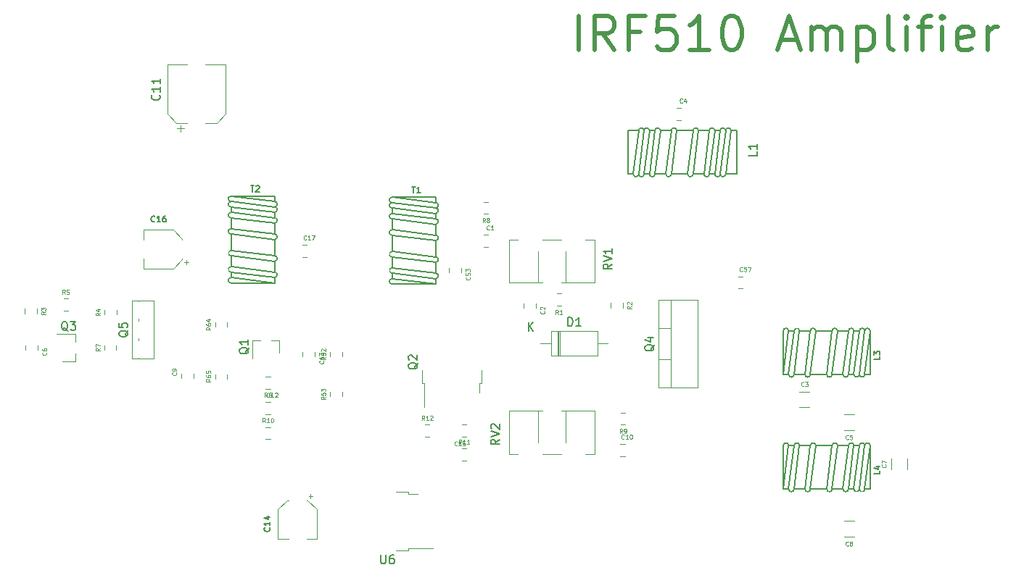
<source format=gto>
G04 #@! TF.GenerationSoftware,KiCad,Pcbnew,(5.1.5)-3*
G04 #@! TF.CreationDate,2021-07-25T13:57:05-05:00*
G04 #@! TF.ProjectId,IRF510-Amplifier,49524635-3130-42d4-916d-706c69666965,rev?*
G04 #@! TF.SameCoordinates,Original*
G04 #@! TF.FileFunction,Legend,Top*
G04 #@! TF.FilePolarity,Positive*
%FSLAX46Y46*%
G04 Gerber Fmt 4.6, Leading zero omitted, Abs format (unit mm)*
G04 Created by KiCad (PCBNEW (5.1.5)-3) date 2021-07-25 13:57:05*
%MOMM*%
%LPD*%
G04 APERTURE LIST*
%ADD10C,0.500000*%
%ADD11C,0.120000*%
%ADD12C,0.127000*%
%ADD13C,0.150000*%
%ADD14C,0.125000*%
%ADD15C,1.219200*%
%ADD16C,3.602000*%
%ADD17C,0.100000*%
%ADD18C,1.981200*%
%ADD19C,1.302000*%
%ADD20C,2.503200*%
%ADD21O,1.902000X1.819500*%
%ADD22R,1.902000X1.819500*%
%ADD23R,1.002000X0.902000*%
%ADD24R,6.502000X5.902000*%
%ADD25R,2.302000X1.302000*%
%ADD26C,2.602000*%
%ADD27O,1.902000X1.902000*%
%ADD28R,1.902000X1.902000*%
%ADD29O,2.102000X2.007000*%
%ADD30R,2.102000X2.007000*%
%ADD31R,5.902000X6.502000*%
%ADD32R,1.302000X2.302000*%
%ADD33R,0.902000X1.002000*%
%ADD34O,2.819200X1.511200*%
%ADD35C,3.419200*%
%ADD36R,3.602000X3.602000*%
G04 APERTURE END LIST*
D10*
X143909523Y-30209523D02*
X143909523Y-26209523D01*
X148100000Y-30209523D02*
X146766666Y-28304761D01*
X145814285Y-30209523D02*
X145814285Y-26209523D01*
X147338095Y-26209523D01*
X147719047Y-26400000D01*
X147909523Y-26590476D01*
X148100000Y-26971428D01*
X148100000Y-27542857D01*
X147909523Y-27923809D01*
X147719047Y-28114285D01*
X147338095Y-28304761D01*
X145814285Y-28304761D01*
X151147619Y-28114285D02*
X149814285Y-28114285D01*
X149814285Y-30209523D02*
X149814285Y-26209523D01*
X151719047Y-26209523D01*
X155147619Y-26209523D02*
X153242857Y-26209523D01*
X153052380Y-28114285D01*
X153242857Y-27923809D01*
X153623809Y-27733333D01*
X154576190Y-27733333D01*
X154957142Y-27923809D01*
X155147619Y-28114285D01*
X155338095Y-28495238D01*
X155338095Y-29447619D01*
X155147619Y-29828571D01*
X154957142Y-30019047D01*
X154576190Y-30209523D01*
X153623809Y-30209523D01*
X153242857Y-30019047D01*
X153052380Y-29828571D01*
X159147619Y-30209523D02*
X156861904Y-30209523D01*
X158004761Y-30209523D02*
X158004761Y-26209523D01*
X157623809Y-26780952D01*
X157242857Y-27161904D01*
X156861904Y-27352380D01*
X161623809Y-26209523D02*
X162004761Y-26209523D01*
X162385714Y-26400000D01*
X162576190Y-26590476D01*
X162766666Y-26971428D01*
X162957142Y-27733333D01*
X162957142Y-28685714D01*
X162766666Y-29447619D01*
X162576190Y-29828571D01*
X162385714Y-30019047D01*
X162004761Y-30209523D01*
X161623809Y-30209523D01*
X161242857Y-30019047D01*
X161052380Y-29828571D01*
X160861904Y-29447619D01*
X160671428Y-28685714D01*
X160671428Y-27733333D01*
X160861904Y-26971428D01*
X161052380Y-26590476D01*
X161242857Y-26400000D01*
X161623809Y-26209523D01*
X167528571Y-29066666D02*
X169433333Y-29066666D01*
X167147619Y-30209523D02*
X168480952Y-26209523D01*
X169814285Y-30209523D01*
X171147619Y-30209523D02*
X171147619Y-27542857D01*
X171147619Y-27923809D02*
X171338095Y-27733333D01*
X171719047Y-27542857D01*
X172290476Y-27542857D01*
X172671428Y-27733333D01*
X172861904Y-28114285D01*
X172861904Y-30209523D01*
X172861904Y-28114285D02*
X173052380Y-27733333D01*
X173433333Y-27542857D01*
X174004761Y-27542857D01*
X174385714Y-27733333D01*
X174576190Y-28114285D01*
X174576190Y-30209523D01*
X176480952Y-27542857D02*
X176480952Y-31542857D01*
X176480952Y-27733333D02*
X176861904Y-27542857D01*
X177623809Y-27542857D01*
X178004761Y-27733333D01*
X178195238Y-27923809D01*
X178385714Y-28304761D01*
X178385714Y-29447619D01*
X178195238Y-29828571D01*
X178004761Y-30019047D01*
X177623809Y-30209523D01*
X176861904Y-30209523D01*
X176480952Y-30019047D01*
X180671428Y-30209523D02*
X180290476Y-30019047D01*
X180100000Y-29638095D01*
X180100000Y-26209523D01*
X182195238Y-30209523D02*
X182195238Y-27542857D01*
X182195238Y-26209523D02*
X182004761Y-26400000D01*
X182195238Y-26590476D01*
X182385714Y-26400000D01*
X182195238Y-26209523D01*
X182195238Y-26590476D01*
X183528571Y-27542857D02*
X185052380Y-27542857D01*
X184100000Y-30209523D02*
X184100000Y-26780952D01*
X184290476Y-26400000D01*
X184671428Y-26209523D01*
X185052380Y-26209523D01*
X186385714Y-30209523D02*
X186385714Y-27542857D01*
X186385714Y-26209523D02*
X186195238Y-26400000D01*
X186385714Y-26590476D01*
X186576190Y-26400000D01*
X186385714Y-26209523D01*
X186385714Y-26590476D01*
X189814285Y-30019047D02*
X189433333Y-30209523D01*
X188671428Y-30209523D01*
X188290476Y-30019047D01*
X188100000Y-29638095D01*
X188100000Y-28114285D01*
X188290476Y-27733333D01*
X188671428Y-27542857D01*
X189433333Y-27542857D01*
X189814285Y-27733333D01*
X190004761Y-28114285D01*
X190004761Y-28495238D01*
X188100000Y-28876190D01*
X191719047Y-30209523D02*
X191719047Y-27542857D01*
X191719047Y-28304761D02*
X191909523Y-27923809D01*
X192100000Y-27733333D01*
X192480952Y-27542857D01*
X192861904Y-27542857D01*
D11*
X111703922Y-54410000D02*
X112221078Y-54410000D01*
X111703922Y-52990000D02*
X112221078Y-52990000D01*
X98150000Y-55310000D02*
X98150000Y-54810000D01*
X97660000Y-54695563D02*
X97660000Y-54560000D01*
X93140000Y-51240000D02*
X93140000Y-52440000D01*
X97660000Y-52304437D02*
X97660000Y-52440000D01*
X93140000Y-55760000D02*
X93140000Y-54560000D01*
X96595563Y-51240000D02*
X93140000Y-51240000D01*
X97660000Y-54695563D02*
X96595563Y-55760000D01*
X96595563Y-55760000D02*
X93140000Y-55760000D01*
X98400000Y-55060000D02*
X97900000Y-55060000D01*
X97660000Y-52304437D02*
X96595563Y-51240000D01*
X89970000Y-64741422D02*
X89970000Y-65258578D01*
X88550000Y-64741422D02*
X88550000Y-65258578D01*
D12*
X108430000Y-52370000D02*
G75*
G03X108430000Y-51735000I0J317500D01*
G01*
X108430000Y-47925000D02*
X108430000Y-47290000D01*
X103350000Y-51100000D02*
G75*
G03X103350000Y-51735000I0J-317500D01*
G01*
X108430000Y-49195000D02*
G75*
G03X108430000Y-48560000I0J317500D01*
G01*
X108430000Y-54910000D02*
G75*
G03X108430000Y-54275000I0J317500D01*
G01*
X103350000Y-49830000D02*
X103350000Y-51100000D01*
X103350000Y-54275000D02*
X103350000Y-55545000D01*
X103350000Y-57450000D02*
X108430000Y-57450000D01*
X108430000Y-56815000D02*
G75*
G03X108430000Y-56180000I0J317500D01*
G01*
X103350000Y-56815000D02*
G75*
G03X103350000Y-57450000I0J-317500D01*
G01*
X108430000Y-51735000D02*
X108430000Y-50465000D01*
X103350000Y-47290000D02*
G75*
G03X103350000Y-47925000I0J-317500D01*
G01*
X103350000Y-47290000D02*
X108430000Y-47925000D01*
X103350000Y-51735000D02*
X103350000Y-53640000D01*
X103350000Y-47925000D02*
G75*
G03X103350000Y-48560000I0J-317500D01*
G01*
X108430000Y-57450000D02*
X108430000Y-56815000D01*
X108430000Y-49830000D02*
X108430000Y-49195000D01*
X108430000Y-48560000D02*
G75*
G03X108430000Y-47925000I0J317500D01*
G01*
X108430000Y-47290000D02*
X103350000Y-47290000D01*
X103350000Y-48560000D02*
X103350000Y-49195000D01*
X103350000Y-56180000D02*
X103350000Y-56815000D01*
X108430000Y-56180000D02*
X108430000Y-54910000D01*
X108430000Y-54275000D02*
X108430000Y-52370000D01*
X103350000Y-49195000D02*
G75*
G03X103350000Y-49830000I0J-317500D01*
G01*
X103350000Y-53640000D02*
G75*
G03X103350000Y-54275000I0J-317500D01*
G01*
X103350000Y-55545000D02*
G75*
G03X103350000Y-56180000I0J-317500D01*
G01*
X108430000Y-50465000D02*
G75*
G03X108430000Y-49830000I0J317500D01*
G01*
X103350000Y-54275000D02*
X108430000Y-54910000D01*
X103350000Y-48560000D02*
X108430000Y-49195000D01*
X103350000Y-56815000D02*
X108430000Y-57450000D01*
X103350000Y-51100000D02*
X108430000Y-51735000D01*
X103350000Y-51735000D02*
X108430000Y-52370000D01*
X103350000Y-47925000D02*
X108430000Y-48560000D01*
X103350000Y-53640000D02*
X108430000Y-54275000D01*
X103350000Y-55545000D02*
X108430000Y-56180000D01*
X103350000Y-49830000D02*
X108430000Y-50465000D01*
X103350000Y-56180000D02*
X108430000Y-56815000D01*
X103350000Y-49195000D02*
X108430000Y-49830000D01*
D11*
X126521078Y-75410000D02*
X126003922Y-75410000D01*
X126521078Y-73990000D02*
X126003922Y-73990000D01*
X130821078Y-78210000D02*
X130303922Y-78210000D01*
X130821078Y-76790000D02*
X130303922Y-76790000D01*
X107921078Y-75710000D02*
X107403922Y-75710000D01*
X107921078Y-74290000D02*
X107403922Y-74290000D01*
X130821078Y-73990000D02*
X130303922Y-73990000D01*
X130821078Y-75410000D02*
X130303922Y-75410000D01*
X111690000Y-65478922D02*
X111690000Y-65996078D01*
X113110000Y-65478922D02*
X113110000Y-65996078D01*
X107403922Y-72810000D02*
X107921078Y-72810000D01*
X107403922Y-71390000D02*
X107921078Y-71390000D01*
X148855422Y-74026000D02*
X149372578Y-74026000D01*
X148855422Y-72606000D02*
X149372578Y-72606000D01*
X132847422Y-49387000D02*
X133364578Y-49387000D01*
X132847422Y-47967000D02*
X133364578Y-47967000D01*
X148806922Y-76289000D02*
X149324078Y-76289000D01*
X148806922Y-77709000D02*
X149324078Y-77709000D01*
X84321078Y-60710000D02*
X83803922Y-60710000D01*
X84321078Y-59290000D02*
X83803922Y-59290000D01*
X90010000Y-60603922D02*
X90010000Y-61121078D01*
X88590000Y-60603922D02*
X88590000Y-61121078D01*
X79290000Y-60996078D02*
X79290000Y-60478922D01*
X80710000Y-60996078D02*
X80710000Y-60478922D01*
X92549000Y-59611000D02*
X92549000Y-59500000D01*
X92549000Y-61901000D02*
X92549000Y-61628000D01*
X92549000Y-64191000D02*
X92549000Y-63918000D01*
X92549000Y-66320000D02*
X92549000Y-66209000D01*
X91810000Y-59500000D02*
X94350000Y-59500000D01*
X91810000Y-66320000D02*
X94350000Y-66320000D01*
X94350000Y-66320000D02*
X94350000Y-59500000D01*
X91810000Y-66320000D02*
X91810000Y-59500000D01*
X85160000Y-66580000D02*
X83700000Y-66580000D01*
X85160000Y-63420000D02*
X83000000Y-63420000D01*
X85160000Y-63420000D02*
X85160000Y-64350000D01*
X85160000Y-66580000D02*
X85160000Y-65650000D01*
X79350000Y-64741422D02*
X79350000Y-65258578D01*
X80770000Y-64741422D02*
X80770000Y-65258578D01*
X122570000Y-88750000D02*
X124070000Y-88750000D01*
X124070000Y-88750000D02*
X124070000Y-88480000D01*
X124070000Y-88480000D02*
X126900000Y-88480000D01*
X122570000Y-81850000D02*
X124070000Y-81850000D01*
X124070000Y-81850000D02*
X124070000Y-82120000D01*
X124070000Y-82120000D02*
X125170000Y-82120000D01*
D12*
X122160000Y-49325000D02*
X127240000Y-49960000D01*
X122160000Y-56310000D02*
X127240000Y-56945000D01*
X122160000Y-49960000D02*
X127240000Y-50595000D01*
X122160000Y-55675000D02*
X127240000Y-56310000D01*
X122160000Y-53770000D02*
X127240000Y-54405000D01*
X122160000Y-48055000D02*
X127240000Y-48690000D01*
X122160000Y-51865000D02*
X127240000Y-52500000D01*
X122160000Y-51230000D02*
X127240000Y-51865000D01*
X122160000Y-56945000D02*
X127240000Y-57580000D01*
X122160000Y-48690000D02*
X127240000Y-49325000D01*
X122160000Y-54405000D02*
X127240000Y-55040000D01*
X127240000Y-54405000D02*
X127240000Y-52500000D01*
X127240000Y-56310000D02*
X127240000Y-55040000D01*
X122160000Y-56310000D02*
X122160000Y-56945000D01*
X122160000Y-48690000D02*
X122160000Y-49325000D01*
X127240000Y-47420000D02*
X122160000Y-47420000D01*
X127240000Y-49960000D02*
X127240000Y-49325000D01*
X127240000Y-57580000D02*
X127240000Y-56945000D01*
X122160000Y-51865000D02*
X122160000Y-53770000D01*
X122160000Y-47420000D02*
X127240000Y-48055000D01*
X127240000Y-51865000D02*
X127240000Y-50595000D01*
X122160000Y-57580000D02*
X127240000Y-57580000D01*
X122160000Y-54405000D02*
X122160000Y-55675000D01*
X122160000Y-49960000D02*
X122160000Y-51230000D01*
X127240000Y-48055000D02*
X127240000Y-47420000D01*
X127240000Y-52500000D02*
G75*
G03X127240000Y-51865000I0J317500D01*
G01*
X122160000Y-51230000D02*
G75*
G03X122160000Y-51865000I0J-317500D01*
G01*
X127240000Y-49325000D02*
G75*
G03X127240000Y-48690000I0J317500D01*
G01*
X127240000Y-55040000D02*
G75*
G03X127240000Y-54405000I0J317500D01*
G01*
X127240000Y-56945000D02*
G75*
G03X127240000Y-56310000I0J317500D01*
G01*
X122160000Y-56945000D02*
G75*
G03X122160000Y-57580000I0J-317500D01*
G01*
X122160000Y-47420000D02*
G75*
G03X122160000Y-48055000I0J-317500D01*
G01*
X122160000Y-48055000D02*
G75*
G03X122160000Y-48690000I0J-317500D01*
G01*
X127240000Y-48690000D02*
G75*
G03X127240000Y-48055000I0J317500D01*
G01*
X122160000Y-49325000D02*
G75*
G03X122160000Y-49960000I0J-317500D01*
G01*
X122160000Y-53770000D02*
G75*
G03X122160000Y-54405000I0J-317500D01*
G01*
X122160000Y-55675000D02*
G75*
G03X122160000Y-56310000I0J-317500D01*
G01*
X127240000Y-50595000D02*
G75*
G03X127240000Y-49960000I0J317500D01*
G01*
D11*
X144725000Y-77421000D02*
X145820000Y-77421000D01*
X139726000Y-77421000D02*
X141875000Y-77421000D01*
X135779000Y-77421000D02*
X136874000Y-77421000D01*
X142420000Y-76063000D02*
X142420000Y-72380000D01*
X145820000Y-77421000D02*
X145820000Y-72380000D01*
X141873000Y-72380000D02*
X145820000Y-72380000D01*
X135779000Y-72380000D02*
X139728000Y-72380000D01*
X139726000Y-77421000D02*
X141875000Y-77421000D01*
X139180000Y-72380000D02*
X139728000Y-72380000D01*
X135779000Y-77421000D02*
X135779000Y-72380000D01*
X141873000Y-72380000D02*
X142420000Y-72380000D01*
X139180000Y-76063000D02*
X139180000Y-72380000D01*
X136875000Y-52379000D02*
X135780000Y-52379000D01*
X141874000Y-52379000D02*
X139725000Y-52379000D01*
X145821000Y-52379000D02*
X144726000Y-52379000D01*
X139180000Y-53737000D02*
X139180000Y-57420000D01*
X135780000Y-52379000D02*
X135780000Y-57420000D01*
X139727000Y-57420000D02*
X135780000Y-57420000D01*
X145821000Y-57420000D02*
X141872000Y-57420000D01*
X141874000Y-52379000D02*
X139725000Y-52379000D01*
X142420000Y-57420000D02*
X141872000Y-57420000D01*
X145821000Y-52379000D02*
X145821000Y-57420000D01*
X139727000Y-57420000D02*
X139180000Y-57420000D01*
X142420000Y-53737000D02*
X142420000Y-57420000D01*
X149110000Y-60321078D02*
X149110000Y-59803922D01*
X147690000Y-60321078D02*
X147690000Y-59803922D01*
X141378922Y-60110000D02*
X141896078Y-60110000D01*
X141378922Y-58690000D02*
X141896078Y-58690000D01*
D12*
X150939000Y-39640000D02*
X150304000Y-44720000D01*
X151574000Y-39640000D02*
X150939000Y-44720000D01*
X152209000Y-39640000D02*
X151574000Y-44720000D01*
X152844000Y-39640000D02*
X152209000Y-44720000D01*
X153479000Y-39640000D02*
X152844000Y-44720000D01*
X154749000Y-39640000D02*
X154114000Y-44720000D01*
X160464000Y-39640000D02*
X159829000Y-39640000D01*
X150939000Y-39640000D02*
X149669000Y-39640000D01*
X154749000Y-39640000D02*
X153479000Y-39640000D01*
X159829000Y-39640000D02*
X159194000Y-44720000D01*
X161099000Y-44720000D02*
X162369000Y-44720000D01*
X149669000Y-39640000D02*
X149669000Y-44720000D01*
X159194000Y-39640000D02*
X157924000Y-39640000D01*
X152844000Y-39640000D02*
X152209000Y-39640000D01*
X151574000Y-44720000D02*
X152209000Y-44720000D01*
X162369000Y-39640000D02*
X161734000Y-39640000D01*
X159194000Y-39640000D02*
X158559000Y-44720000D01*
X155384000Y-39640000D02*
X154749000Y-44720000D01*
X157289000Y-39640000D02*
X156654000Y-44720000D01*
X152844000Y-44720000D02*
X154114000Y-44720000D01*
X162369000Y-44720000D02*
X162369000Y-39640000D01*
X157924000Y-39640000D02*
X157289000Y-44720000D01*
X160464000Y-39640000D02*
X159829000Y-44720000D01*
X161099000Y-39640000D02*
X160464000Y-44720000D01*
X161734000Y-39640000D02*
X161099000Y-44720000D01*
X149669000Y-44720000D02*
X150304000Y-44720000D01*
X159194000Y-44720000D02*
X159829000Y-44720000D01*
X157289000Y-39640000D02*
X155384000Y-39640000D01*
X157289000Y-44720000D02*
X158559000Y-44720000D01*
X154749000Y-44720000D02*
X156654000Y-44720000D01*
X157924000Y-39640000D02*
G75*
G03X157289000Y-39640000I-317500J0D01*
G01*
X160464000Y-44720000D02*
G75*
G03X161099000Y-44720000I317500J0D01*
G01*
X154114000Y-44720000D02*
G75*
G03X154749000Y-44720000I317500J0D01*
G01*
X155384000Y-39640000D02*
G75*
G03X154749000Y-39640000I-317500J0D01*
G01*
X150939000Y-44720000D02*
G75*
G03X151574000Y-44720000I317500J0D01*
G01*
X161734000Y-39640000D02*
G75*
G03X161099000Y-39640000I-317500J0D01*
G01*
X150304000Y-44720000D02*
G75*
G03X150939000Y-44720000I317500J0D01*
G01*
X151574000Y-39640000D02*
G75*
G03X150939000Y-39640000I-317500J0D01*
G01*
X152209000Y-39640000D02*
G75*
G03X151574000Y-39640000I-317500J0D01*
G01*
X161099000Y-39640000D02*
G75*
G03X160464000Y-39640000I-317500J0D01*
G01*
X159829000Y-44720000D02*
G75*
G03X160464000Y-44720000I317500J0D01*
G01*
X153479000Y-39640000D02*
G75*
G03X152844000Y-39640000I-317500J0D01*
G01*
X159829000Y-39640000D02*
G75*
G03X159194000Y-39640000I-317500J0D01*
G01*
X158559000Y-44720000D02*
G75*
G03X159194000Y-44720000I317500J0D01*
G01*
X152209000Y-44720000D02*
G75*
G03X152844000Y-44720000I317500J0D01*
G01*
X156654000Y-44720000D02*
G75*
G03X157289000Y-44720000I317500J0D01*
G01*
D11*
X140700000Y-63030000D02*
X140700000Y-65970000D01*
X140700000Y-65970000D02*
X146140000Y-65970000D01*
X146140000Y-65970000D02*
X146140000Y-63030000D01*
X146140000Y-63030000D02*
X140700000Y-63030000D01*
X139480000Y-64500000D02*
X140700000Y-64500000D01*
X147360000Y-64500000D02*
X146140000Y-64500000D01*
X141600000Y-63030000D02*
X141600000Y-65970000D01*
X141720000Y-63030000D02*
X141720000Y-65970000D01*
X141480000Y-63030000D02*
X141480000Y-65970000D01*
X155378922Y-36990000D02*
X155896078Y-36990000D01*
X155378922Y-38410000D02*
X155896078Y-38410000D01*
X138910000Y-59878922D02*
X138910000Y-60396078D01*
X137490000Y-59878922D02*
X137490000Y-60396078D01*
X132841422Y-51830000D02*
X133358578Y-51830000D01*
X132841422Y-53250000D02*
X133358578Y-53250000D01*
X101490000Y-68103922D02*
X101490000Y-68621078D01*
X102910000Y-68103922D02*
X102910000Y-68621078D01*
X101490000Y-62041422D02*
X101490000Y-62558578D01*
X102910000Y-62041422D02*
X102910000Y-62558578D01*
X114890000Y-70178922D02*
X114890000Y-70696078D01*
X116310000Y-70178922D02*
X116310000Y-70696078D01*
X114890000Y-65503922D02*
X114890000Y-66021078D01*
X116310000Y-65503922D02*
X116310000Y-66021078D01*
X107403922Y-69810000D02*
X107921078Y-69810000D01*
X107403922Y-68390000D02*
X107921078Y-68390000D01*
X153230000Y-69680000D02*
X153230000Y-59440000D01*
X157871000Y-69680000D02*
X157871000Y-59440000D01*
X153230000Y-69680000D02*
X157871000Y-69680000D01*
X153230000Y-59440000D02*
X157871000Y-59440000D01*
X154740000Y-69680000D02*
X154740000Y-59440000D01*
X153230000Y-66410000D02*
X154740000Y-66410000D01*
X153230000Y-62709000D02*
X154740000Y-62709000D01*
X125675000Y-67645000D02*
X125675000Y-69145000D01*
X125675000Y-69145000D02*
X125945000Y-69145000D01*
X125945000Y-69145000D02*
X125945000Y-71975000D01*
X132575000Y-67645000D02*
X132575000Y-69145000D01*
X132575000Y-69145000D02*
X132305000Y-69145000D01*
X132305000Y-69145000D02*
X132305000Y-70245000D01*
X108980000Y-64140000D02*
X108050000Y-64140000D01*
X105820000Y-64140000D02*
X106750000Y-64140000D01*
X105820000Y-64140000D02*
X105820000Y-66300000D01*
X108980000Y-64140000D02*
X108980000Y-65600000D01*
D12*
X176075000Y-76460000D02*
X175440000Y-81540000D01*
X169090000Y-76460000D02*
X168455000Y-81540000D01*
X175440000Y-76460000D02*
X174805000Y-81540000D01*
X169725000Y-76460000D02*
X169090000Y-81540000D01*
X171630000Y-76460000D02*
X170995000Y-81540000D01*
X177345000Y-76460000D02*
X176710000Y-81540000D01*
X173535000Y-76460000D02*
X172900000Y-81540000D01*
X174170000Y-76460000D02*
X173535000Y-81540000D01*
X168455000Y-76460000D02*
X167820000Y-81540000D01*
X176710000Y-76460000D02*
X176075000Y-81540000D01*
X170995000Y-76460000D02*
X170360000Y-81540000D01*
X170995000Y-81540000D02*
X172900000Y-81540000D01*
X169090000Y-81540000D02*
X170360000Y-81540000D01*
X169090000Y-76460000D02*
X168455000Y-76460000D01*
X176710000Y-76460000D02*
X176075000Y-76460000D01*
X177980000Y-81540000D02*
X177980000Y-76460000D01*
X175440000Y-81540000D02*
X176075000Y-81540000D01*
X167820000Y-81540000D02*
X168455000Y-81540000D01*
X173535000Y-76460000D02*
X171630000Y-76460000D01*
X177980000Y-76460000D02*
X177345000Y-81540000D01*
X173535000Y-81540000D02*
X174805000Y-81540000D01*
X167820000Y-76460000D02*
X167820000Y-81540000D01*
X170995000Y-76460000D02*
X169725000Y-76460000D01*
X175440000Y-76460000D02*
X174170000Y-76460000D01*
X177345000Y-81540000D02*
X177980000Y-81540000D01*
X172900000Y-81540000D02*
G75*
G03X173535000Y-81540000I317500J0D01*
G01*
X174170000Y-76460000D02*
G75*
G03X173535000Y-76460000I-317500J0D01*
G01*
X176075000Y-81540000D02*
G75*
G03X176710000Y-81540000I317500J0D01*
G01*
X170360000Y-81540000D02*
G75*
G03X170995000Y-81540000I317500J0D01*
G01*
X168455000Y-81540000D02*
G75*
G03X169090000Y-81540000I317500J0D01*
G01*
X168455000Y-76460000D02*
G75*
G03X167820000Y-76460000I-317500J0D01*
G01*
X177980000Y-76460000D02*
G75*
G03X177345000Y-76460000I-317500J0D01*
G01*
X177345000Y-76460000D02*
G75*
G03X176710000Y-76460000I-317500J0D01*
G01*
X176710000Y-81540000D02*
G75*
G03X177345000Y-81540000I317500J0D01*
G01*
X176075000Y-76460000D02*
G75*
G03X175440000Y-76460000I-317500J0D01*
G01*
X171630000Y-76460000D02*
G75*
G03X170995000Y-76460000I-317500J0D01*
G01*
X169725000Y-76460000D02*
G75*
G03X169090000Y-76460000I-317500J0D01*
G01*
X174805000Y-81540000D02*
G75*
G03X175440000Y-81540000I317500J0D01*
G01*
X176075000Y-63060000D02*
X175440000Y-68140000D01*
X169090000Y-63060000D02*
X168455000Y-68140000D01*
X175440000Y-63060000D02*
X174805000Y-68140000D01*
X169725000Y-63060000D02*
X169090000Y-68140000D01*
X171630000Y-63060000D02*
X170995000Y-68140000D01*
X177345000Y-63060000D02*
X176710000Y-68140000D01*
X173535000Y-63060000D02*
X172900000Y-68140000D01*
X174170000Y-63060000D02*
X173535000Y-68140000D01*
X168455000Y-63060000D02*
X167820000Y-68140000D01*
X176710000Y-63060000D02*
X176075000Y-68140000D01*
X170995000Y-63060000D02*
X170360000Y-68140000D01*
X170995000Y-68140000D02*
X172900000Y-68140000D01*
X169090000Y-68140000D02*
X170360000Y-68140000D01*
X169090000Y-63060000D02*
X168455000Y-63060000D01*
X176710000Y-63060000D02*
X176075000Y-63060000D01*
X177980000Y-68140000D02*
X177980000Y-63060000D01*
X175440000Y-68140000D02*
X176075000Y-68140000D01*
X167820000Y-68140000D02*
X168455000Y-68140000D01*
X173535000Y-63060000D02*
X171630000Y-63060000D01*
X177980000Y-63060000D02*
X177345000Y-68140000D01*
X173535000Y-68140000D02*
X174805000Y-68140000D01*
X167820000Y-63060000D02*
X167820000Y-68140000D01*
X170995000Y-63060000D02*
X169725000Y-63060000D01*
X175440000Y-63060000D02*
X174170000Y-63060000D01*
X177345000Y-68140000D02*
X177980000Y-68140000D01*
X172900000Y-68140000D02*
G75*
G03X173535000Y-68140000I317500J0D01*
G01*
X174170000Y-63060000D02*
G75*
G03X173535000Y-63060000I-317500J0D01*
G01*
X176075000Y-68140000D02*
G75*
G03X176710000Y-68140000I317500J0D01*
G01*
X170360000Y-68140000D02*
G75*
G03X170995000Y-68140000I317500J0D01*
G01*
X168455000Y-68140000D02*
G75*
G03X169090000Y-68140000I317500J0D01*
G01*
X168455000Y-63060000D02*
G75*
G03X167820000Y-63060000I-317500J0D01*
G01*
X177980000Y-63060000D02*
G75*
G03X177345000Y-63060000I-317500J0D01*
G01*
X177345000Y-63060000D02*
G75*
G03X176710000Y-63060000I-317500J0D01*
G01*
X176710000Y-68140000D02*
G75*
G03X177345000Y-68140000I317500J0D01*
G01*
X176075000Y-63060000D02*
G75*
G03X175440000Y-63060000I-317500J0D01*
G01*
X171630000Y-63060000D02*
G75*
G03X170995000Y-63060000I-317500J0D01*
G01*
X169725000Y-63060000D02*
G75*
G03X169090000Y-63060000I-317500J0D01*
G01*
X174805000Y-68140000D02*
G75*
G03X175440000Y-68140000I317500J0D01*
G01*
D11*
X162603922Y-56690000D02*
X163121078Y-56690000D01*
X162603922Y-58110000D02*
X163121078Y-58110000D01*
X130210000Y-55678922D02*
X130210000Y-56196078D01*
X128790000Y-55678922D02*
X128790000Y-56196078D01*
X109904437Y-82840000D02*
X108840000Y-83904437D01*
X112660000Y-82100000D02*
X112660000Y-82600000D01*
X113360000Y-83904437D02*
X113360000Y-87360000D01*
X112295563Y-82840000D02*
X113360000Y-83904437D01*
X108840000Y-83904437D02*
X108840000Y-87360000D01*
X113360000Y-87360000D02*
X112160000Y-87360000D01*
X109904437Y-82840000D02*
X110040000Y-82840000D01*
X108840000Y-87360000D02*
X110040000Y-87360000D01*
X112295563Y-82840000D02*
X112160000Y-82840000D01*
X112910000Y-82350000D02*
X112410000Y-82350000D01*
X101663563Y-38743000D02*
X100378000Y-38743000D01*
X102728000Y-37678563D02*
X102728000Y-31923000D01*
X102728000Y-31923000D02*
X100378000Y-31923000D01*
X97076750Y-39376750D02*
X97864250Y-39376750D01*
X101663563Y-38743000D02*
X102728000Y-37678563D01*
X97470500Y-39770500D02*
X97470500Y-38983000D01*
X95908000Y-37678563D02*
X95908000Y-31923000D01*
X95908000Y-31923000D02*
X98258000Y-31923000D01*
X96972437Y-38743000D02*
X95908000Y-37678563D01*
X96972437Y-38743000D02*
X98258000Y-38743000D01*
X97590000Y-68596078D02*
X97590000Y-68078922D01*
X99010000Y-68596078D02*
X99010000Y-68078922D01*
X176102064Y-85290000D02*
X174897936Y-85290000D01*
X176102064Y-87110000D02*
X174897936Y-87110000D01*
X182260000Y-79202064D02*
X182260000Y-77997936D01*
X180440000Y-79202064D02*
X180440000Y-77997936D01*
X176102064Y-72840000D02*
X174897936Y-72840000D01*
X176102064Y-74660000D02*
X174897936Y-74660000D01*
X169697936Y-71960000D02*
X170902064Y-71960000D01*
X169697936Y-70140000D02*
X170902064Y-70140000D01*
D13*
D14*
X112141071Y-52338571D02*
X112117261Y-52362380D01*
X112045833Y-52386190D01*
X111998214Y-52386190D01*
X111926785Y-52362380D01*
X111879166Y-52314761D01*
X111855357Y-52267142D01*
X111831547Y-52171904D01*
X111831547Y-52100476D01*
X111855357Y-52005238D01*
X111879166Y-51957619D01*
X111926785Y-51910000D01*
X111998214Y-51886190D01*
X112045833Y-51886190D01*
X112117261Y-51910000D01*
X112141071Y-51933809D01*
X112617261Y-52386190D02*
X112331547Y-52386190D01*
X112474404Y-52386190D02*
X112474404Y-51886190D01*
X112426785Y-51957619D01*
X112379166Y-52005238D01*
X112331547Y-52029047D01*
X112783928Y-51886190D02*
X113117261Y-51886190D01*
X112902976Y-52386190D01*
D13*
X94450000Y-50250000D02*
X94416666Y-50283333D01*
X94316666Y-50316666D01*
X94250000Y-50316666D01*
X94150000Y-50283333D01*
X94083333Y-50216666D01*
X94050000Y-50150000D01*
X94016666Y-50016666D01*
X94016666Y-49916666D01*
X94050000Y-49783333D01*
X94083333Y-49716666D01*
X94150000Y-49650000D01*
X94250000Y-49616666D01*
X94316666Y-49616666D01*
X94416666Y-49650000D01*
X94450000Y-49683333D01*
X95116666Y-50316666D02*
X94716666Y-50316666D01*
X94916666Y-50316666D02*
X94916666Y-49616666D01*
X94850000Y-49716666D01*
X94783333Y-49783333D01*
X94716666Y-49816666D01*
X95716666Y-49616666D02*
X95583333Y-49616666D01*
X95516666Y-49650000D01*
X95483333Y-49683333D01*
X95416666Y-49783333D01*
X95383333Y-49916666D01*
X95383333Y-50183333D01*
X95416666Y-50250000D01*
X95450000Y-50283333D01*
X95516666Y-50316666D01*
X95650000Y-50316666D01*
X95716666Y-50283333D01*
X95750000Y-50250000D01*
X95783333Y-50183333D01*
X95783333Y-50016666D01*
X95750000Y-49950000D01*
X95716666Y-49916666D01*
X95650000Y-49883333D01*
X95516666Y-49883333D01*
X95450000Y-49916666D01*
X95416666Y-49950000D01*
X95383333Y-50016666D01*
D14*
X88026190Y-65083333D02*
X87788095Y-65250000D01*
X88026190Y-65369047D02*
X87526190Y-65369047D01*
X87526190Y-65178571D01*
X87550000Y-65130952D01*
X87573809Y-65107142D01*
X87621428Y-65083333D01*
X87692857Y-65083333D01*
X87740476Y-65107142D01*
X87764285Y-65130952D01*
X87788095Y-65178571D01*
X87788095Y-65369047D01*
X87526190Y-64916666D02*
X87526190Y-64583333D01*
X88026190Y-64797619D01*
D13*
X105656666Y-46086666D02*
X106056666Y-46086666D01*
X105856666Y-46786666D02*
X105856666Y-46086666D01*
X106256666Y-46153333D02*
X106290000Y-46120000D01*
X106356666Y-46086666D01*
X106523333Y-46086666D01*
X106590000Y-46120000D01*
X106623333Y-46153333D01*
X106656666Y-46220000D01*
X106656666Y-46286666D01*
X106623333Y-46386666D01*
X106223333Y-46786666D01*
X106656666Y-46786666D01*
D14*
X125941071Y-73466190D02*
X125774404Y-73228095D01*
X125655357Y-73466190D02*
X125655357Y-72966190D01*
X125845833Y-72966190D01*
X125893452Y-72990000D01*
X125917261Y-73013809D01*
X125941071Y-73061428D01*
X125941071Y-73132857D01*
X125917261Y-73180476D01*
X125893452Y-73204285D01*
X125845833Y-73228095D01*
X125655357Y-73228095D01*
X126417261Y-73466190D02*
X126131547Y-73466190D01*
X126274404Y-73466190D02*
X126274404Y-72966190D01*
X126226785Y-73037619D01*
X126179166Y-73085238D01*
X126131547Y-73109047D01*
X126607738Y-73013809D02*
X126631547Y-72990000D01*
X126679166Y-72966190D01*
X126798214Y-72966190D01*
X126845833Y-72990000D01*
X126869642Y-73013809D01*
X126893452Y-73061428D01*
X126893452Y-73109047D01*
X126869642Y-73180476D01*
X126583928Y-73466190D01*
X126893452Y-73466190D01*
X130241071Y-76266190D02*
X130074404Y-76028095D01*
X129955357Y-76266190D02*
X129955357Y-75766190D01*
X130145833Y-75766190D01*
X130193452Y-75790000D01*
X130217261Y-75813809D01*
X130241071Y-75861428D01*
X130241071Y-75932857D01*
X130217261Y-75980476D01*
X130193452Y-76004285D01*
X130145833Y-76028095D01*
X129955357Y-76028095D01*
X130717261Y-76266190D02*
X130431547Y-76266190D01*
X130574404Y-76266190D02*
X130574404Y-75766190D01*
X130526785Y-75837619D01*
X130479166Y-75885238D01*
X130431547Y-75909047D01*
X131193452Y-76266190D02*
X130907738Y-76266190D01*
X131050595Y-76266190D02*
X131050595Y-75766190D01*
X131002976Y-75837619D01*
X130955357Y-75885238D01*
X130907738Y-75909047D01*
X107341071Y-73766190D02*
X107174404Y-73528095D01*
X107055357Y-73766190D02*
X107055357Y-73266190D01*
X107245833Y-73266190D01*
X107293452Y-73290000D01*
X107317261Y-73313809D01*
X107341071Y-73361428D01*
X107341071Y-73432857D01*
X107317261Y-73480476D01*
X107293452Y-73504285D01*
X107245833Y-73528095D01*
X107055357Y-73528095D01*
X107817261Y-73766190D02*
X107531547Y-73766190D01*
X107674404Y-73766190D02*
X107674404Y-73266190D01*
X107626785Y-73337619D01*
X107579166Y-73385238D01*
X107531547Y-73409047D01*
X108126785Y-73266190D02*
X108174404Y-73266190D01*
X108222023Y-73290000D01*
X108245833Y-73313809D01*
X108269642Y-73361428D01*
X108293452Y-73456666D01*
X108293452Y-73575714D01*
X108269642Y-73670952D01*
X108245833Y-73718571D01*
X108222023Y-73742380D01*
X108174404Y-73766190D01*
X108126785Y-73766190D01*
X108079166Y-73742380D01*
X108055357Y-73718571D01*
X108031547Y-73670952D01*
X108007738Y-73575714D01*
X108007738Y-73456666D01*
X108031547Y-73361428D01*
X108055357Y-73313809D01*
X108079166Y-73290000D01*
X108126785Y-73266190D01*
X129741071Y-76418571D02*
X129717261Y-76442380D01*
X129645833Y-76466190D01*
X129598214Y-76466190D01*
X129526785Y-76442380D01*
X129479166Y-76394761D01*
X129455357Y-76347142D01*
X129431547Y-76251904D01*
X129431547Y-76180476D01*
X129455357Y-76085238D01*
X129479166Y-76037619D01*
X129526785Y-75990000D01*
X129598214Y-75966190D01*
X129645833Y-75966190D01*
X129717261Y-75990000D01*
X129741071Y-76013809D01*
X130217261Y-76466190D02*
X129931547Y-76466190D01*
X130074404Y-76466190D02*
X130074404Y-75966190D01*
X130026785Y-76037619D01*
X129979166Y-76085238D01*
X129931547Y-76109047D01*
X130669642Y-75966190D02*
X130431547Y-75966190D01*
X130407738Y-76204285D01*
X130431547Y-76180476D01*
X130479166Y-76156666D01*
X130598214Y-76156666D01*
X130645833Y-76180476D01*
X130669642Y-76204285D01*
X130693452Y-76251904D01*
X130693452Y-76370952D01*
X130669642Y-76418571D01*
X130645833Y-76442380D01*
X130598214Y-76466190D01*
X130479166Y-76466190D01*
X130431547Y-76442380D01*
X130407738Y-76418571D01*
X114118571Y-66558928D02*
X114142380Y-66582738D01*
X114166190Y-66654166D01*
X114166190Y-66701785D01*
X114142380Y-66773214D01*
X114094761Y-66820833D01*
X114047142Y-66844642D01*
X113951904Y-66868452D01*
X113880476Y-66868452D01*
X113785238Y-66844642D01*
X113737619Y-66820833D01*
X113690000Y-66773214D01*
X113666190Y-66701785D01*
X113666190Y-66654166D01*
X113690000Y-66582738D01*
X113713809Y-66558928D01*
X114166190Y-66082738D02*
X114166190Y-66368452D01*
X114166190Y-66225595D02*
X113666190Y-66225595D01*
X113737619Y-66273214D01*
X113785238Y-66320833D01*
X113809047Y-66368452D01*
X113666190Y-65916071D02*
X113666190Y-65606547D01*
X113856666Y-65773214D01*
X113856666Y-65701785D01*
X113880476Y-65654166D01*
X113904285Y-65630357D01*
X113951904Y-65606547D01*
X114070952Y-65606547D01*
X114118571Y-65630357D01*
X114142380Y-65654166D01*
X114166190Y-65701785D01*
X114166190Y-65844642D01*
X114142380Y-65892261D01*
X114118571Y-65916071D01*
X107841071Y-70738571D02*
X107817261Y-70762380D01*
X107745833Y-70786190D01*
X107698214Y-70786190D01*
X107626785Y-70762380D01*
X107579166Y-70714761D01*
X107555357Y-70667142D01*
X107531547Y-70571904D01*
X107531547Y-70500476D01*
X107555357Y-70405238D01*
X107579166Y-70357619D01*
X107626785Y-70310000D01*
X107698214Y-70286190D01*
X107745833Y-70286190D01*
X107817261Y-70310000D01*
X107841071Y-70333809D01*
X108317261Y-70786190D02*
X108031547Y-70786190D01*
X108174404Y-70786190D02*
X108174404Y-70286190D01*
X108126785Y-70357619D01*
X108079166Y-70405238D01*
X108031547Y-70429047D01*
X108507738Y-70333809D02*
X108531547Y-70310000D01*
X108579166Y-70286190D01*
X108698214Y-70286190D01*
X108745833Y-70310000D01*
X108769642Y-70333809D01*
X108793452Y-70381428D01*
X108793452Y-70429047D01*
X108769642Y-70500476D01*
X108483928Y-70786190D01*
X108793452Y-70786190D01*
X149030666Y-75002190D02*
X148864000Y-74764095D01*
X148744952Y-75002190D02*
X148744952Y-74502190D01*
X148935428Y-74502190D01*
X148983047Y-74526000D01*
X149006857Y-74549809D01*
X149030666Y-74597428D01*
X149030666Y-74668857D01*
X149006857Y-74716476D01*
X148983047Y-74740285D01*
X148935428Y-74764095D01*
X148744952Y-74764095D01*
X149268761Y-75002190D02*
X149364000Y-75002190D01*
X149411619Y-74978380D01*
X149435428Y-74954571D01*
X149483047Y-74883142D01*
X149506857Y-74787904D01*
X149506857Y-74597428D01*
X149483047Y-74549809D01*
X149459238Y-74526000D01*
X149411619Y-74502190D01*
X149316380Y-74502190D01*
X149268761Y-74526000D01*
X149244952Y-74549809D01*
X149221142Y-74597428D01*
X149221142Y-74716476D01*
X149244952Y-74764095D01*
X149268761Y-74787904D01*
X149316380Y-74811714D01*
X149411619Y-74811714D01*
X149459238Y-74787904D01*
X149483047Y-74764095D01*
X149506857Y-74716476D01*
X133022666Y-50363190D02*
X132856000Y-50125095D01*
X132736952Y-50363190D02*
X132736952Y-49863190D01*
X132927428Y-49863190D01*
X132975047Y-49887000D01*
X132998857Y-49910809D01*
X133022666Y-49958428D01*
X133022666Y-50029857D01*
X132998857Y-50077476D01*
X132975047Y-50101285D01*
X132927428Y-50125095D01*
X132736952Y-50125095D01*
X133308380Y-50077476D02*
X133260761Y-50053666D01*
X133236952Y-50029857D01*
X133213142Y-49982238D01*
X133213142Y-49958428D01*
X133236952Y-49910809D01*
X133260761Y-49887000D01*
X133308380Y-49863190D01*
X133403619Y-49863190D01*
X133451238Y-49887000D01*
X133475047Y-49910809D01*
X133498857Y-49958428D01*
X133498857Y-49982238D01*
X133475047Y-50029857D01*
X133451238Y-50053666D01*
X133403619Y-50077476D01*
X133308380Y-50077476D01*
X133260761Y-50101285D01*
X133236952Y-50125095D01*
X133213142Y-50172714D01*
X133213142Y-50267952D01*
X133236952Y-50315571D01*
X133260761Y-50339380D01*
X133308380Y-50363190D01*
X133403619Y-50363190D01*
X133451238Y-50339380D01*
X133475047Y-50315571D01*
X133498857Y-50267952D01*
X133498857Y-50172714D01*
X133475047Y-50125095D01*
X133451238Y-50101285D01*
X133403619Y-50077476D01*
X149244071Y-75637571D02*
X149220261Y-75661380D01*
X149148833Y-75685190D01*
X149101214Y-75685190D01*
X149029785Y-75661380D01*
X148982166Y-75613761D01*
X148958357Y-75566142D01*
X148934547Y-75470904D01*
X148934547Y-75399476D01*
X148958357Y-75304238D01*
X148982166Y-75256619D01*
X149029785Y-75209000D01*
X149101214Y-75185190D01*
X149148833Y-75185190D01*
X149220261Y-75209000D01*
X149244071Y-75232809D01*
X149720261Y-75685190D02*
X149434547Y-75685190D01*
X149577404Y-75685190D02*
X149577404Y-75185190D01*
X149529785Y-75256619D01*
X149482166Y-75304238D01*
X149434547Y-75328047D01*
X150029785Y-75185190D02*
X150077404Y-75185190D01*
X150125023Y-75209000D01*
X150148833Y-75232809D01*
X150172642Y-75280428D01*
X150196452Y-75375666D01*
X150196452Y-75494714D01*
X150172642Y-75589952D01*
X150148833Y-75637571D01*
X150125023Y-75661380D01*
X150077404Y-75685190D01*
X150029785Y-75685190D01*
X149982166Y-75661380D01*
X149958357Y-75637571D01*
X149934547Y-75589952D01*
X149910738Y-75494714D01*
X149910738Y-75375666D01*
X149934547Y-75280428D01*
X149958357Y-75232809D01*
X149982166Y-75209000D01*
X150029785Y-75185190D01*
X83979166Y-58766190D02*
X83812500Y-58528095D01*
X83693452Y-58766190D02*
X83693452Y-58266190D01*
X83883928Y-58266190D01*
X83931547Y-58290000D01*
X83955357Y-58313809D01*
X83979166Y-58361428D01*
X83979166Y-58432857D01*
X83955357Y-58480476D01*
X83931547Y-58504285D01*
X83883928Y-58528095D01*
X83693452Y-58528095D01*
X84431547Y-58266190D02*
X84193452Y-58266190D01*
X84169642Y-58504285D01*
X84193452Y-58480476D01*
X84241071Y-58456666D01*
X84360119Y-58456666D01*
X84407738Y-58480476D01*
X84431547Y-58504285D01*
X84455357Y-58551904D01*
X84455357Y-58670952D01*
X84431547Y-58718571D01*
X84407738Y-58742380D01*
X84360119Y-58766190D01*
X84241071Y-58766190D01*
X84193452Y-58742380D01*
X84169642Y-58718571D01*
X88066190Y-60945833D02*
X87828095Y-61112500D01*
X88066190Y-61231547D02*
X87566190Y-61231547D01*
X87566190Y-61041071D01*
X87590000Y-60993452D01*
X87613809Y-60969642D01*
X87661428Y-60945833D01*
X87732857Y-60945833D01*
X87780476Y-60969642D01*
X87804285Y-60993452D01*
X87828095Y-61041071D01*
X87828095Y-61231547D01*
X87732857Y-60517261D02*
X88066190Y-60517261D01*
X87542380Y-60636309D02*
X87899523Y-60755357D01*
X87899523Y-60445833D01*
X81686190Y-60820833D02*
X81448095Y-60987500D01*
X81686190Y-61106547D02*
X81186190Y-61106547D01*
X81186190Y-60916071D01*
X81210000Y-60868452D01*
X81233809Y-60844642D01*
X81281428Y-60820833D01*
X81352857Y-60820833D01*
X81400476Y-60844642D01*
X81424285Y-60868452D01*
X81448095Y-60916071D01*
X81448095Y-61106547D01*
X81186190Y-60654166D02*
X81186190Y-60344642D01*
X81376666Y-60511309D01*
X81376666Y-60439880D01*
X81400476Y-60392261D01*
X81424285Y-60368452D01*
X81471904Y-60344642D01*
X81590952Y-60344642D01*
X81638571Y-60368452D01*
X81662380Y-60392261D01*
X81686190Y-60439880D01*
X81686190Y-60582738D01*
X81662380Y-60630357D01*
X81638571Y-60654166D01*
D13*
X91357619Y-63005238D02*
X91310000Y-63100476D01*
X91214761Y-63195714D01*
X91071904Y-63338571D01*
X91024285Y-63433809D01*
X91024285Y-63529047D01*
X91262380Y-63481428D02*
X91214761Y-63576666D01*
X91119523Y-63671904D01*
X90929047Y-63719523D01*
X90595714Y-63719523D01*
X90405238Y-63671904D01*
X90310000Y-63576666D01*
X90262380Y-63481428D01*
X90262380Y-63290952D01*
X90310000Y-63195714D01*
X90405238Y-63100476D01*
X90595714Y-63052857D01*
X90929047Y-63052857D01*
X91119523Y-63100476D01*
X91214761Y-63195714D01*
X91262380Y-63290952D01*
X91262380Y-63481428D01*
X90262380Y-62148095D02*
X90262380Y-62624285D01*
X90738571Y-62671904D01*
X90690952Y-62624285D01*
X90643333Y-62529047D01*
X90643333Y-62290952D01*
X90690952Y-62195714D01*
X90738571Y-62148095D01*
X90833809Y-62100476D01*
X91071904Y-62100476D01*
X91167142Y-62148095D01*
X91214761Y-62195714D01*
X91262380Y-62290952D01*
X91262380Y-62529047D01*
X91214761Y-62624285D01*
X91167142Y-62671904D01*
X84304761Y-63047619D02*
X84209523Y-63000000D01*
X84114285Y-62904761D01*
X83971428Y-62761904D01*
X83876190Y-62714285D01*
X83780952Y-62714285D01*
X83828571Y-62952380D02*
X83733333Y-62904761D01*
X83638095Y-62809523D01*
X83590476Y-62619047D01*
X83590476Y-62285714D01*
X83638095Y-62095238D01*
X83733333Y-62000000D01*
X83828571Y-61952380D01*
X84019047Y-61952380D01*
X84114285Y-62000000D01*
X84209523Y-62095238D01*
X84257142Y-62285714D01*
X84257142Y-62619047D01*
X84209523Y-62809523D01*
X84114285Y-62904761D01*
X84019047Y-62952380D01*
X83828571Y-62952380D01*
X84590476Y-61952380D02*
X85209523Y-61952380D01*
X84876190Y-62333333D01*
X85019047Y-62333333D01*
X85114285Y-62380952D01*
X85161904Y-62428571D01*
X85209523Y-62523809D01*
X85209523Y-62761904D01*
X85161904Y-62857142D01*
X85114285Y-62904761D01*
X85019047Y-62952380D01*
X84733333Y-62952380D01*
X84638095Y-62904761D01*
X84590476Y-62857142D01*
D14*
X81778571Y-65583333D02*
X81802380Y-65607142D01*
X81826190Y-65678571D01*
X81826190Y-65726190D01*
X81802380Y-65797619D01*
X81754761Y-65845238D01*
X81707142Y-65869047D01*
X81611904Y-65892857D01*
X81540476Y-65892857D01*
X81445238Y-65869047D01*
X81397619Y-65845238D01*
X81350000Y-65797619D01*
X81326190Y-65726190D01*
X81326190Y-65678571D01*
X81350000Y-65607142D01*
X81373809Y-65583333D01*
X81326190Y-65154761D02*
X81326190Y-65250000D01*
X81350000Y-65297619D01*
X81373809Y-65321428D01*
X81445238Y-65369047D01*
X81540476Y-65392857D01*
X81730952Y-65392857D01*
X81778571Y-65369047D01*
X81802380Y-65345238D01*
X81826190Y-65297619D01*
X81826190Y-65202380D01*
X81802380Y-65154761D01*
X81778571Y-65130952D01*
X81730952Y-65107142D01*
X81611904Y-65107142D01*
X81564285Y-65130952D01*
X81540476Y-65154761D01*
X81516666Y-65202380D01*
X81516666Y-65297619D01*
X81540476Y-65345238D01*
X81564285Y-65369047D01*
X81611904Y-65392857D01*
D13*
X120838095Y-89252380D02*
X120838095Y-90061904D01*
X120885714Y-90157142D01*
X120933333Y-90204761D01*
X121028571Y-90252380D01*
X121219047Y-90252380D01*
X121314285Y-90204761D01*
X121361904Y-90157142D01*
X121409523Y-90061904D01*
X121409523Y-89252380D01*
X122314285Y-89252380D02*
X122123809Y-89252380D01*
X122028571Y-89300000D01*
X121980952Y-89347619D01*
X121885714Y-89490476D01*
X121838095Y-89680952D01*
X121838095Y-90061904D01*
X121885714Y-90157142D01*
X121933333Y-90204761D01*
X122028571Y-90252380D01*
X122219047Y-90252380D01*
X122314285Y-90204761D01*
X122361904Y-90157142D01*
X122409523Y-90061904D01*
X122409523Y-89823809D01*
X122361904Y-89728571D01*
X122314285Y-89680952D01*
X122219047Y-89633333D01*
X122028571Y-89633333D01*
X121933333Y-89680952D01*
X121885714Y-89728571D01*
X121838095Y-89823809D01*
X124466666Y-46216666D02*
X124866666Y-46216666D01*
X124666666Y-46916666D02*
X124666666Y-46216666D01*
X125466666Y-46916666D02*
X125066666Y-46916666D01*
X125266666Y-46916666D02*
X125266666Y-46216666D01*
X125200000Y-46316666D01*
X125133333Y-46383333D01*
X125066666Y-46416666D01*
X134688380Y-75736238D02*
X134212190Y-76069571D01*
X134688380Y-76307666D02*
X133688380Y-76307666D01*
X133688380Y-75926714D01*
X133736000Y-75831476D01*
X133783619Y-75783857D01*
X133878857Y-75736238D01*
X134021714Y-75736238D01*
X134116952Y-75783857D01*
X134164571Y-75831476D01*
X134212190Y-75926714D01*
X134212190Y-76307666D01*
X133688380Y-75450523D02*
X134688380Y-75117190D01*
X133688380Y-74783857D01*
X133783619Y-74498142D02*
X133736000Y-74450523D01*
X133688380Y-74355285D01*
X133688380Y-74117190D01*
X133736000Y-74021952D01*
X133783619Y-73974333D01*
X133878857Y-73926714D01*
X133974095Y-73926714D01*
X134116952Y-73974333D01*
X134688380Y-74545761D01*
X134688380Y-73926714D01*
X147816380Y-55254238D02*
X147340190Y-55587571D01*
X147816380Y-55825666D02*
X146816380Y-55825666D01*
X146816380Y-55444714D01*
X146864000Y-55349476D01*
X146911619Y-55301857D01*
X147006857Y-55254238D01*
X147149714Y-55254238D01*
X147244952Y-55301857D01*
X147292571Y-55349476D01*
X147340190Y-55444714D01*
X147340190Y-55825666D01*
X146816380Y-54968523D02*
X147816380Y-54635190D01*
X146816380Y-54301857D01*
X147816380Y-53444714D02*
X147816380Y-54016142D01*
X147816380Y-53730428D02*
X146816380Y-53730428D01*
X146959238Y-53825666D01*
X147054476Y-53920904D01*
X147102095Y-54016142D01*
D14*
X150086190Y-60145833D02*
X149848095Y-60312500D01*
X150086190Y-60431547D02*
X149586190Y-60431547D01*
X149586190Y-60241071D01*
X149610000Y-60193452D01*
X149633809Y-60169642D01*
X149681428Y-60145833D01*
X149752857Y-60145833D01*
X149800476Y-60169642D01*
X149824285Y-60193452D01*
X149848095Y-60241071D01*
X149848095Y-60431547D01*
X149633809Y-59955357D02*
X149610000Y-59931547D01*
X149586190Y-59883928D01*
X149586190Y-59764880D01*
X149610000Y-59717261D01*
X149633809Y-59693452D01*
X149681428Y-59669642D01*
X149729047Y-59669642D01*
X149800476Y-59693452D01*
X150086190Y-59979166D01*
X150086190Y-59669642D01*
X141554166Y-61086190D02*
X141387500Y-60848095D01*
X141268452Y-61086190D02*
X141268452Y-60586190D01*
X141458928Y-60586190D01*
X141506547Y-60610000D01*
X141530357Y-60633809D01*
X141554166Y-60681428D01*
X141554166Y-60752857D01*
X141530357Y-60800476D01*
X141506547Y-60824285D01*
X141458928Y-60848095D01*
X141268452Y-60848095D01*
X142030357Y-61086190D02*
X141744642Y-61086190D01*
X141887500Y-61086190D02*
X141887500Y-60586190D01*
X141839880Y-60657619D01*
X141792261Y-60705238D01*
X141744642Y-60729047D01*
D13*
X164741380Y-42076666D02*
X164741380Y-42552857D01*
X163741380Y-42552857D01*
X164741380Y-41219523D02*
X164741380Y-41790952D01*
X164741380Y-41505238D02*
X163741380Y-41505238D01*
X163884238Y-41600476D01*
X163979476Y-41695714D01*
X164027095Y-41790952D01*
X142681904Y-62482380D02*
X142681904Y-61482380D01*
X142920000Y-61482380D01*
X143062857Y-61530000D01*
X143158095Y-61625238D01*
X143205714Y-61720476D01*
X143253333Y-61910952D01*
X143253333Y-62053809D01*
X143205714Y-62244285D01*
X143158095Y-62339523D01*
X143062857Y-62434761D01*
X142920000Y-62482380D01*
X142681904Y-62482380D01*
X144205714Y-62482380D02*
X143634285Y-62482380D01*
X143920000Y-62482380D02*
X143920000Y-61482380D01*
X143824761Y-61625238D01*
X143729523Y-61720476D01*
X143634285Y-61768095D01*
X138078095Y-63052380D02*
X138078095Y-62052380D01*
X138649523Y-63052380D02*
X138220952Y-62480952D01*
X138649523Y-62052380D02*
X138078095Y-62623809D01*
D14*
X156054166Y-36338571D02*
X156030357Y-36362380D01*
X155958928Y-36386190D01*
X155911309Y-36386190D01*
X155839880Y-36362380D01*
X155792261Y-36314761D01*
X155768452Y-36267142D01*
X155744642Y-36171904D01*
X155744642Y-36100476D01*
X155768452Y-36005238D01*
X155792261Y-35957619D01*
X155839880Y-35910000D01*
X155911309Y-35886190D01*
X155958928Y-35886190D01*
X156030357Y-35910000D01*
X156054166Y-35933809D01*
X156482738Y-36052857D02*
X156482738Y-36386190D01*
X156363690Y-35862380D02*
X156244642Y-36219523D01*
X156554166Y-36219523D01*
X139918571Y-60720833D02*
X139942380Y-60744642D01*
X139966190Y-60816071D01*
X139966190Y-60863690D01*
X139942380Y-60935119D01*
X139894761Y-60982738D01*
X139847142Y-61006547D01*
X139751904Y-61030357D01*
X139680476Y-61030357D01*
X139585238Y-61006547D01*
X139537619Y-60982738D01*
X139490000Y-60935119D01*
X139466190Y-60863690D01*
X139466190Y-60816071D01*
X139490000Y-60744642D01*
X139513809Y-60720833D01*
X139513809Y-60530357D02*
X139490000Y-60506547D01*
X139466190Y-60458928D01*
X139466190Y-60339880D01*
X139490000Y-60292261D01*
X139513809Y-60268452D01*
X139561428Y-60244642D01*
X139609047Y-60244642D01*
X139680476Y-60268452D01*
X139966190Y-60554166D01*
X139966190Y-60244642D01*
X133516666Y-51178571D02*
X133492857Y-51202380D01*
X133421428Y-51226190D01*
X133373809Y-51226190D01*
X133302380Y-51202380D01*
X133254761Y-51154761D01*
X133230952Y-51107142D01*
X133207142Y-51011904D01*
X133207142Y-50940476D01*
X133230952Y-50845238D01*
X133254761Y-50797619D01*
X133302380Y-50750000D01*
X133373809Y-50726190D01*
X133421428Y-50726190D01*
X133492857Y-50750000D01*
X133516666Y-50773809D01*
X133992857Y-51226190D02*
X133707142Y-51226190D01*
X133850000Y-51226190D02*
X133850000Y-50726190D01*
X133802380Y-50797619D01*
X133754761Y-50845238D01*
X133707142Y-50869047D01*
X100966190Y-68683928D02*
X100728095Y-68850595D01*
X100966190Y-68969642D02*
X100466190Y-68969642D01*
X100466190Y-68779166D01*
X100490000Y-68731547D01*
X100513809Y-68707738D01*
X100561428Y-68683928D01*
X100632857Y-68683928D01*
X100680476Y-68707738D01*
X100704285Y-68731547D01*
X100728095Y-68779166D01*
X100728095Y-68969642D01*
X100466190Y-68255357D02*
X100466190Y-68350595D01*
X100490000Y-68398214D01*
X100513809Y-68422023D01*
X100585238Y-68469642D01*
X100680476Y-68493452D01*
X100870952Y-68493452D01*
X100918571Y-68469642D01*
X100942380Y-68445833D01*
X100966190Y-68398214D01*
X100966190Y-68302976D01*
X100942380Y-68255357D01*
X100918571Y-68231547D01*
X100870952Y-68207738D01*
X100751904Y-68207738D01*
X100704285Y-68231547D01*
X100680476Y-68255357D01*
X100656666Y-68302976D01*
X100656666Y-68398214D01*
X100680476Y-68445833D01*
X100704285Y-68469642D01*
X100751904Y-68493452D01*
X100466190Y-67755357D02*
X100466190Y-67993452D01*
X100704285Y-68017261D01*
X100680476Y-67993452D01*
X100656666Y-67945833D01*
X100656666Y-67826785D01*
X100680476Y-67779166D01*
X100704285Y-67755357D01*
X100751904Y-67731547D01*
X100870952Y-67731547D01*
X100918571Y-67755357D01*
X100942380Y-67779166D01*
X100966190Y-67826785D01*
X100966190Y-67945833D01*
X100942380Y-67993452D01*
X100918571Y-68017261D01*
X100966190Y-62621428D02*
X100728095Y-62788095D01*
X100966190Y-62907142D02*
X100466190Y-62907142D01*
X100466190Y-62716666D01*
X100490000Y-62669047D01*
X100513809Y-62645238D01*
X100561428Y-62621428D01*
X100632857Y-62621428D01*
X100680476Y-62645238D01*
X100704285Y-62669047D01*
X100728095Y-62716666D01*
X100728095Y-62907142D01*
X100466190Y-62192857D02*
X100466190Y-62288095D01*
X100490000Y-62335714D01*
X100513809Y-62359523D01*
X100585238Y-62407142D01*
X100680476Y-62430952D01*
X100870952Y-62430952D01*
X100918571Y-62407142D01*
X100942380Y-62383333D01*
X100966190Y-62335714D01*
X100966190Y-62240476D01*
X100942380Y-62192857D01*
X100918571Y-62169047D01*
X100870952Y-62145238D01*
X100751904Y-62145238D01*
X100704285Y-62169047D01*
X100680476Y-62192857D01*
X100656666Y-62240476D01*
X100656666Y-62335714D01*
X100680476Y-62383333D01*
X100704285Y-62407142D01*
X100751904Y-62430952D01*
X100632857Y-61716666D02*
X100966190Y-61716666D01*
X100442380Y-61835714D02*
X100799523Y-61954761D01*
X100799523Y-61645238D01*
X114366190Y-70758928D02*
X114128095Y-70925595D01*
X114366190Y-71044642D02*
X113866190Y-71044642D01*
X113866190Y-70854166D01*
X113890000Y-70806547D01*
X113913809Y-70782738D01*
X113961428Y-70758928D01*
X114032857Y-70758928D01*
X114080476Y-70782738D01*
X114104285Y-70806547D01*
X114128095Y-70854166D01*
X114128095Y-71044642D01*
X113866190Y-70306547D02*
X113866190Y-70544642D01*
X114104285Y-70568452D01*
X114080476Y-70544642D01*
X114056666Y-70497023D01*
X114056666Y-70377976D01*
X114080476Y-70330357D01*
X114104285Y-70306547D01*
X114151904Y-70282738D01*
X114270952Y-70282738D01*
X114318571Y-70306547D01*
X114342380Y-70330357D01*
X114366190Y-70377976D01*
X114366190Y-70497023D01*
X114342380Y-70544642D01*
X114318571Y-70568452D01*
X113866190Y-70116071D02*
X113866190Y-69806547D01*
X114056666Y-69973214D01*
X114056666Y-69901785D01*
X114080476Y-69854166D01*
X114104285Y-69830357D01*
X114151904Y-69806547D01*
X114270952Y-69806547D01*
X114318571Y-69830357D01*
X114342380Y-69854166D01*
X114366190Y-69901785D01*
X114366190Y-70044642D01*
X114342380Y-70092261D01*
X114318571Y-70116071D01*
X114366190Y-66083928D02*
X114128095Y-66250595D01*
X114366190Y-66369642D02*
X113866190Y-66369642D01*
X113866190Y-66179166D01*
X113890000Y-66131547D01*
X113913809Y-66107738D01*
X113961428Y-66083928D01*
X114032857Y-66083928D01*
X114080476Y-66107738D01*
X114104285Y-66131547D01*
X114128095Y-66179166D01*
X114128095Y-66369642D01*
X113866190Y-65631547D02*
X113866190Y-65869642D01*
X114104285Y-65893452D01*
X114080476Y-65869642D01*
X114056666Y-65822023D01*
X114056666Y-65702976D01*
X114080476Y-65655357D01*
X114104285Y-65631547D01*
X114151904Y-65607738D01*
X114270952Y-65607738D01*
X114318571Y-65631547D01*
X114342380Y-65655357D01*
X114366190Y-65702976D01*
X114366190Y-65822023D01*
X114342380Y-65869642D01*
X114318571Y-65893452D01*
X113913809Y-65417261D02*
X113890000Y-65393452D01*
X113866190Y-65345833D01*
X113866190Y-65226785D01*
X113890000Y-65179166D01*
X113913809Y-65155357D01*
X113961428Y-65131547D01*
X114009047Y-65131547D01*
X114080476Y-65155357D01*
X114366190Y-65441071D01*
X114366190Y-65131547D01*
X107579166Y-70786190D02*
X107412500Y-70548095D01*
X107293452Y-70786190D02*
X107293452Y-70286190D01*
X107483928Y-70286190D01*
X107531547Y-70310000D01*
X107555357Y-70333809D01*
X107579166Y-70381428D01*
X107579166Y-70452857D01*
X107555357Y-70500476D01*
X107531547Y-70524285D01*
X107483928Y-70548095D01*
X107293452Y-70548095D01*
X108007738Y-70286190D02*
X107912500Y-70286190D01*
X107864880Y-70310000D01*
X107841071Y-70333809D01*
X107793452Y-70405238D01*
X107769642Y-70500476D01*
X107769642Y-70690952D01*
X107793452Y-70738571D01*
X107817261Y-70762380D01*
X107864880Y-70786190D01*
X107960119Y-70786190D01*
X108007738Y-70762380D01*
X108031547Y-70738571D01*
X108055357Y-70690952D01*
X108055357Y-70571904D01*
X108031547Y-70524285D01*
X108007738Y-70500476D01*
X107960119Y-70476666D01*
X107864880Y-70476666D01*
X107817261Y-70500476D01*
X107793452Y-70524285D01*
X107769642Y-70571904D01*
D13*
X152777619Y-64655238D02*
X152730000Y-64750476D01*
X152634761Y-64845714D01*
X152491904Y-64988571D01*
X152444285Y-65083809D01*
X152444285Y-65179047D01*
X152682380Y-65131428D02*
X152634761Y-65226666D01*
X152539523Y-65321904D01*
X152349047Y-65369523D01*
X152015714Y-65369523D01*
X151825238Y-65321904D01*
X151730000Y-65226666D01*
X151682380Y-65131428D01*
X151682380Y-64940952D01*
X151730000Y-64845714D01*
X151825238Y-64750476D01*
X152015714Y-64702857D01*
X152349047Y-64702857D01*
X152539523Y-64750476D01*
X152634761Y-64845714D01*
X152682380Y-64940952D01*
X152682380Y-65131428D01*
X152015714Y-63845714D02*
X152682380Y-63845714D01*
X151634761Y-64083809D02*
X152349047Y-64321904D01*
X152349047Y-63702857D01*
X125172619Y-66770238D02*
X125125000Y-66865476D01*
X125029761Y-66960714D01*
X124886904Y-67103571D01*
X124839285Y-67198809D01*
X124839285Y-67294047D01*
X125077380Y-67246428D02*
X125029761Y-67341666D01*
X124934523Y-67436904D01*
X124744047Y-67484523D01*
X124410714Y-67484523D01*
X124220238Y-67436904D01*
X124125000Y-67341666D01*
X124077380Y-67246428D01*
X124077380Y-67055952D01*
X124125000Y-66960714D01*
X124220238Y-66865476D01*
X124410714Y-66817857D01*
X124744047Y-66817857D01*
X124934523Y-66865476D01*
X125029761Y-66960714D01*
X125077380Y-67055952D01*
X125077380Y-67246428D01*
X124172619Y-66436904D02*
X124125000Y-66389285D01*
X124077380Y-66294047D01*
X124077380Y-66055952D01*
X124125000Y-65960714D01*
X124172619Y-65913095D01*
X124267857Y-65865476D01*
X124363095Y-65865476D01*
X124505952Y-65913095D01*
X125077380Y-66484523D01*
X125077380Y-65865476D01*
X105447619Y-64995238D02*
X105400000Y-65090476D01*
X105304761Y-65185714D01*
X105161904Y-65328571D01*
X105114285Y-65423809D01*
X105114285Y-65519047D01*
X105352380Y-65471428D02*
X105304761Y-65566666D01*
X105209523Y-65661904D01*
X105019047Y-65709523D01*
X104685714Y-65709523D01*
X104495238Y-65661904D01*
X104400000Y-65566666D01*
X104352380Y-65471428D01*
X104352380Y-65280952D01*
X104400000Y-65185714D01*
X104495238Y-65090476D01*
X104685714Y-65042857D01*
X105019047Y-65042857D01*
X105209523Y-65090476D01*
X105304761Y-65185714D01*
X105352380Y-65280952D01*
X105352380Y-65471428D01*
X105352380Y-64090476D02*
X105352380Y-64661904D01*
X105352380Y-64376190D02*
X104352380Y-64376190D01*
X104495238Y-64471428D01*
X104590476Y-64566666D01*
X104638095Y-64661904D01*
X179116666Y-79416666D02*
X179116666Y-79750000D01*
X178416666Y-79750000D01*
X178650000Y-78883333D02*
X179116666Y-78883333D01*
X178383333Y-79050000D02*
X178883333Y-79216666D01*
X178883333Y-78783333D01*
X179116666Y-66016666D02*
X179116666Y-66350000D01*
X178416666Y-66350000D01*
X178416666Y-65850000D02*
X178416666Y-65416666D01*
X178683333Y-65650000D01*
X178683333Y-65550000D01*
X178716666Y-65483333D01*
X178750000Y-65450000D01*
X178816666Y-65416666D01*
X178983333Y-65416666D01*
X179050000Y-65450000D01*
X179083333Y-65483333D01*
X179116666Y-65550000D01*
X179116666Y-65750000D01*
X179083333Y-65816666D01*
X179050000Y-65850000D01*
D14*
X163041071Y-56038571D02*
X163017261Y-56062380D01*
X162945833Y-56086190D01*
X162898214Y-56086190D01*
X162826785Y-56062380D01*
X162779166Y-56014761D01*
X162755357Y-55967142D01*
X162731547Y-55871904D01*
X162731547Y-55800476D01*
X162755357Y-55705238D01*
X162779166Y-55657619D01*
X162826785Y-55610000D01*
X162898214Y-55586190D01*
X162945833Y-55586190D01*
X163017261Y-55610000D01*
X163041071Y-55633809D01*
X163493452Y-55586190D02*
X163255357Y-55586190D01*
X163231547Y-55824285D01*
X163255357Y-55800476D01*
X163302976Y-55776666D01*
X163422023Y-55776666D01*
X163469642Y-55800476D01*
X163493452Y-55824285D01*
X163517261Y-55871904D01*
X163517261Y-55990952D01*
X163493452Y-56038571D01*
X163469642Y-56062380D01*
X163422023Y-56086190D01*
X163302976Y-56086190D01*
X163255357Y-56062380D01*
X163231547Y-56038571D01*
X163683928Y-55586190D02*
X164017261Y-55586190D01*
X163802976Y-56086190D01*
X131218571Y-56758928D02*
X131242380Y-56782738D01*
X131266190Y-56854166D01*
X131266190Y-56901785D01*
X131242380Y-56973214D01*
X131194761Y-57020833D01*
X131147142Y-57044642D01*
X131051904Y-57068452D01*
X130980476Y-57068452D01*
X130885238Y-57044642D01*
X130837619Y-57020833D01*
X130790000Y-56973214D01*
X130766190Y-56901785D01*
X130766190Y-56854166D01*
X130790000Y-56782738D01*
X130813809Y-56758928D01*
X130766190Y-56306547D02*
X130766190Y-56544642D01*
X131004285Y-56568452D01*
X130980476Y-56544642D01*
X130956666Y-56497023D01*
X130956666Y-56377976D01*
X130980476Y-56330357D01*
X131004285Y-56306547D01*
X131051904Y-56282738D01*
X131170952Y-56282738D01*
X131218571Y-56306547D01*
X131242380Y-56330357D01*
X131266190Y-56377976D01*
X131266190Y-56497023D01*
X131242380Y-56544642D01*
X131218571Y-56568452D01*
X130766190Y-56116071D02*
X130766190Y-55806547D01*
X130956666Y-55973214D01*
X130956666Y-55901785D01*
X130980476Y-55854166D01*
X131004285Y-55830357D01*
X131051904Y-55806547D01*
X131170952Y-55806547D01*
X131218571Y-55830357D01*
X131242380Y-55854166D01*
X131266190Y-55901785D01*
X131266190Y-56044642D01*
X131242380Y-56092261D01*
X131218571Y-56116071D01*
D13*
X107850000Y-86050000D02*
X107883333Y-86083333D01*
X107916666Y-86183333D01*
X107916666Y-86250000D01*
X107883333Y-86350000D01*
X107816666Y-86416666D01*
X107750000Y-86450000D01*
X107616666Y-86483333D01*
X107516666Y-86483333D01*
X107383333Y-86450000D01*
X107316666Y-86416666D01*
X107250000Y-86350000D01*
X107216666Y-86250000D01*
X107216666Y-86183333D01*
X107250000Y-86083333D01*
X107283333Y-86050000D01*
X107916666Y-85383333D02*
X107916666Y-85783333D01*
X107916666Y-85583333D02*
X107216666Y-85583333D01*
X107316666Y-85650000D01*
X107383333Y-85716666D01*
X107416666Y-85783333D01*
X107450000Y-84783333D02*
X107916666Y-84783333D01*
X107183333Y-84950000D02*
X107683333Y-85116666D01*
X107683333Y-84683333D01*
X94975142Y-35475857D02*
X95022761Y-35523476D01*
X95070380Y-35666333D01*
X95070380Y-35761571D01*
X95022761Y-35904428D01*
X94927523Y-35999666D01*
X94832285Y-36047285D01*
X94641809Y-36094904D01*
X94498952Y-36094904D01*
X94308476Y-36047285D01*
X94213238Y-35999666D01*
X94118000Y-35904428D01*
X94070380Y-35761571D01*
X94070380Y-35666333D01*
X94118000Y-35523476D01*
X94165619Y-35475857D01*
X95070380Y-34523476D02*
X95070380Y-35094904D01*
X95070380Y-34809190D02*
X94070380Y-34809190D01*
X94213238Y-34904428D01*
X94308476Y-34999666D01*
X94356095Y-35094904D01*
X95070380Y-33571095D02*
X95070380Y-34142523D01*
X95070380Y-33856809D02*
X94070380Y-33856809D01*
X94213238Y-33952047D01*
X94308476Y-34047285D01*
X94356095Y-34142523D01*
D14*
X96938571Y-67920833D02*
X96962380Y-67944642D01*
X96986190Y-68016071D01*
X96986190Y-68063690D01*
X96962380Y-68135119D01*
X96914761Y-68182738D01*
X96867142Y-68206547D01*
X96771904Y-68230357D01*
X96700476Y-68230357D01*
X96605238Y-68206547D01*
X96557619Y-68182738D01*
X96510000Y-68135119D01*
X96486190Y-68063690D01*
X96486190Y-68016071D01*
X96510000Y-67944642D01*
X96533809Y-67920833D01*
X96986190Y-67682738D02*
X96986190Y-67587500D01*
X96962380Y-67539880D01*
X96938571Y-67516071D01*
X96867142Y-67468452D01*
X96771904Y-67444642D01*
X96581428Y-67444642D01*
X96533809Y-67468452D01*
X96510000Y-67492261D01*
X96486190Y-67539880D01*
X96486190Y-67635119D01*
X96510000Y-67682738D01*
X96533809Y-67706547D01*
X96581428Y-67730357D01*
X96700476Y-67730357D01*
X96748095Y-67706547D01*
X96771904Y-67682738D01*
X96795714Y-67635119D01*
X96795714Y-67539880D01*
X96771904Y-67492261D01*
X96748095Y-67468452D01*
X96700476Y-67444642D01*
X175416666Y-88128571D02*
X175392857Y-88152380D01*
X175321428Y-88176190D01*
X175273809Y-88176190D01*
X175202380Y-88152380D01*
X175154761Y-88104761D01*
X175130952Y-88057142D01*
X175107142Y-87961904D01*
X175107142Y-87890476D01*
X175130952Y-87795238D01*
X175154761Y-87747619D01*
X175202380Y-87700000D01*
X175273809Y-87676190D01*
X175321428Y-87676190D01*
X175392857Y-87700000D01*
X175416666Y-87723809D01*
X175702380Y-87890476D02*
X175654761Y-87866666D01*
X175630952Y-87842857D01*
X175607142Y-87795238D01*
X175607142Y-87771428D01*
X175630952Y-87723809D01*
X175654761Y-87700000D01*
X175702380Y-87676190D01*
X175797619Y-87676190D01*
X175845238Y-87700000D01*
X175869047Y-87723809D01*
X175892857Y-87771428D01*
X175892857Y-87795238D01*
X175869047Y-87842857D01*
X175845238Y-87866666D01*
X175797619Y-87890476D01*
X175702380Y-87890476D01*
X175654761Y-87914285D01*
X175630952Y-87938095D01*
X175607142Y-87985714D01*
X175607142Y-88080952D01*
X175630952Y-88128571D01*
X175654761Y-88152380D01*
X175702380Y-88176190D01*
X175797619Y-88176190D01*
X175845238Y-88152380D01*
X175869047Y-88128571D01*
X175892857Y-88080952D01*
X175892857Y-87985714D01*
X175869047Y-87938095D01*
X175845238Y-87914285D01*
X175797619Y-87890476D01*
X179778571Y-78683333D02*
X179802380Y-78707142D01*
X179826190Y-78778571D01*
X179826190Y-78826190D01*
X179802380Y-78897619D01*
X179754761Y-78945238D01*
X179707142Y-78969047D01*
X179611904Y-78992857D01*
X179540476Y-78992857D01*
X179445238Y-78969047D01*
X179397619Y-78945238D01*
X179350000Y-78897619D01*
X179326190Y-78826190D01*
X179326190Y-78778571D01*
X179350000Y-78707142D01*
X179373809Y-78683333D01*
X179326190Y-78516666D02*
X179326190Y-78183333D01*
X179826190Y-78397619D01*
X175416666Y-75678571D02*
X175392857Y-75702380D01*
X175321428Y-75726190D01*
X175273809Y-75726190D01*
X175202380Y-75702380D01*
X175154761Y-75654761D01*
X175130952Y-75607142D01*
X175107142Y-75511904D01*
X175107142Y-75440476D01*
X175130952Y-75345238D01*
X175154761Y-75297619D01*
X175202380Y-75250000D01*
X175273809Y-75226190D01*
X175321428Y-75226190D01*
X175392857Y-75250000D01*
X175416666Y-75273809D01*
X175869047Y-75226190D02*
X175630952Y-75226190D01*
X175607142Y-75464285D01*
X175630952Y-75440476D01*
X175678571Y-75416666D01*
X175797619Y-75416666D01*
X175845238Y-75440476D01*
X175869047Y-75464285D01*
X175892857Y-75511904D01*
X175892857Y-75630952D01*
X175869047Y-75678571D01*
X175845238Y-75702380D01*
X175797619Y-75726190D01*
X175678571Y-75726190D01*
X175630952Y-75702380D01*
X175607142Y-75678571D01*
X170216666Y-69478571D02*
X170192857Y-69502380D01*
X170121428Y-69526190D01*
X170073809Y-69526190D01*
X170002380Y-69502380D01*
X169954761Y-69454761D01*
X169930952Y-69407142D01*
X169907142Y-69311904D01*
X169907142Y-69240476D01*
X169930952Y-69145238D01*
X169954761Y-69097619D01*
X170002380Y-69050000D01*
X170073809Y-69026190D01*
X170121428Y-69026190D01*
X170192857Y-69050000D01*
X170216666Y-69073809D01*
X170383333Y-69026190D02*
X170692857Y-69026190D01*
X170526190Y-69216666D01*
X170597619Y-69216666D01*
X170645238Y-69240476D01*
X170669047Y-69264285D01*
X170692857Y-69311904D01*
X170692857Y-69430952D01*
X170669047Y-69478571D01*
X170645238Y-69502380D01*
X170597619Y-69526190D01*
X170454761Y-69526190D01*
X170407142Y-69502380D01*
X170383333Y-69478571D01*
%LPC*%
D15*
X84809600Y-47200000D02*
G75*
G03X84809600Y-47200000I-609600J0D01*
G01*
X84809600Y-54800000D02*
G75*
G03X84809600Y-54800000I-609600J0D01*
G01*
X84809600Y-44600000D02*
G75*
G03X84809600Y-44600000I-609600J0D01*
G01*
X79809600Y-49700000D02*
G75*
G03X79809600Y-49700000I-609600J0D01*
G01*
X84809600Y-52200000D02*
G75*
G03X84809600Y-52200000I-609600J0D01*
G01*
D16*
X197500000Y-96900000D03*
X197300000Y-24400000D03*
X80200000Y-96800000D03*
X80100000Y-24300000D03*
D17*
G36*
X113195641Y-52950297D02*
G01*
X113221778Y-52954174D01*
X113247409Y-52960594D01*
X113272288Y-52969495D01*
X113296174Y-52980793D01*
X113318837Y-52994377D01*
X113340060Y-53010117D01*
X113359639Y-53027861D01*
X113377383Y-53047440D01*
X113393123Y-53068663D01*
X113406707Y-53091326D01*
X113418005Y-53115212D01*
X113426906Y-53140091D01*
X113433326Y-53165722D01*
X113437203Y-53191859D01*
X113438500Y-53218250D01*
X113438500Y-54181750D01*
X113437203Y-54208141D01*
X113433326Y-54234278D01*
X113426906Y-54259909D01*
X113418005Y-54284788D01*
X113406707Y-54308674D01*
X113393123Y-54331337D01*
X113377383Y-54352560D01*
X113359639Y-54372139D01*
X113340060Y-54389883D01*
X113318837Y-54405623D01*
X113296174Y-54419207D01*
X113272288Y-54430505D01*
X113247409Y-54439406D01*
X113221778Y-54445826D01*
X113195641Y-54449703D01*
X113169250Y-54451000D01*
X112630750Y-54451000D01*
X112604359Y-54449703D01*
X112578222Y-54445826D01*
X112552591Y-54439406D01*
X112527712Y-54430505D01*
X112503826Y-54419207D01*
X112481163Y-54405623D01*
X112459940Y-54389883D01*
X112440361Y-54372139D01*
X112422617Y-54352560D01*
X112406877Y-54331337D01*
X112393293Y-54308674D01*
X112381995Y-54284788D01*
X112373094Y-54259909D01*
X112366674Y-54234278D01*
X112362797Y-54208141D01*
X112361500Y-54181750D01*
X112361500Y-53218250D01*
X112362797Y-53191859D01*
X112366674Y-53165722D01*
X112373094Y-53140091D01*
X112381995Y-53115212D01*
X112393293Y-53091326D01*
X112406877Y-53068663D01*
X112422617Y-53047440D01*
X112440361Y-53027861D01*
X112459940Y-53010117D01*
X112481163Y-52994377D01*
X112503826Y-52980793D01*
X112527712Y-52969495D01*
X112552591Y-52960594D01*
X112578222Y-52954174D01*
X112604359Y-52950297D01*
X112630750Y-52949000D01*
X113169250Y-52949000D01*
X113195641Y-52950297D01*
G37*
G36*
X111320641Y-52950297D02*
G01*
X111346778Y-52954174D01*
X111372409Y-52960594D01*
X111397288Y-52969495D01*
X111421174Y-52980793D01*
X111443837Y-52994377D01*
X111465060Y-53010117D01*
X111484639Y-53027861D01*
X111502383Y-53047440D01*
X111518123Y-53068663D01*
X111531707Y-53091326D01*
X111543005Y-53115212D01*
X111551906Y-53140091D01*
X111558326Y-53165722D01*
X111562203Y-53191859D01*
X111563500Y-53218250D01*
X111563500Y-54181750D01*
X111562203Y-54208141D01*
X111558326Y-54234278D01*
X111551906Y-54259909D01*
X111543005Y-54284788D01*
X111531707Y-54308674D01*
X111518123Y-54331337D01*
X111502383Y-54352560D01*
X111484639Y-54372139D01*
X111465060Y-54389883D01*
X111443837Y-54405623D01*
X111421174Y-54419207D01*
X111397288Y-54430505D01*
X111372409Y-54439406D01*
X111346778Y-54445826D01*
X111320641Y-54449703D01*
X111294250Y-54451000D01*
X110755750Y-54451000D01*
X110729359Y-54449703D01*
X110703222Y-54445826D01*
X110677591Y-54439406D01*
X110652712Y-54430505D01*
X110628826Y-54419207D01*
X110606163Y-54405623D01*
X110584940Y-54389883D01*
X110565361Y-54372139D01*
X110547617Y-54352560D01*
X110531877Y-54331337D01*
X110518293Y-54308674D01*
X110506995Y-54284788D01*
X110498094Y-54259909D01*
X110491674Y-54234278D01*
X110487797Y-54208141D01*
X110486500Y-54181750D01*
X110486500Y-53218250D01*
X110487797Y-53191859D01*
X110491674Y-53165722D01*
X110498094Y-53140091D01*
X110506995Y-53115212D01*
X110518293Y-53091326D01*
X110531877Y-53068663D01*
X110547617Y-53047440D01*
X110565361Y-53027861D01*
X110584940Y-53010117D01*
X110606163Y-52994377D01*
X110628826Y-52980793D01*
X110652712Y-52969495D01*
X110677591Y-52960594D01*
X110703222Y-52954174D01*
X110729359Y-52950297D01*
X110755750Y-52949000D01*
X111294250Y-52949000D01*
X111320641Y-52950297D01*
G37*
G36*
X94711129Y-52650281D02*
G01*
X94736945Y-52654110D01*
X94762260Y-52660451D01*
X94786833Y-52669243D01*
X94810425Y-52680402D01*
X94832810Y-52693818D01*
X94853772Y-52709365D01*
X94873109Y-52726891D01*
X94890635Y-52746228D01*
X94906182Y-52767190D01*
X94919598Y-52789575D01*
X94930757Y-52813167D01*
X94939549Y-52837740D01*
X94945890Y-52863055D01*
X94949719Y-52888871D01*
X94951000Y-52914937D01*
X94951000Y-54085063D01*
X94949719Y-54111129D01*
X94945890Y-54136945D01*
X94939549Y-54162260D01*
X94930757Y-54186833D01*
X94919598Y-54210425D01*
X94906182Y-54232810D01*
X94890635Y-54253772D01*
X94873109Y-54273109D01*
X94853772Y-54290635D01*
X94832810Y-54306182D01*
X94810425Y-54319598D01*
X94786833Y-54330757D01*
X94762260Y-54339549D01*
X94736945Y-54345890D01*
X94711129Y-54349719D01*
X94685063Y-54351000D01*
X92514937Y-54351000D01*
X92488871Y-54349719D01*
X92463055Y-54345890D01*
X92437740Y-54339549D01*
X92413167Y-54330757D01*
X92389575Y-54319598D01*
X92367190Y-54306182D01*
X92346228Y-54290635D01*
X92326891Y-54273109D01*
X92309365Y-54253772D01*
X92293818Y-54232810D01*
X92280402Y-54210425D01*
X92269243Y-54186833D01*
X92260451Y-54162260D01*
X92254110Y-54136945D01*
X92250281Y-54111129D01*
X92249000Y-54085063D01*
X92249000Y-52914937D01*
X92250281Y-52888871D01*
X92254110Y-52863055D01*
X92260451Y-52837740D01*
X92269243Y-52813167D01*
X92280402Y-52789575D01*
X92293818Y-52767190D01*
X92309365Y-52746228D01*
X92326891Y-52726891D01*
X92346228Y-52709365D01*
X92367190Y-52693818D01*
X92389575Y-52680402D01*
X92413167Y-52669243D01*
X92437740Y-52660451D01*
X92463055Y-52654110D01*
X92488871Y-52650281D01*
X92514937Y-52649000D01*
X94685063Y-52649000D01*
X94711129Y-52650281D01*
G37*
G36*
X98311129Y-52650281D02*
G01*
X98336945Y-52654110D01*
X98362260Y-52660451D01*
X98386833Y-52669243D01*
X98410425Y-52680402D01*
X98432810Y-52693818D01*
X98453772Y-52709365D01*
X98473109Y-52726891D01*
X98490635Y-52746228D01*
X98506182Y-52767190D01*
X98519598Y-52789575D01*
X98530757Y-52813167D01*
X98539549Y-52837740D01*
X98545890Y-52863055D01*
X98549719Y-52888871D01*
X98551000Y-52914937D01*
X98551000Y-54085063D01*
X98549719Y-54111129D01*
X98545890Y-54136945D01*
X98539549Y-54162260D01*
X98530757Y-54186833D01*
X98519598Y-54210425D01*
X98506182Y-54232810D01*
X98490635Y-54253772D01*
X98473109Y-54273109D01*
X98453772Y-54290635D01*
X98432810Y-54306182D01*
X98410425Y-54319598D01*
X98386833Y-54330757D01*
X98362260Y-54339549D01*
X98336945Y-54345890D01*
X98311129Y-54349719D01*
X98285063Y-54351000D01*
X96114937Y-54351000D01*
X96088871Y-54349719D01*
X96063055Y-54345890D01*
X96037740Y-54339549D01*
X96013167Y-54330757D01*
X95989575Y-54319598D01*
X95967190Y-54306182D01*
X95946228Y-54290635D01*
X95926891Y-54273109D01*
X95909365Y-54253772D01*
X95893818Y-54232810D01*
X95880402Y-54210425D01*
X95869243Y-54186833D01*
X95860451Y-54162260D01*
X95854110Y-54136945D01*
X95850281Y-54111129D01*
X95849000Y-54085063D01*
X95849000Y-52914937D01*
X95850281Y-52888871D01*
X95854110Y-52863055D01*
X95860451Y-52837740D01*
X95869243Y-52813167D01*
X95880402Y-52789575D01*
X95893818Y-52767190D01*
X95909365Y-52746228D01*
X95926891Y-52726891D01*
X95946228Y-52709365D01*
X95967190Y-52693818D01*
X95989575Y-52680402D01*
X96013167Y-52669243D01*
X96037740Y-52660451D01*
X96063055Y-52654110D01*
X96088871Y-52650281D01*
X96114937Y-52649000D01*
X98285063Y-52649000D01*
X98311129Y-52650281D01*
G37*
G36*
X89768141Y-65400297D02*
G01*
X89794278Y-65404174D01*
X89819909Y-65410594D01*
X89844788Y-65419495D01*
X89868674Y-65430793D01*
X89891337Y-65444377D01*
X89912560Y-65460117D01*
X89932139Y-65477861D01*
X89949883Y-65497440D01*
X89965623Y-65518663D01*
X89979207Y-65541326D01*
X89990505Y-65565212D01*
X89999406Y-65590091D01*
X90005826Y-65615722D01*
X90009703Y-65641859D01*
X90011000Y-65668250D01*
X90011000Y-66206750D01*
X90009703Y-66233141D01*
X90005826Y-66259278D01*
X89999406Y-66284909D01*
X89990505Y-66309788D01*
X89979207Y-66333674D01*
X89965623Y-66356337D01*
X89949883Y-66377560D01*
X89932139Y-66397139D01*
X89912560Y-66414883D01*
X89891337Y-66430623D01*
X89868674Y-66444207D01*
X89844788Y-66455505D01*
X89819909Y-66464406D01*
X89794278Y-66470826D01*
X89768141Y-66474703D01*
X89741750Y-66476000D01*
X88778250Y-66476000D01*
X88751859Y-66474703D01*
X88725722Y-66470826D01*
X88700091Y-66464406D01*
X88675212Y-66455505D01*
X88651326Y-66444207D01*
X88628663Y-66430623D01*
X88607440Y-66414883D01*
X88587861Y-66397139D01*
X88570117Y-66377560D01*
X88554377Y-66356337D01*
X88540793Y-66333674D01*
X88529495Y-66309788D01*
X88520594Y-66284909D01*
X88514174Y-66259278D01*
X88510297Y-66233141D01*
X88509000Y-66206750D01*
X88509000Y-65668250D01*
X88510297Y-65641859D01*
X88514174Y-65615722D01*
X88520594Y-65590091D01*
X88529495Y-65565212D01*
X88540793Y-65541326D01*
X88554377Y-65518663D01*
X88570117Y-65497440D01*
X88587861Y-65477861D01*
X88607440Y-65460117D01*
X88628663Y-65444377D01*
X88651326Y-65430793D01*
X88675212Y-65419495D01*
X88700091Y-65410594D01*
X88725722Y-65404174D01*
X88751859Y-65400297D01*
X88778250Y-65399000D01*
X89741750Y-65399000D01*
X89768141Y-65400297D01*
G37*
G36*
X89768141Y-63525297D02*
G01*
X89794278Y-63529174D01*
X89819909Y-63535594D01*
X89844788Y-63544495D01*
X89868674Y-63555793D01*
X89891337Y-63569377D01*
X89912560Y-63585117D01*
X89932139Y-63602861D01*
X89949883Y-63622440D01*
X89965623Y-63643663D01*
X89979207Y-63666326D01*
X89990505Y-63690212D01*
X89999406Y-63715091D01*
X90005826Y-63740722D01*
X90009703Y-63766859D01*
X90011000Y-63793250D01*
X90011000Y-64331750D01*
X90009703Y-64358141D01*
X90005826Y-64384278D01*
X89999406Y-64409909D01*
X89990505Y-64434788D01*
X89979207Y-64458674D01*
X89965623Y-64481337D01*
X89949883Y-64502560D01*
X89932139Y-64522139D01*
X89912560Y-64539883D01*
X89891337Y-64555623D01*
X89868674Y-64569207D01*
X89844788Y-64580505D01*
X89819909Y-64589406D01*
X89794278Y-64595826D01*
X89768141Y-64599703D01*
X89741750Y-64601000D01*
X88778250Y-64601000D01*
X88751859Y-64599703D01*
X88725722Y-64595826D01*
X88700091Y-64589406D01*
X88675212Y-64580505D01*
X88651326Y-64569207D01*
X88628663Y-64555623D01*
X88607440Y-64539883D01*
X88587861Y-64522139D01*
X88570117Y-64502560D01*
X88554377Y-64481337D01*
X88540793Y-64458674D01*
X88529495Y-64434788D01*
X88520594Y-64409909D01*
X88514174Y-64384278D01*
X88510297Y-64358141D01*
X88509000Y-64331750D01*
X88509000Y-63793250D01*
X88510297Y-63766859D01*
X88514174Y-63740722D01*
X88520594Y-63715091D01*
X88529495Y-63690212D01*
X88540793Y-63666326D01*
X88554377Y-63643663D01*
X88570117Y-63622440D01*
X88587861Y-63602861D01*
X88607440Y-63585117D01*
X88628663Y-63569377D01*
X88651326Y-63555793D01*
X88675212Y-63544495D01*
X88700091Y-63535594D01*
X88725722Y-63529174D01*
X88751859Y-63525297D01*
X88778250Y-63524000D01*
X89741750Y-63524000D01*
X89768141Y-63525297D01*
G37*
D18*
X109700000Y-51100000D03*
X102080000Y-56180000D03*
X109700000Y-48560000D03*
X102080000Y-53640000D03*
D17*
G36*
X125620641Y-73950297D02*
G01*
X125646778Y-73954174D01*
X125672409Y-73960594D01*
X125697288Y-73969495D01*
X125721174Y-73980793D01*
X125743837Y-73994377D01*
X125765060Y-74010117D01*
X125784639Y-74027861D01*
X125802383Y-74047440D01*
X125818123Y-74068663D01*
X125831707Y-74091326D01*
X125843005Y-74115212D01*
X125851906Y-74140091D01*
X125858326Y-74165722D01*
X125862203Y-74191859D01*
X125863500Y-74218250D01*
X125863500Y-75181750D01*
X125862203Y-75208141D01*
X125858326Y-75234278D01*
X125851906Y-75259909D01*
X125843005Y-75284788D01*
X125831707Y-75308674D01*
X125818123Y-75331337D01*
X125802383Y-75352560D01*
X125784639Y-75372139D01*
X125765060Y-75389883D01*
X125743837Y-75405623D01*
X125721174Y-75419207D01*
X125697288Y-75430505D01*
X125672409Y-75439406D01*
X125646778Y-75445826D01*
X125620641Y-75449703D01*
X125594250Y-75451000D01*
X125055750Y-75451000D01*
X125029359Y-75449703D01*
X125003222Y-75445826D01*
X124977591Y-75439406D01*
X124952712Y-75430505D01*
X124928826Y-75419207D01*
X124906163Y-75405623D01*
X124884940Y-75389883D01*
X124865361Y-75372139D01*
X124847617Y-75352560D01*
X124831877Y-75331337D01*
X124818293Y-75308674D01*
X124806995Y-75284788D01*
X124798094Y-75259909D01*
X124791674Y-75234278D01*
X124787797Y-75208141D01*
X124786500Y-75181750D01*
X124786500Y-74218250D01*
X124787797Y-74191859D01*
X124791674Y-74165722D01*
X124798094Y-74140091D01*
X124806995Y-74115212D01*
X124818293Y-74091326D01*
X124831877Y-74068663D01*
X124847617Y-74047440D01*
X124865361Y-74027861D01*
X124884940Y-74010117D01*
X124906163Y-73994377D01*
X124928826Y-73980793D01*
X124952712Y-73969495D01*
X124977591Y-73960594D01*
X125003222Y-73954174D01*
X125029359Y-73950297D01*
X125055750Y-73949000D01*
X125594250Y-73949000D01*
X125620641Y-73950297D01*
G37*
G36*
X127495641Y-73950297D02*
G01*
X127521778Y-73954174D01*
X127547409Y-73960594D01*
X127572288Y-73969495D01*
X127596174Y-73980793D01*
X127618837Y-73994377D01*
X127640060Y-74010117D01*
X127659639Y-74027861D01*
X127677383Y-74047440D01*
X127693123Y-74068663D01*
X127706707Y-74091326D01*
X127718005Y-74115212D01*
X127726906Y-74140091D01*
X127733326Y-74165722D01*
X127737203Y-74191859D01*
X127738500Y-74218250D01*
X127738500Y-75181750D01*
X127737203Y-75208141D01*
X127733326Y-75234278D01*
X127726906Y-75259909D01*
X127718005Y-75284788D01*
X127706707Y-75308674D01*
X127693123Y-75331337D01*
X127677383Y-75352560D01*
X127659639Y-75372139D01*
X127640060Y-75389883D01*
X127618837Y-75405623D01*
X127596174Y-75419207D01*
X127572288Y-75430505D01*
X127547409Y-75439406D01*
X127521778Y-75445826D01*
X127495641Y-75449703D01*
X127469250Y-75451000D01*
X126930750Y-75451000D01*
X126904359Y-75449703D01*
X126878222Y-75445826D01*
X126852591Y-75439406D01*
X126827712Y-75430505D01*
X126803826Y-75419207D01*
X126781163Y-75405623D01*
X126759940Y-75389883D01*
X126740361Y-75372139D01*
X126722617Y-75352560D01*
X126706877Y-75331337D01*
X126693293Y-75308674D01*
X126681995Y-75284788D01*
X126673094Y-75259909D01*
X126666674Y-75234278D01*
X126662797Y-75208141D01*
X126661500Y-75181750D01*
X126661500Y-74218250D01*
X126662797Y-74191859D01*
X126666674Y-74165722D01*
X126673094Y-74140091D01*
X126681995Y-74115212D01*
X126693293Y-74091326D01*
X126706877Y-74068663D01*
X126722617Y-74047440D01*
X126740361Y-74027861D01*
X126759940Y-74010117D01*
X126781163Y-73994377D01*
X126803826Y-73980793D01*
X126827712Y-73969495D01*
X126852591Y-73960594D01*
X126878222Y-73954174D01*
X126904359Y-73950297D01*
X126930750Y-73949000D01*
X127469250Y-73949000D01*
X127495641Y-73950297D01*
G37*
G36*
X129920641Y-76750297D02*
G01*
X129946778Y-76754174D01*
X129972409Y-76760594D01*
X129997288Y-76769495D01*
X130021174Y-76780793D01*
X130043837Y-76794377D01*
X130065060Y-76810117D01*
X130084639Y-76827861D01*
X130102383Y-76847440D01*
X130118123Y-76868663D01*
X130131707Y-76891326D01*
X130143005Y-76915212D01*
X130151906Y-76940091D01*
X130158326Y-76965722D01*
X130162203Y-76991859D01*
X130163500Y-77018250D01*
X130163500Y-77981750D01*
X130162203Y-78008141D01*
X130158326Y-78034278D01*
X130151906Y-78059909D01*
X130143005Y-78084788D01*
X130131707Y-78108674D01*
X130118123Y-78131337D01*
X130102383Y-78152560D01*
X130084639Y-78172139D01*
X130065060Y-78189883D01*
X130043837Y-78205623D01*
X130021174Y-78219207D01*
X129997288Y-78230505D01*
X129972409Y-78239406D01*
X129946778Y-78245826D01*
X129920641Y-78249703D01*
X129894250Y-78251000D01*
X129355750Y-78251000D01*
X129329359Y-78249703D01*
X129303222Y-78245826D01*
X129277591Y-78239406D01*
X129252712Y-78230505D01*
X129228826Y-78219207D01*
X129206163Y-78205623D01*
X129184940Y-78189883D01*
X129165361Y-78172139D01*
X129147617Y-78152560D01*
X129131877Y-78131337D01*
X129118293Y-78108674D01*
X129106995Y-78084788D01*
X129098094Y-78059909D01*
X129091674Y-78034278D01*
X129087797Y-78008141D01*
X129086500Y-77981750D01*
X129086500Y-77018250D01*
X129087797Y-76991859D01*
X129091674Y-76965722D01*
X129098094Y-76940091D01*
X129106995Y-76915212D01*
X129118293Y-76891326D01*
X129131877Y-76868663D01*
X129147617Y-76847440D01*
X129165361Y-76827861D01*
X129184940Y-76810117D01*
X129206163Y-76794377D01*
X129228826Y-76780793D01*
X129252712Y-76769495D01*
X129277591Y-76760594D01*
X129303222Y-76754174D01*
X129329359Y-76750297D01*
X129355750Y-76749000D01*
X129894250Y-76749000D01*
X129920641Y-76750297D01*
G37*
G36*
X131795641Y-76750297D02*
G01*
X131821778Y-76754174D01*
X131847409Y-76760594D01*
X131872288Y-76769495D01*
X131896174Y-76780793D01*
X131918837Y-76794377D01*
X131940060Y-76810117D01*
X131959639Y-76827861D01*
X131977383Y-76847440D01*
X131993123Y-76868663D01*
X132006707Y-76891326D01*
X132018005Y-76915212D01*
X132026906Y-76940091D01*
X132033326Y-76965722D01*
X132037203Y-76991859D01*
X132038500Y-77018250D01*
X132038500Y-77981750D01*
X132037203Y-78008141D01*
X132033326Y-78034278D01*
X132026906Y-78059909D01*
X132018005Y-78084788D01*
X132006707Y-78108674D01*
X131993123Y-78131337D01*
X131977383Y-78152560D01*
X131959639Y-78172139D01*
X131940060Y-78189883D01*
X131918837Y-78205623D01*
X131896174Y-78219207D01*
X131872288Y-78230505D01*
X131847409Y-78239406D01*
X131821778Y-78245826D01*
X131795641Y-78249703D01*
X131769250Y-78251000D01*
X131230750Y-78251000D01*
X131204359Y-78249703D01*
X131178222Y-78245826D01*
X131152591Y-78239406D01*
X131127712Y-78230505D01*
X131103826Y-78219207D01*
X131081163Y-78205623D01*
X131059940Y-78189883D01*
X131040361Y-78172139D01*
X131022617Y-78152560D01*
X131006877Y-78131337D01*
X130993293Y-78108674D01*
X130981995Y-78084788D01*
X130973094Y-78059909D01*
X130966674Y-78034278D01*
X130962797Y-78008141D01*
X130961500Y-77981750D01*
X130961500Y-77018250D01*
X130962797Y-76991859D01*
X130966674Y-76965722D01*
X130973094Y-76940091D01*
X130981995Y-76915212D01*
X130993293Y-76891326D01*
X131006877Y-76868663D01*
X131022617Y-76847440D01*
X131040361Y-76827861D01*
X131059940Y-76810117D01*
X131081163Y-76794377D01*
X131103826Y-76780793D01*
X131127712Y-76769495D01*
X131152591Y-76760594D01*
X131178222Y-76754174D01*
X131204359Y-76750297D01*
X131230750Y-76749000D01*
X131769250Y-76749000D01*
X131795641Y-76750297D01*
G37*
G36*
X107020641Y-74250297D02*
G01*
X107046778Y-74254174D01*
X107072409Y-74260594D01*
X107097288Y-74269495D01*
X107121174Y-74280793D01*
X107143837Y-74294377D01*
X107165060Y-74310117D01*
X107184639Y-74327861D01*
X107202383Y-74347440D01*
X107218123Y-74368663D01*
X107231707Y-74391326D01*
X107243005Y-74415212D01*
X107251906Y-74440091D01*
X107258326Y-74465722D01*
X107262203Y-74491859D01*
X107263500Y-74518250D01*
X107263500Y-75481750D01*
X107262203Y-75508141D01*
X107258326Y-75534278D01*
X107251906Y-75559909D01*
X107243005Y-75584788D01*
X107231707Y-75608674D01*
X107218123Y-75631337D01*
X107202383Y-75652560D01*
X107184639Y-75672139D01*
X107165060Y-75689883D01*
X107143837Y-75705623D01*
X107121174Y-75719207D01*
X107097288Y-75730505D01*
X107072409Y-75739406D01*
X107046778Y-75745826D01*
X107020641Y-75749703D01*
X106994250Y-75751000D01*
X106455750Y-75751000D01*
X106429359Y-75749703D01*
X106403222Y-75745826D01*
X106377591Y-75739406D01*
X106352712Y-75730505D01*
X106328826Y-75719207D01*
X106306163Y-75705623D01*
X106284940Y-75689883D01*
X106265361Y-75672139D01*
X106247617Y-75652560D01*
X106231877Y-75631337D01*
X106218293Y-75608674D01*
X106206995Y-75584788D01*
X106198094Y-75559909D01*
X106191674Y-75534278D01*
X106187797Y-75508141D01*
X106186500Y-75481750D01*
X106186500Y-74518250D01*
X106187797Y-74491859D01*
X106191674Y-74465722D01*
X106198094Y-74440091D01*
X106206995Y-74415212D01*
X106218293Y-74391326D01*
X106231877Y-74368663D01*
X106247617Y-74347440D01*
X106265361Y-74327861D01*
X106284940Y-74310117D01*
X106306163Y-74294377D01*
X106328826Y-74280793D01*
X106352712Y-74269495D01*
X106377591Y-74260594D01*
X106403222Y-74254174D01*
X106429359Y-74250297D01*
X106455750Y-74249000D01*
X106994250Y-74249000D01*
X107020641Y-74250297D01*
G37*
G36*
X108895641Y-74250297D02*
G01*
X108921778Y-74254174D01*
X108947409Y-74260594D01*
X108972288Y-74269495D01*
X108996174Y-74280793D01*
X109018837Y-74294377D01*
X109040060Y-74310117D01*
X109059639Y-74327861D01*
X109077383Y-74347440D01*
X109093123Y-74368663D01*
X109106707Y-74391326D01*
X109118005Y-74415212D01*
X109126906Y-74440091D01*
X109133326Y-74465722D01*
X109137203Y-74491859D01*
X109138500Y-74518250D01*
X109138500Y-75481750D01*
X109137203Y-75508141D01*
X109133326Y-75534278D01*
X109126906Y-75559909D01*
X109118005Y-75584788D01*
X109106707Y-75608674D01*
X109093123Y-75631337D01*
X109077383Y-75652560D01*
X109059639Y-75672139D01*
X109040060Y-75689883D01*
X109018837Y-75705623D01*
X108996174Y-75719207D01*
X108972288Y-75730505D01*
X108947409Y-75739406D01*
X108921778Y-75745826D01*
X108895641Y-75749703D01*
X108869250Y-75751000D01*
X108330750Y-75751000D01*
X108304359Y-75749703D01*
X108278222Y-75745826D01*
X108252591Y-75739406D01*
X108227712Y-75730505D01*
X108203826Y-75719207D01*
X108181163Y-75705623D01*
X108159940Y-75689883D01*
X108140361Y-75672139D01*
X108122617Y-75652560D01*
X108106877Y-75631337D01*
X108093293Y-75608674D01*
X108081995Y-75584788D01*
X108073094Y-75559909D01*
X108066674Y-75534278D01*
X108062797Y-75508141D01*
X108061500Y-75481750D01*
X108061500Y-74518250D01*
X108062797Y-74491859D01*
X108066674Y-74465722D01*
X108073094Y-74440091D01*
X108081995Y-74415212D01*
X108093293Y-74391326D01*
X108106877Y-74368663D01*
X108122617Y-74347440D01*
X108140361Y-74327861D01*
X108159940Y-74310117D01*
X108181163Y-74294377D01*
X108203826Y-74280793D01*
X108227712Y-74269495D01*
X108252591Y-74260594D01*
X108278222Y-74254174D01*
X108304359Y-74250297D01*
X108330750Y-74249000D01*
X108869250Y-74249000D01*
X108895641Y-74250297D01*
G37*
G36*
X129920641Y-73950297D02*
G01*
X129946778Y-73954174D01*
X129972409Y-73960594D01*
X129997288Y-73969495D01*
X130021174Y-73980793D01*
X130043837Y-73994377D01*
X130065060Y-74010117D01*
X130084639Y-74027861D01*
X130102383Y-74047440D01*
X130118123Y-74068663D01*
X130131707Y-74091326D01*
X130143005Y-74115212D01*
X130151906Y-74140091D01*
X130158326Y-74165722D01*
X130162203Y-74191859D01*
X130163500Y-74218250D01*
X130163500Y-75181750D01*
X130162203Y-75208141D01*
X130158326Y-75234278D01*
X130151906Y-75259909D01*
X130143005Y-75284788D01*
X130131707Y-75308674D01*
X130118123Y-75331337D01*
X130102383Y-75352560D01*
X130084639Y-75372139D01*
X130065060Y-75389883D01*
X130043837Y-75405623D01*
X130021174Y-75419207D01*
X129997288Y-75430505D01*
X129972409Y-75439406D01*
X129946778Y-75445826D01*
X129920641Y-75449703D01*
X129894250Y-75451000D01*
X129355750Y-75451000D01*
X129329359Y-75449703D01*
X129303222Y-75445826D01*
X129277591Y-75439406D01*
X129252712Y-75430505D01*
X129228826Y-75419207D01*
X129206163Y-75405623D01*
X129184940Y-75389883D01*
X129165361Y-75372139D01*
X129147617Y-75352560D01*
X129131877Y-75331337D01*
X129118293Y-75308674D01*
X129106995Y-75284788D01*
X129098094Y-75259909D01*
X129091674Y-75234278D01*
X129087797Y-75208141D01*
X129086500Y-75181750D01*
X129086500Y-74218250D01*
X129087797Y-74191859D01*
X129091674Y-74165722D01*
X129098094Y-74140091D01*
X129106995Y-74115212D01*
X129118293Y-74091326D01*
X129131877Y-74068663D01*
X129147617Y-74047440D01*
X129165361Y-74027861D01*
X129184940Y-74010117D01*
X129206163Y-73994377D01*
X129228826Y-73980793D01*
X129252712Y-73969495D01*
X129277591Y-73960594D01*
X129303222Y-73954174D01*
X129329359Y-73950297D01*
X129355750Y-73949000D01*
X129894250Y-73949000D01*
X129920641Y-73950297D01*
G37*
G36*
X131795641Y-73950297D02*
G01*
X131821778Y-73954174D01*
X131847409Y-73960594D01*
X131872288Y-73969495D01*
X131896174Y-73980793D01*
X131918837Y-73994377D01*
X131940060Y-74010117D01*
X131959639Y-74027861D01*
X131977383Y-74047440D01*
X131993123Y-74068663D01*
X132006707Y-74091326D01*
X132018005Y-74115212D01*
X132026906Y-74140091D01*
X132033326Y-74165722D01*
X132037203Y-74191859D01*
X132038500Y-74218250D01*
X132038500Y-75181750D01*
X132037203Y-75208141D01*
X132033326Y-75234278D01*
X132026906Y-75259909D01*
X132018005Y-75284788D01*
X132006707Y-75308674D01*
X131993123Y-75331337D01*
X131977383Y-75352560D01*
X131959639Y-75372139D01*
X131940060Y-75389883D01*
X131918837Y-75405623D01*
X131896174Y-75419207D01*
X131872288Y-75430505D01*
X131847409Y-75439406D01*
X131821778Y-75445826D01*
X131795641Y-75449703D01*
X131769250Y-75451000D01*
X131230750Y-75451000D01*
X131204359Y-75449703D01*
X131178222Y-75445826D01*
X131152591Y-75439406D01*
X131127712Y-75430505D01*
X131103826Y-75419207D01*
X131081163Y-75405623D01*
X131059940Y-75389883D01*
X131040361Y-75372139D01*
X131022617Y-75352560D01*
X131006877Y-75331337D01*
X130993293Y-75308674D01*
X130981995Y-75284788D01*
X130973094Y-75259909D01*
X130966674Y-75234278D01*
X130962797Y-75208141D01*
X130961500Y-75181750D01*
X130961500Y-74218250D01*
X130962797Y-74191859D01*
X130966674Y-74165722D01*
X130973094Y-74140091D01*
X130981995Y-74115212D01*
X130993293Y-74091326D01*
X131006877Y-74068663D01*
X131022617Y-74047440D01*
X131040361Y-74027861D01*
X131059940Y-74010117D01*
X131081163Y-73994377D01*
X131103826Y-73980793D01*
X131127712Y-73969495D01*
X131152591Y-73960594D01*
X131178222Y-73954174D01*
X131204359Y-73950297D01*
X131230750Y-73949000D01*
X131769250Y-73949000D01*
X131795641Y-73950297D01*
G37*
G36*
X112908141Y-66137797D02*
G01*
X112934278Y-66141674D01*
X112959909Y-66148094D01*
X112984788Y-66156995D01*
X113008674Y-66168293D01*
X113031337Y-66181877D01*
X113052560Y-66197617D01*
X113072139Y-66215361D01*
X113089883Y-66234940D01*
X113105623Y-66256163D01*
X113119207Y-66278826D01*
X113130505Y-66302712D01*
X113139406Y-66327591D01*
X113145826Y-66353222D01*
X113149703Y-66379359D01*
X113151000Y-66405750D01*
X113151000Y-66944250D01*
X113149703Y-66970641D01*
X113145826Y-66996778D01*
X113139406Y-67022409D01*
X113130505Y-67047288D01*
X113119207Y-67071174D01*
X113105623Y-67093837D01*
X113089883Y-67115060D01*
X113072139Y-67134639D01*
X113052560Y-67152383D01*
X113031337Y-67168123D01*
X113008674Y-67181707D01*
X112984788Y-67193005D01*
X112959909Y-67201906D01*
X112934278Y-67208326D01*
X112908141Y-67212203D01*
X112881750Y-67213500D01*
X111918250Y-67213500D01*
X111891859Y-67212203D01*
X111865722Y-67208326D01*
X111840091Y-67201906D01*
X111815212Y-67193005D01*
X111791326Y-67181707D01*
X111768663Y-67168123D01*
X111747440Y-67152383D01*
X111727861Y-67134639D01*
X111710117Y-67115060D01*
X111694377Y-67093837D01*
X111680793Y-67071174D01*
X111669495Y-67047288D01*
X111660594Y-67022409D01*
X111654174Y-66996778D01*
X111650297Y-66970641D01*
X111649000Y-66944250D01*
X111649000Y-66405750D01*
X111650297Y-66379359D01*
X111654174Y-66353222D01*
X111660594Y-66327591D01*
X111669495Y-66302712D01*
X111680793Y-66278826D01*
X111694377Y-66256163D01*
X111710117Y-66234940D01*
X111727861Y-66215361D01*
X111747440Y-66197617D01*
X111768663Y-66181877D01*
X111791326Y-66168293D01*
X111815212Y-66156995D01*
X111840091Y-66148094D01*
X111865722Y-66141674D01*
X111891859Y-66137797D01*
X111918250Y-66136500D01*
X112881750Y-66136500D01*
X112908141Y-66137797D01*
G37*
G36*
X112908141Y-64262797D02*
G01*
X112934278Y-64266674D01*
X112959909Y-64273094D01*
X112984788Y-64281995D01*
X113008674Y-64293293D01*
X113031337Y-64306877D01*
X113052560Y-64322617D01*
X113072139Y-64340361D01*
X113089883Y-64359940D01*
X113105623Y-64381163D01*
X113119207Y-64403826D01*
X113130505Y-64427712D01*
X113139406Y-64452591D01*
X113145826Y-64478222D01*
X113149703Y-64504359D01*
X113151000Y-64530750D01*
X113151000Y-65069250D01*
X113149703Y-65095641D01*
X113145826Y-65121778D01*
X113139406Y-65147409D01*
X113130505Y-65172288D01*
X113119207Y-65196174D01*
X113105623Y-65218837D01*
X113089883Y-65240060D01*
X113072139Y-65259639D01*
X113052560Y-65277383D01*
X113031337Y-65293123D01*
X113008674Y-65306707D01*
X112984788Y-65318005D01*
X112959909Y-65326906D01*
X112934278Y-65333326D01*
X112908141Y-65337203D01*
X112881750Y-65338500D01*
X111918250Y-65338500D01*
X111891859Y-65337203D01*
X111865722Y-65333326D01*
X111840091Y-65326906D01*
X111815212Y-65318005D01*
X111791326Y-65306707D01*
X111768663Y-65293123D01*
X111747440Y-65277383D01*
X111727861Y-65259639D01*
X111710117Y-65240060D01*
X111694377Y-65218837D01*
X111680793Y-65196174D01*
X111669495Y-65172288D01*
X111660594Y-65147409D01*
X111654174Y-65121778D01*
X111650297Y-65095641D01*
X111649000Y-65069250D01*
X111649000Y-64530750D01*
X111650297Y-64504359D01*
X111654174Y-64478222D01*
X111660594Y-64452591D01*
X111669495Y-64427712D01*
X111680793Y-64403826D01*
X111694377Y-64381163D01*
X111710117Y-64359940D01*
X111727861Y-64340361D01*
X111747440Y-64322617D01*
X111768663Y-64306877D01*
X111791326Y-64293293D01*
X111815212Y-64281995D01*
X111840091Y-64273094D01*
X111865722Y-64266674D01*
X111891859Y-64262797D01*
X111918250Y-64261500D01*
X112881750Y-64261500D01*
X112908141Y-64262797D01*
G37*
G36*
X108895641Y-71350297D02*
G01*
X108921778Y-71354174D01*
X108947409Y-71360594D01*
X108972288Y-71369495D01*
X108996174Y-71380793D01*
X109018837Y-71394377D01*
X109040060Y-71410117D01*
X109059639Y-71427861D01*
X109077383Y-71447440D01*
X109093123Y-71468663D01*
X109106707Y-71491326D01*
X109118005Y-71515212D01*
X109126906Y-71540091D01*
X109133326Y-71565722D01*
X109137203Y-71591859D01*
X109138500Y-71618250D01*
X109138500Y-72581750D01*
X109137203Y-72608141D01*
X109133326Y-72634278D01*
X109126906Y-72659909D01*
X109118005Y-72684788D01*
X109106707Y-72708674D01*
X109093123Y-72731337D01*
X109077383Y-72752560D01*
X109059639Y-72772139D01*
X109040060Y-72789883D01*
X109018837Y-72805623D01*
X108996174Y-72819207D01*
X108972288Y-72830505D01*
X108947409Y-72839406D01*
X108921778Y-72845826D01*
X108895641Y-72849703D01*
X108869250Y-72851000D01*
X108330750Y-72851000D01*
X108304359Y-72849703D01*
X108278222Y-72845826D01*
X108252591Y-72839406D01*
X108227712Y-72830505D01*
X108203826Y-72819207D01*
X108181163Y-72805623D01*
X108159940Y-72789883D01*
X108140361Y-72772139D01*
X108122617Y-72752560D01*
X108106877Y-72731337D01*
X108093293Y-72708674D01*
X108081995Y-72684788D01*
X108073094Y-72659909D01*
X108066674Y-72634278D01*
X108062797Y-72608141D01*
X108061500Y-72581750D01*
X108061500Y-71618250D01*
X108062797Y-71591859D01*
X108066674Y-71565722D01*
X108073094Y-71540091D01*
X108081995Y-71515212D01*
X108093293Y-71491326D01*
X108106877Y-71468663D01*
X108122617Y-71447440D01*
X108140361Y-71427861D01*
X108159940Y-71410117D01*
X108181163Y-71394377D01*
X108203826Y-71380793D01*
X108227712Y-71369495D01*
X108252591Y-71360594D01*
X108278222Y-71354174D01*
X108304359Y-71350297D01*
X108330750Y-71349000D01*
X108869250Y-71349000D01*
X108895641Y-71350297D01*
G37*
G36*
X107020641Y-71350297D02*
G01*
X107046778Y-71354174D01*
X107072409Y-71360594D01*
X107097288Y-71369495D01*
X107121174Y-71380793D01*
X107143837Y-71394377D01*
X107165060Y-71410117D01*
X107184639Y-71427861D01*
X107202383Y-71447440D01*
X107218123Y-71468663D01*
X107231707Y-71491326D01*
X107243005Y-71515212D01*
X107251906Y-71540091D01*
X107258326Y-71565722D01*
X107262203Y-71591859D01*
X107263500Y-71618250D01*
X107263500Y-72581750D01*
X107262203Y-72608141D01*
X107258326Y-72634278D01*
X107251906Y-72659909D01*
X107243005Y-72684788D01*
X107231707Y-72708674D01*
X107218123Y-72731337D01*
X107202383Y-72752560D01*
X107184639Y-72772139D01*
X107165060Y-72789883D01*
X107143837Y-72805623D01*
X107121174Y-72819207D01*
X107097288Y-72830505D01*
X107072409Y-72839406D01*
X107046778Y-72845826D01*
X107020641Y-72849703D01*
X106994250Y-72851000D01*
X106455750Y-72851000D01*
X106429359Y-72849703D01*
X106403222Y-72845826D01*
X106377591Y-72839406D01*
X106352712Y-72830505D01*
X106328826Y-72819207D01*
X106306163Y-72805623D01*
X106284940Y-72789883D01*
X106265361Y-72772139D01*
X106247617Y-72752560D01*
X106231877Y-72731337D01*
X106218293Y-72708674D01*
X106206995Y-72684788D01*
X106198094Y-72659909D01*
X106191674Y-72634278D01*
X106187797Y-72608141D01*
X106186500Y-72581750D01*
X106186500Y-71618250D01*
X106187797Y-71591859D01*
X106191674Y-71565722D01*
X106198094Y-71540091D01*
X106206995Y-71515212D01*
X106218293Y-71491326D01*
X106231877Y-71468663D01*
X106247617Y-71447440D01*
X106265361Y-71427861D01*
X106284940Y-71410117D01*
X106306163Y-71394377D01*
X106328826Y-71380793D01*
X106352712Y-71369495D01*
X106377591Y-71360594D01*
X106403222Y-71354174D01*
X106429359Y-71350297D01*
X106455750Y-71349000D01*
X106994250Y-71349000D01*
X107020641Y-71350297D01*
G37*
G36*
X150347141Y-72566297D02*
G01*
X150373278Y-72570174D01*
X150398909Y-72576594D01*
X150423788Y-72585495D01*
X150447674Y-72596793D01*
X150470337Y-72610377D01*
X150491560Y-72626117D01*
X150511139Y-72643861D01*
X150528883Y-72663440D01*
X150544623Y-72684663D01*
X150558207Y-72707326D01*
X150569505Y-72731212D01*
X150578406Y-72756091D01*
X150584826Y-72781722D01*
X150588703Y-72807859D01*
X150590000Y-72834250D01*
X150590000Y-73797750D01*
X150588703Y-73824141D01*
X150584826Y-73850278D01*
X150578406Y-73875909D01*
X150569505Y-73900788D01*
X150558207Y-73924674D01*
X150544623Y-73947337D01*
X150528883Y-73968560D01*
X150511139Y-73988139D01*
X150491560Y-74005883D01*
X150470337Y-74021623D01*
X150447674Y-74035207D01*
X150423788Y-74046505D01*
X150398909Y-74055406D01*
X150373278Y-74061826D01*
X150347141Y-74065703D01*
X150320750Y-74067000D01*
X149782250Y-74067000D01*
X149755859Y-74065703D01*
X149729722Y-74061826D01*
X149704091Y-74055406D01*
X149679212Y-74046505D01*
X149655326Y-74035207D01*
X149632663Y-74021623D01*
X149611440Y-74005883D01*
X149591861Y-73988139D01*
X149574117Y-73968560D01*
X149558377Y-73947337D01*
X149544793Y-73924674D01*
X149533495Y-73900788D01*
X149524594Y-73875909D01*
X149518174Y-73850278D01*
X149514297Y-73824141D01*
X149513000Y-73797750D01*
X149513000Y-72834250D01*
X149514297Y-72807859D01*
X149518174Y-72781722D01*
X149524594Y-72756091D01*
X149533495Y-72731212D01*
X149544793Y-72707326D01*
X149558377Y-72684663D01*
X149574117Y-72663440D01*
X149591861Y-72643861D01*
X149611440Y-72626117D01*
X149632663Y-72610377D01*
X149655326Y-72596793D01*
X149679212Y-72585495D01*
X149704091Y-72576594D01*
X149729722Y-72570174D01*
X149755859Y-72566297D01*
X149782250Y-72565000D01*
X150320750Y-72565000D01*
X150347141Y-72566297D01*
G37*
G36*
X148472141Y-72566297D02*
G01*
X148498278Y-72570174D01*
X148523909Y-72576594D01*
X148548788Y-72585495D01*
X148572674Y-72596793D01*
X148595337Y-72610377D01*
X148616560Y-72626117D01*
X148636139Y-72643861D01*
X148653883Y-72663440D01*
X148669623Y-72684663D01*
X148683207Y-72707326D01*
X148694505Y-72731212D01*
X148703406Y-72756091D01*
X148709826Y-72781722D01*
X148713703Y-72807859D01*
X148715000Y-72834250D01*
X148715000Y-73797750D01*
X148713703Y-73824141D01*
X148709826Y-73850278D01*
X148703406Y-73875909D01*
X148694505Y-73900788D01*
X148683207Y-73924674D01*
X148669623Y-73947337D01*
X148653883Y-73968560D01*
X148636139Y-73988139D01*
X148616560Y-74005883D01*
X148595337Y-74021623D01*
X148572674Y-74035207D01*
X148548788Y-74046505D01*
X148523909Y-74055406D01*
X148498278Y-74061826D01*
X148472141Y-74065703D01*
X148445750Y-74067000D01*
X147907250Y-74067000D01*
X147880859Y-74065703D01*
X147854722Y-74061826D01*
X147829091Y-74055406D01*
X147804212Y-74046505D01*
X147780326Y-74035207D01*
X147757663Y-74021623D01*
X147736440Y-74005883D01*
X147716861Y-73988139D01*
X147699117Y-73968560D01*
X147683377Y-73947337D01*
X147669793Y-73924674D01*
X147658495Y-73900788D01*
X147649594Y-73875909D01*
X147643174Y-73850278D01*
X147639297Y-73824141D01*
X147638000Y-73797750D01*
X147638000Y-72834250D01*
X147639297Y-72807859D01*
X147643174Y-72781722D01*
X147649594Y-72756091D01*
X147658495Y-72731212D01*
X147669793Y-72707326D01*
X147683377Y-72684663D01*
X147699117Y-72663440D01*
X147716861Y-72643861D01*
X147736440Y-72626117D01*
X147757663Y-72610377D01*
X147780326Y-72596793D01*
X147804212Y-72585495D01*
X147829091Y-72576594D01*
X147854722Y-72570174D01*
X147880859Y-72566297D01*
X147907250Y-72565000D01*
X148445750Y-72565000D01*
X148472141Y-72566297D01*
G37*
G36*
X134339141Y-47927297D02*
G01*
X134365278Y-47931174D01*
X134390909Y-47937594D01*
X134415788Y-47946495D01*
X134439674Y-47957793D01*
X134462337Y-47971377D01*
X134483560Y-47987117D01*
X134503139Y-48004861D01*
X134520883Y-48024440D01*
X134536623Y-48045663D01*
X134550207Y-48068326D01*
X134561505Y-48092212D01*
X134570406Y-48117091D01*
X134576826Y-48142722D01*
X134580703Y-48168859D01*
X134582000Y-48195250D01*
X134582000Y-49158750D01*
X134580703Y-49185141D01*
X134576826Y-49211278D01*
X134570406Y-49236909D01*
X134561505Y-49261788D01*
X134550207Y-49285674D01*
X134536623Y-49308337D01*
X134520883Y-49329560D01*
X134503139Y-49349139D01*
X134483560Y-49366883D01*
X134462337Y-49382623D01*
X134439674Y-49396207D01*
X134415788Y-49407505D01*
X134390909Y-49416406D01*
X134365278Y-49422826D01*
X134339141Y-49426703D01*
X134312750Y-49428000D01*
X133774250Y-49428000D01*
X133747859Y-49426703D01*
X133721722Y-49422826D01*
X133696091Y-49416406D01*
X133671212Y-49407505D01*
X133647326Y-49396207D01*
X133624663Y-49382623D01*
X133603440Y-49366883D01*
X133583861Y-49349139D01*
X133566117Y-49329560D01*
X133550377Y-49308337D01*
X133536793Y-49285674D01*
X133525495Y-49261788D01*
X133516594Y-49236909D01*
X133510174Y-49211278D01*
X133506297Y-49185141D01*
X133505000Y-49158750D01*
X133505000Y-48195250D01*
X133506297Y-48168859D01*
X133510174Y-48142722D01*
X133516594Y-48117091D01*
X133525495Y-48092212D01*
X133536793Y-48068326D01*
X133550377Y-48045663D01*
X133566117Y-48024440D01*
X133583861Y-48004861D01*
X133603440Y-47987117D01*
X133624663Y-47971377D01*
X133647326Y-47957793D01*
X133671212Y-47946495D01*
X133696091Y-47937594D01*
X133721722Y-47931174D01*
X133747859Y-47927297D01*
X133774250Y-47926000D01*
X134312750Y-47926000D01*
X134339141Y-47927297D01*
G37*
G36*
X132464141Y-47927297D02*
G01*
X132490278Y-47931174D01*
X132515909Y-47937594D01*
X132540788Y-47946495D01*
X132564674Y-47957793D01*
X132587337Y-47971377D01*
X132608560Y-47987117D01*
X132628139Y-48004861D01*
X132645883Y-48024440D01*
X132661623Y-48045663D01*
X132675207Y-48068326D01*
X132686505Y-48092212D01*
X132695406Y-48117091D01*
X132701826Y-48142722D01*
X132705703Y-48168859D01*
X132707000Y-48195250D01*
X132707000Y-49158750D01*
X132705703Y-49185141D01*
X132701826Y-49211278D01*
X132695406Y-49236909D01*
X132686505Y-49261788D01*
X132675207Y-49285674D01*
X132661623Y-49308337D01*
X132645883Y-49329560D01*
X132628139Y-49349139D01*
X132608560Y-49366883D01*
X132587337Y-49382623D01*
X132564674Y-49396207D01*
X132540788Y-49407505D01*
X132515909Y-49416406D01*
X132490278Y-49422826D01*
X132464141Y-49426703D01*
X132437750Y-49428000D01*
X131899250Y-49428000D01*
X131872859Y-49426703D01*
X131846722Y-49422826D01*
X131821091Y-49416406D01*
X131796212Y-49407505D01*
X131772326Y-49396207D01*
X131749663Y-49382623D01*
X131728440Y-49366883D01*
X131708861Y-49349139D01*
X131691117Y-49329560D01*
X131675377Y-49308337D01*
X131661793Y-49285674D01*
X131650495Y-49261788D01*
X131641594Y-49236909D01*
X131635174Y-49211278D01*
X131631297Y-49185141D01*
X131630000Y-49158750D01*
X131630000Y-48195250D01*
X131631297Y-48168859D01*
X131635174Y-48142722D01*
X131641594Y-48117091D01*
X131650495Y-48092212D01*
X131661793Y-48068326D01*
X131675377Y-48045663D01*
X131691117Y-48024440D01*
X131708861Y-48004861D01*
X131728440Y-47987117D01*
X131749663Y-47971377D01*
X131772326Y-47957793D01*
X131796212Y-47946495D01*
X131821091Y-47937594D01*
X131846722Y-47931174D01*
X131872859Y-47927297D01*
X131899250Y-47926000D01*
X132437750Y-47926000D01*
X132464141Y-47927297D01*
G37*
G36*
X150298641Y-76249297D02*
G01*
X150324778Y-76253174D01*
X150350409Y-76259594D01*
X150375288Y-76268495D01*
X150399174Y-76279793D01*
X150421837Y-76293377D01*
X150443060Y-76309117D01*
X150462639Y-76326861D01*
X150480383Y-76346440D01*
X150496123Y-76367663D01*
X150509707Y-76390326D01*
X150521005Y-76414212D01*
X150529906Y-76439091D01*
X150536326Y-76464722D01*
X150540203Y-76490859D01*
X150541500Y-76517250D01*
X150541500Y-77480750D01*
X150540203Y-77507141D01*
X150536326Y-77533278D01*
X150529906Y-77558909D01*
X150521005Y-77583788D01*
X150509707Y-77607674D01*
X150496123Y-77630337D01*
X150480383Y-77651560D01*
X150462639Y-77671139D01*
X150443060Y-77688883D01*
X150421837Y-77704623D01*
X150399174Y-77718207D01*
X150375288Y-77729505D01*
X150350409Y-77738406D01*
X150324778Y-77744826D01*
X150298641Y-77748703D01*
X150272250Y-77750000D01*
X149733750Y-77750000D01*
X149707359Y-77748703D01*
X149681222Y-77744826D01*
X149655591Y-77738406D01*
X149630712Y-77729505D01*
X149606826Y-77718207D01*
X149584163Y-77704623D01*
X149562940Y-77688883D01*
X149543361Y-77671139D01*
X149525617Y-77651560D01*
X149509877Y-77630337D01*
X149496293Y-77607674D01*
X149484995Y-77583788D01*
X149476094Y-77558909D01*
X149469674Y-77533278D01*
X149465797Y-77507141D01*
X149464500Y-77480750D01*
X149464500Y-76517250D01*
X149465797Y-76490859D01*
X149469674Y-76464722D01*
X149476094Y-76439091D01*
X149484995Y-76414212D01*
X149496293Y-76390326D01*
X149509877Y-76367663D01*
X149525617Y-76346440D01*
X149543361Y-76326861D01*
X149562940Y-76309117D01*
X149584163Y-76293377D01*
X149606826Y-76279793D01*
X149630712Y-76268495D01*
X149655591Y-76259594D01*
X149681222Y-76253174D01*
X149707359Y-76249297D01*
X149733750Y-76248000D01*
X150272250Y-76248000D01*
X150298641Y-76249297D01*
G37*
G36*
X148423641Y-76249297D02*
G01*
X148449778Y-76253174D01*
X148475409Y-76259594D01*
X148500288Y-76268495D01*
X148524174Y-76279793D01*
X148546837Y-76293377D01*
X148568060Y-76309117D01*
X148587639Y-76326861D01*
X148605383Y-76346440D01*
X148621123Y-76367663D01*
X148634707Y-76390326D01*
X148646005Y-76414212D01*
X148654906Y-76439091D01*
X148661326Y-76464722D01*
X148665203Y-76490859D01*
X148666500Y-76517250D01*
X148666500Y-77480750D01*
X148665203Y-77507141D01*
X148661326Y-77533278D01*
X148654906Y-77558909D01*
X148646005Y-77583788D01*
X148634707Y-77607674D01*
X148621123Y-77630337D01*
X148605383Y-77651560D01*
X148587639Y-77671139D01*
X148568060Y-77688883D01*
X148546837Y-77704623D01*
X148524174Y-77718207D01*
X148500288Y-77729505D01*
X148475409Y-77738406D01*
X148449778Y-77744826D01*
X148423641Y-77748703D01*
X148397250Y-77750000D01*
X147858750Y-77750000D01*
X147832359Y-77748703D01*
X147806222Y-77744826D01*
X147780591Y-77738406D01*
X147755712Y-77729505D01*
X147731826Y-77718207D01*
X147709163Y-77704623D01*
X147687940Y-77688883D01*
X147668361Y-77671139D01*
X147650617Y-77651560D01*
X147634877Y-77630337D01*
X147621293Y-77607674D01*
X147609995Y-77583788D01*
X147601094Y-77558909D01*
X147594674Y-77533278D01*
X147590797Y-77507141D01*
X147589500Y-77480750D01*
X147589500Y-76517250D01*
X147590797Y-76490859D01*
X147594674Y-76464722D01*
X147601094Y-76439091D01*
X147609995Y-76414212D01*
X147621293Y-76390326D01*
X147634877Y-76367663D01*
X147650617Y-76346440D01*
X147668361Y-76326861D01*
X147687940Y-76309117D01*
X147709163Y-76293377D01*
X147731826Y-76279793D01*
X147755712Y-76268495D01*
X147780591Y-76259594D01*
X147806222Y-76253174D01*
X147832359Y-76249297D01*
X147858750Y-76248000D01*
X148397250Y-76248000D01*
X148423641Y-76249297D01*
G37*
D19*
X76700000Y-54700000D03*
X79200000Y-54700000D03*
D20*
X84200000Y-54800000D03*
D19*
X84200000Y-49700000D03*
D20*
X79200000Y-49700000D03*
D19*
X79200000Y-44700000D03*
D20*
X84200000Y-44600000D03*
X84200000Y-47200000D03*
D19*
X76700000Y-44700000D03*
D20*
X84200000Y-52200000D03*
D17*
G36*
X83420641Y-59250297D02*
G01*
X83446778Y-59254174D01*
X83472409Y-59260594D01*
X83497288Y-59269495D01*
X83521174Y-59280793D01*
X83543837Y-59294377D01*
X83565060Y-59310117D01*
X83584639Y-59327861D01*
X83602383Y-59347440D01*
X83618123Y-59368663D01*
X83631707Y-59391326D01*
X83643005Y-59415212D01*
X83651906Y-59440091D01*
X83658326Y-59465722D01*
X83662203Y-59491859D01*
X83663500Y-59518250D01*
X83663500Y-60481750D01*
X83662203Y-60508141D01*
X83658326Y-60534278D01*
X83651906Y-60559909D01*
X83643005Y-60584788D01*
X83631707Y-60608674D01*
X83618123Y-60631337D01*
X83602383Y-60652560D01*
X83584639Y-60672139D01*
X83565060Y-60689883D01*
X83543837Y-60705623D01*
X83521174Y-60719207D01*
X83497288Y-60730505D01*
X83472409Y-60739406D01*
X83446778Y-60745826D01*
X83420641Y-60749703D01*
X83394250Y-60751000D01*
X82855750Y-60751000D01*
X82829359Y-60749703D01*
X82803222Y-60745826D01*
X82777591Y-60739406D01*
X82752712Y-60730505D01*
X82728826Y-60719207D01*
X82706163Y-60705623D01*
X82684940Y-60689883D01*
X82665361Y-60672139D01*
X82647617Y-60652560D01*
X82631877Y-60631337D01*
X82618293Y-60608674D01*
X82606995Y-60584788D01*
X82598094Y-60559909D01*
X82591674Y-60534278D01*
X82587797Y-60508141D01*
X82586500Y-60481750D01*
X82586500Y-59518250D01*
X82587797Y-59491859D01*
X82591674Y-59465722D01*
X82598094Y-59440091D01*
X82606995Y-59415212D01*
X82618293Y-59391326D01*
X82631877Y-59368663D01*
X82647617Y-59347440D01*
X82665361Y-59327861D01*
X82684940Y-59310117D01*
X82706163Y-59294377D01*
X82728826Y-59280793D01*
X82752712Y-59269495D01*
X82777591Y-59260594D01*
X82803222Y-59254174D01*
X82829359Y-59250297D01*
X82855750Y-59249000D01*
X83394250Y-59249000D01*
X83420641Y-59250297D01*
G37*
G36*
X85295641Y-59250297D02*
G01*
X85321778Y-59254174D01*
X85347409Y-59260594D01*
X85372288Y-59269495D01*
X85396174Y-59280793D01*
X85418837Y-59294377D01*
X85440060Y-59310117D01*
X85459639Y-59327861D01*
X85477383Y-59347440D01*
X85493123Y-59368663D01*
X85506707Y-59391326D01*
X85518005Y-59415212D01*
X85526906Y-59440091D01*
X85533326Y-59465722D01*
X85537203Y-59491859D01*
X85538500Y-59518250D01*
X85538500Y-60481750D01*
X85537203Y-60508141D01*
X85533326Y-60534278D01*
X85526906Y-60559909D01*
X85518005Y-60584788D01*
X85506707Y-60608674D01*
X85493123Y-60631337D01*
X85477383Y-60652560D01*
X85459639Y-60672139D01*
X85440060Y-60689883D01*
X85418837Y-60705623D01*
X85396174Y-60719207D01*
X85372288Y-60730505D01*
X85347409Y-60739406D01*
X85321778Y-60745826D01*
X85295641Y-60749703D01*
X85269250Y-60751000D01*
X84730750Y-60751000D01*
X84704359Y-60749703D01*
X84678222Y-60745826D01*
X84652591Y-60739406D01*
X84627712Y-60730505D01*
X84603826Y-60719207D01*
X84581163Y-60705623D01*
X84559940Y-60689883D01*
X84540361Y-60672139D01*
X84522617Y-60652560D01*
X84506877Y-60631337D01*
X84493293Y-60608674D01*
X84481995Y-60584788D01*
X84473094Y-60559909D01*
X84466674Y-60534278D01*
X84462797Y-60508141D01*
X84461500Y-60481750D01*
X84461500Y-59518250D01*
X84462797Y-59491859D01*
X84466674Y-59465722D01*
X84473094Y-59440091D01*
X84481995Y-59415212D01*
X84493293Y-59391326D01*
X84506877Y-59368663D01*
X84522617Y-59347440D01*
X84540361Y-59327861D01*
X84559940Y-59310117D01*
X84581163Y-59294377D01*
X84603826Y-59280793D01*
X84627712Y-59269495D01*
X84652591Y-59260594D01*
X84678222Y-59254174D01*
X84704359Y-59250297D01*
X84730750Y-59249000D01*
X85269250Y-59249000D01*
X85295641Y-59250297D01*
G37*
G36*
X89808141Y-61262797D02*
G01*
X89834278Y-61266674D01*
X89859909Y-61273094D01*
X89884788Y-61281995D01*
X89908674Y-61293293D01*
X89931337Y-61306877D01*
X89952560Y-61322617D01*
X89972139Y-61340361D01*
X89989883Y-61359940D01*
X90005623Y-61381163D01*
X90019207Y-61403826D01*
X90030505Y-61427712D01*
X90039406Y-61452591D01*
X90045826Y-61478222D01*
X90049703Y-61504359D01*
X90051000Y-61530750D01*
X90051000Y-62069250D01*
X90049703Y-62095641D01*
X90045826Y-62121778D01*
X90039406Y-62147409D01*
X90030505Y-62172288D01*
X90019207Y-62196174D01*
X90005623Y-62218837D01*
X89989883Y-62240060D01*
X89972139Y-62259639D01*
X89952560Y-62277383D01*
X89931337Y-62293123D01*
X89908674Y-62306707D01*
X89884788Y-62318005D01*
X89859909Y-62326906D01*
X89834278Y-62333326D01*
X89808141Y-62337203D01*
X89781750Y-62338500D01*
X88818250Y-62338500D01*
X88791859Y-62337203D01*
X88765722Y-62333326D01*
X88740091Y-62326906D01*
X88715212Y-62318005D01*
X88691326Y-62306707D01*
X88668663Y-62293123D01*
X88647440Y-62277383D01*
X88627861Y-62259639D01*
X88610117Y-62240060D01*
X88594377Y-62218837D01*
X88580793Y-62196174D01*
X88569495Y-62172288D01*
X88560594Y-62147409D01*
X88554174Y-62121778D01*
X88550297Y-62095641D01*
X88549000Y-62069250D01*
X88549000Y-61530750D01*
X88550297Y-61504359D01*
X88554174Y-61478222D01*
X88560594Y-61452591D01*
X88569495Y-61427712D01*
X88580793Y-61403826D01*
X88594377Y-61381163D01*
X88610117Y-61359940D01*
X88627861Y-61340361D01*
X88647440Y-61322617D01*
X88668663Y-61306877D01*
X88691326Y-61293293D01*
X88715212Y-61281995D01*
X88740091Y-61273094D01*
X88765722Y-61266674D01*
X88791859Y-61262797D01*
X88818250Y-61261500D01*
X89781750Y-61261500D01*
X89808141Y-61262797D01*
G37*
G36*
X89808141Y-59387797D02*
G01*
X89834278Y-59391674D01*
X89859909Y-59398094D01*
X89884788Y-59406995D01*
X89908674Y-59418293D01*
X89931337Y-59431877D01*
X89952560Y-59447617D01*
X89972139Y-59465361D01*
X89989883Y-59484940D01*
X90005623Y-59506163D01*
X90019207Y-59528826D01*
X90030505Y-59552712D01*
X90039406Y-59577591D01*
X90045826Y-59603222D01*
X90049703Y-59629359D01*
X90051000Y-59655750D01*
X90051000Y-60194250D01*
X90049703Y-60220641D01*
X90045826Y-60246778D01*
X90039406Y-60272409D01*
X90030505Y-60297288D01*
X90019207Y-60321174D01*
X90005623Y-60343837D01*
X89989883Y-60365060D01*
X89972139Y-60384639D01*
X89952560Y-60402383D01*
X89931337Y-60418123D01*
X89908674Y-60431707D01*
X89884788Y-60443005D01*
X89859909Y-60451906D01*
X89834278Y-60458326D01*
X89808141Y-60462203D01*
X89781750Y-60463500D01*
X88818250Y-60463500D01*
X88791859Y-60462203D01*
X88765722Y-60458326D01*
X88740091Y-60451906D01*
X88715212Y-60443005D01*
X88691326Y-60431707D01*
X88668663Y-60418123D01*
X88647440Y-60402383D01*
X88627861Y-60384639D01*
X88610117Y-60365060D01*
X88594377Y-60343837D01*
X88580793Y-60321174D01*
X88569495Y-60297288D01*
X88560594Y-60272409D01*
X88554174Y-60246778D01*
X88550297Y-60220641D01*
X88549000Y-60194250D01*
X88549000Y-59655750D01*
X88550297Y-59629359D01*
X88554174Y-59603222D01*
X88560594Y-59577591D01*
X88569495Y-59552712D01*
X88580793Y-59528826D01*
X88594377Y-59506163D01*
X88610117Y-59484940D01*
X88627861Y-59465361D01*
X88647440Y-59447617D01*
X88668663Y-59431877D01*
X88691326Y-59418293D01*
X88715212Y-59406995D01*
X88740091Y-59398094D01*
X88765722Y-59391674D01*
X88791859Y-59387797D01*
X88818250Y-59386500D01*
X89781750Y-59386500D01*
X89808141Y-59387797D01*
G37*
G36*
X80508141Y-59262797D02*
G01*
X80534278Y-59266674D01*
X80559909Y-59273094D01*
X80584788Y-59281995D01*
X80608674Y-59293293D01*
X80631337Y-59306877D01*
X80652560Y-59322617D01*
X80672139Y-59340361D01*
X80689883Y-59359940D01*
X80705623Y-59381163D01*
X80719207Y-59403826D01*
X80730505Y-59427712D01*
X80739406Y-59452591D01*
X80745826Y-59478222D01*
X80749703Y-59504359D01*
X80751000Y-59530750D01*
X80751000Y-60069250D01*
X80749703Y-60095641D01*
X80745826Y-60121778D01*
X80739406Y-60147409D01*
X80730505Y-60172288D01*
X80719207Y-60196174D01*
X80705623Y-60218837D01*
X80689883Y-60240060D01*
X80672139Y-60259639D01*
X80652560Y-60277383D01*
X80631337Y-60293123D01*
X80608674Y-60306707D01*
X80584788Y-60318005D01*
X80559909Y-60326906D01*
X80534278Y-60333326D01*
X80508141Y-60337203D01*
X80481750Y-60338500D01*
X79518250Y-60338500D01*
X79491859Y-60337203D01*
X79465722Y-60333326D01*
X79440091Y-60326906D01*
X79415212Y-60318005D01*
X79391326Y-60306707D01*
X79368663Y-60293123D01*
X79347440Y-60277383D01*
X79327861Y-60259639D01*
X79310117Y-60240060D01*
X79294377Y-60218837D01*
X79280793Y-60196174D01*
X79269495Y-60172288D01*
X79260594Y-60147409D01*
X79254174Y-60121778D01*
X79250297Y-60095641D01*
X79249000Y-60069250D01*
X79249000Y-59530750D01*
X79250297Y-59504359D01*
X79254174Y-59478222D01*
X79260594Y-59452591D01*
X79269495Y-59427712D01*
X79280793Y-59403826D01*
X79294377Y-59381163D01*
X79310117Y-59359940D01*
X79327861Y-59340361D01*
X79347440Y-59322617D01*
X79368663Y-59306877D01*
X79391326Y-59293293D01*
X79415212Y-59281995D01*
X79440091Y-59273094D01*
X79465722Y-59266674D01*
X79491859Y-59262797D01*
X79518250Y-59261500D01*
X80481750Y-59261500D01*
X80508141Y-59262797D01*
G37*
G36*
X80508141Y-61137797D02*
G01*
X80534278Y-61141674D01*
X80559909Y-61148094D01*
X80584788Y-61156995D01*
X80608674Y-61168293D01*
X80631337Y-61181877D01*
X80652560Y-61197617D01*
X80672139Y-61215361D01*
X80689883Y-61234940D01*
X80705623Y-61256163D01*
X80719207Y-61278826D01*
X80730505Y-61302712D01*
X80739406Y-61327591D01*
X80745826Y-61353222D01*
X80749703Y-61379359D01*
X80751000Y-61405750D01*
X80751000Y-61944250D01*
X80749703Y-61970641D01*
X80745826Y-61996778D01*
X80739406Y-62022409D01*
X80730505Y-62047288D01*
X80719207Y-62071174D01*
X80705623Y-62093837D01*
X80689883Y-62115060D01*
X80672139Y-62134639D01*
X80652560Y-62152383D01*
X80631337Y-62168123D01*
X80608674Y-62181707D01*
X80584788Y-62193005D01*
X80559909Y-62201906D01*
X80534278Y-62208326D01*
X80508141Y-62212203D01*
X80481750Y-62213500D01*
X79518250Y-62213500D01*
X79491859Y-62212203D01*
X79465722Y-62208326D01*
X79440091Y-62201906D01*
X79415212Y-62193005D01*
X79391326Y-62181707D01*
X79368663Y-62168123D01*
X79347440Y-62152383D01*
X79327861Y-62134639D01*
X79310117Y-62115060D01*
X79294377Y-62093837D01*
X79280793Y-62071174D01*
X79269495Y-62047288D01*
X79260594Y-62022409D01*
X79254174Y-61996778D01*
X79250297Y-61970641D01*
X79249000Y-61944250D01*
X79249000Y-61405750D01*
X79250297Y-61379359D01*
X79254174Y-61353222D01*
X79260594Y-61327591D01*
X79269495Y-61302712D01*
X79280793Y-61278826D01*
X79294377Y-61256163D01*
X79310117Y-61234940D01*
X79327861Y-61215361D01*
X79347440Y-61197617D01*
X79368663Y-61181877D01*
X79391326Y-61168293D01*
X79415212Y-61156995D01*
X79440091Y-61148094D01*
X79465722Y-61141674D01*
X79491859Y-61137797D01*
X79518250Y-61136500D01*
X80481750Y-61136500D01*
X80508141Y-61137797D01*
G37*
D21*
X93200000Y-60620000D03*
X93200000Y-62910000D03*
D22*
X93200000Y-65200000D03*
D23*
X85400000Y-65000000D03*
X83400000Y-65950000D03*
X83400000Y-64050000D03*
D17*
G36*
X80568141Y-65400297D02*
G01*
X80594278Y-65404174D01*
X80619909Y-65410594D01*
X80644788Y-65419495D01*
X80668674Y-65430793D01*
X80691337Y-65444377D01*
X80712560Y-65460117D01*
X80732139Y-65477861D01*
X80749883Y-65497440D01*
X80765623Y-65518663D01*
X80779207Y-65541326D01*
X80790505Y-65565212D01*
X80799406Y-65590091D01*
X80805826Y-65615722D01*
X80809703Y-65641859D01*
X80811000Y-65668250D01*
X80811000Y-66206750D01*
X80809703Y-66233141D01*
X80805826Y-66259278D01*
X80799406Y-66284909D01*
X80790505Y-66309788D01*
X80779207Y-66333674D01*
X80765623Y-66356337D01*
X80749883Y-66377560D01*
X80732139Y-66397139D01*
X80712560Y-66414883D01*
X80691337Y-66430623D01*
X80668674Y-66444207D01*
X80644788Y-66455505D01*
X80619909Y-66464406D01*
X80594278Y-66470826D01*
X80568141Y-66474703D01*
X80541750Y-66476000D01*
X79578250Y-66476000D01*
X79551859Y-66474703D01*
X79525722Y-66470826D01*
X79500091Y-66464406D01*
X79475212Y-66455505D01*
X79451326Y-66444207D01*
X79428663Y-66430623D01*
X79407440Y-66414883D01*
X79387861Y-66397139D01*
X79370117Y-66377560D01*
X79354377Y-66356337D01*
X79340793Y-66333674D01*
X79329495Y-66309788D01*
X79320594Y-66284909D01*
X79314174Y-66259278D01*
X79310297Y-66233141D01*
X79309000Y-66206750D01*
X79309000Y-65668250D01*
X79310297Y-65641859D01*
X79314174Y-65615722D01*
X79320594Y-65590091D01*
X79329495Y-65565212D01*
X79340793Y-65541326D01*
X79354377Y-65518663D01*
X79370117Y-65497440D01*
X79387861Y-65477861D01*
X79407440Y-65460117D01*
X79428663Y-65444377D01*
X79451326Y-65430793D01*
X79475212Y-65419495D01*
X79500091Y-65410594D01*
X79525722Y-65404174D01*
X79551859Y-65400297D01*
X79578250Y-65399000D01*
X80541750Y-65399000D01*
X80568141Y-65400297D01*
G37*
G36*
X80568141Y-63525297D02*
G01*
X80594278Y-63529174D01*
X80619909Y-63535594D01*
X80644788Y-63544495D01*
X80668674Y-63555793D01*
X80691337Y-63569377D01*
X80712560Y-63585117D01*
X80732139Y-63602861D01*
X80749883Y-63622440D01*
X80765623Y-63643663D01*
X80779207Y-63666326D01*
X80790505Y-63690212D01*
X80799406Y-63715091D01*
X80805826Y-63740722D01*
X80809703Y-63766859D01*
X80811000Y-63793250D01*
X80811000Y-64331750D01*
X80809703Y-64358141D01*
X80805826Y-64384278D01*
X80799406Y-64409909D01*
X80790505Y-64434788D01*
X80779207Y-64458674D01*
X80765623Y-64481337D01*
X80749883Y-64502560D01*
X80732139Y-64522139D01*
X80712560Y-64539883D01*
X80691337Y-64555623D01*
X80668674Y-64569207D01*
X80644788Y-64580505D01*
X80619909Y-64589406D01*
X80594278Y-64595826D01*
X80568141Y-64599703D01*
X80541750Y-64601000D01*
X79578250Y-64601000D01*
X79551859Y-64599703D01*
X79525722Y-64595826D01*
X79500091Y-64589406D01*
X79475212Y-64580505D01*
X79451326Y-64569207D01*
X79428663Y-64555623D01*
X79407440Y-64539883D01*
X79387861Y-64522139D01*
X79370117Y-64502560D01*
X79354377Y-64481337D01*
X79340793Y-64458674D01*
X79329495Y-64434788D01*
X79320594Y-64409909D01*
X79314174Y-64384278D01*
X79310297Y-64358141D01*
X79309000Y-64331750D01*
X79309000Y-63793250D01*
X79310297Y-63766859D01*
X79314174Y-63740722D01*
X79320594Y-63715091D01*
X79329495Y-63690212D01*
X79340793Y-63666326D01*
X79354377Y-63643663D01*
X79370117Y-63622440D01*
X79387861Y-63602861D01*
X79407440Y-63585117D01*
X79428663Y-63569377D01*
X79451326Y-63555793D01*
X79475212Y-63544495D01*
X79500091Y-63535594D01*
X79525722Y-63529174D01*
X79551859Y-63525297D01*
X79578250Y-63524000D01*
X80541750Y-63524000D01*
X80568141Y-63525297D01*
G37*
D24*
X119500000Y-85300000D03*
D25*
X125800000Y-83020000D03*
X125800000Y-85300000D03*
X125800000Y-87580000D03*
D18*
X128510000Y-51230000D03*
X120890000Y-56310000D03*
X128510000Y-48690000D03*
X120890000Y-53770000D03*
D26*
X138300000Y-77300000D03*
X143300000Y-77300000D03*
X140800000Y-74400000D03*
X143300000Y-52500000D03*
X138300000Y-52500000D03*
X140800000Y-55400000D03*
D17*
G36*
X148908141Y-58587797D02*
G01*
X148934278Y-58591674D01*
X148959909Y-58598094D01*
X148984788Y-58606995D01*
X149008674Y-58618293D01*
X149031337Y-58631877D01*
X149052560Y-58647617D01*
X149072139Y-58665361D01*
X149089883Y-58684940D01*
X149105623Y-58706163D01*
X149119207Y-58728826D01*
X149130505Y-58752712D01*
X149139406Y-58777591D01*
X149145826Y-58803222D01*
X149149703Y-58829359D01*
X149151000Y-58855750D01*
X149151000Y-59394250D01*
X149149703Y-59420641D01*
X149145826Y-59446778D01*
X149139406Y-59472409D01*
X149130505Y-59497288D01*
X149119207Y-59521174D01*
X149105623Y-59543837D01*
X149089883Y-59565060D01*
X149072139Y-59584639D01*
X149052560Y-59602383D01*
X149031337Y-59618123D01*
X149008674Y-59631707D01*
X148984788Y-59643005D01*
X148959909Y-59651906D01*
X148934278Y-59658326D01*
X148908141Y-59662203D01*
X148881750Y-59663500D01*
X147918250Y-59663500D01*
X147891859Y-59662203D01*
X147865722Y-59658326D01*
X147840091Y-59651906D01*
X147815212Y-59643005D01*
X147791326Y-59631707D01*
X147768663Y-59618123D01*
X147747440Y-59602383D01*
X147727861Y-59584639D01*
X147710117Y-59565060D01*
X147694377Y-59543837D01*
X147680793Y-59521174D01*
X147669495Y-59497288D01*
X147660594Y-59472409D01*
X147654174Y-59446778D01*
X147650297Y-59420641D01*
X147649000Y-59394250D01*
X147649000Y-58855750D01*
X147650297Y-58829359D01*
X147654174Y-58803222D01*
X147660594Y-58777591D01*
X147669495Y-58752712D01*
X147680793Y-58728826D01*
X147694377Y-58706163D01*
X147710117Y-58684940D01*
X147727861Y-58665361D01*
X147747440Y-58647617D01*
X147768663Y-58631877D01*
X147791326Y-58618293D01*
X147815212Y-58606995D01*
X147840091Y-58598094D01*
X147865722Y-58591674D01*
X147891859Y-58587797D01*
X147918250Y-58586500D01*
X148881750Y-58586500D01*
X148908141Y-58587797D01*
G37*
G36*
X148908141Y-60462797D02*
G01*
X148934278Y-60466674D01*
X148959909Y-60473094D01*
X148984788Y-60481995D01*
X149008674Y-60493293D01*
X149031337Y-60506877D01*
X149052560Y-60522617D01*
X149072139Y-60540361D01*
X149089883Y-60559940D01*
X149105623Y-60581163D01*
X149119207Y-60603826D01*
X149130505Y-60627712D01*
X149139406Y-60652591D01*
X149145826Y-60678222D01*
X149149703Y-60704359D01*
X149151000Y-60730750D01*
X149151000Y-61269250D01*
X149149703Y-61295641D01*
X149145826Y-61321778D01*
X149139406Y-61347409D01*
X149130505Y-61372288D01*
X149119207Y-61396174D01*
X149105623Y-61418837D01*
X149089883Y-61440060D01*
X149072139Y-61459639D01*
X149052560Y-61477383D01*
X149031337Y-61493123D01*
X149008674Y-61506707D01*
X148984788Y-61518005D01*
X148959909Y-61526906D01*
X148934278Y-61533326D01*
X148908141Y-61537203D01*
X148881750Y-61538500D01*
X147918250Y-61538500D01*
X147891859Y-61537203D01*
X147865722Y-61533326D01*
X147840091Y-61526906D01*
X147815212Y-61518005D01*
X147791326Y-61506707D01*
X147768663Y-61493123D01*
X147747440Y-61477383D01*
X147727861Y-61459639D01*
X147710117Y-61440060D01*
X147694377Y-61418837D01*
X147680793Y-61396174D01*
X147669495Y-61372288D01*
X147660594Y-61347409D01*
X147654174Y-61321778D01*
X147650297Y-61295641D01*
X147649000Y-61269250D01*
X147649000Y-60730750D01*
X147650297Y-60704359D01*
X147654174Y-60678222D01*
X147660594Y-60652591D01*
X147669495Y-60627712D01*
X147680793Y-60603826D01*
X147694377Y-60581163D01*
X147710117Y-60559940D01*
X147727861Y-60540361D01*
X147747440Y-60522617D01*
X147768663Y-60506877D01*
X147791326Y-60493293D01*
X147815212Y-60481995D01*
X147840091Y-60473094D01*
X147865722Y-60466674D01*
X147891859Y-60462797D01*
X147918250Y-60461500D01*
X148881750Y-60461500D01*
X148908141Y-60462797D01*
G37*
G36*
X142870641Y-58650297D02*
G01*
X142896778Y-58654174D01*
X142922409Y-58660594D01*
X142947288Y-58669495D01*
X142971174Y-58680793D01*
X142993837Y-58694377D01*
X143015060Y-58710117D01*
X143034639Y-58727861D01*
X143052383Y-58747440D01*
X143068123Y-58768663D01*
X143081707Y-58791326D01*
X143093005Y-58815212D01*
X143101906Y-58840091D01*
X143108326Y-58865722D01*
X143112203Y-58891859D01*
X143113500Y-58918250D01*
X143113500Y-59881750D01*
X143112203Y-59908141D01*
X143108326Y-59934278D01*
X143101906Y-59959909D01*
X143093005Y-59984788D01*
X143081707Y-60008674D01*
X143068123Y-60031337D01*
X143052383Y-60052560D01*
X143034639Y-60072139D01*
X143015060Y-60089883D01*
X142993837Y-60105623D01*
X142971174Y-60119207D01*
X142947288Y-60130505D01*
X142922409Y-60139406D01*
X142896778Y-60145826D01*
X142870641Y-60149703D01*
X142844250Y-60151000D01*
X142305750Y-60151000D01*
X142279359Y-60149703D01*
X142253222Y-60145826D01*
X142227591Y-60139406D01*
X142202712Y-60130505D01*
X142178826Y-60119207D01*
X142156163Y-60105623D01*
X142134940Y-60089883D01*
X142115361Y-60072139D01*
X142097617Y-60052560D01*
X142081877Y-60031337D01*
X142068293Y-60008674D01*
X142056995Y-59984788D01*
X142048094Y-59959909D01*
X142041674Y-59934278D01*
X142037797Y-59908141D01*
X142036500Y-59881750D01*
X142036500Y-58918250D01*
X142037797Y-58891859D01*
X142041674Y-58865722D01*
X142048094Y-58840091D01*
X142056995Y-58815212D01*
X142068293Y-58791326D01*
X142081877Y-58768663D01*
X142097617Y-58747440D01*
X142115361Y-58727861D01*
X142134940Y-58710117D01*
X142156163Y-58694377D01*
X142178826Y-58680793D01*
X142202712Y-58669495D01*
X142227591Y-58660594D01*
X142253222Y-58654174D01*
X142279359Y-58650297D01*
X142305750Y-58649000D01*
X142844250Y-58649000D01*
X142870641Y-58650297D01*
G37*
G36*
X140995641Y-58650297D02*
G01*
X141021778Y-58654174D01*
X141047409Y-58660594D01*
X141072288Y-58669495D01*
X141096174Y-58680793D01*
X141118837Y-58694377D01*
X141140060Y-58710117D01*
X141159639Y-58727861D01*
X141177383Y-58747440D01*
X141193123Y-58768663D01*
X141206707Y-58791326D01*
X141218005Y-58815212D01*
X141226906Y-58840091D01*
X141233326Y-58865722D01*
X141237203Y-58891859D01*
X141238500Y-58918250D01*
X141238500Y-59881750D01*
X141237203Y-59908141D01*
X141233326Y-59934278D01*
X141226906Y-59959909D01*
X141218005Y-59984788D01*
X141206707Y-60008674D01*
X141193123Y-60031337D01*
X141177383Y-60052560D01*
X141159639Y-60072139D01*
X141140060Y-60089883D01*
X141118837Y-60105623D01*
X141096174Y-60119207D01*
X141072288Y-60130505D01*
X141047409Y-60139406D01*
X141021778Y-60145826D01*
X140995641Y-60149703D01*
X140969250Y-60151000D01*
X140430750Y-60151000D01*
X140404359Y-60149703D01*
X140378222Y-60145826D01*
X140352591Y-60139406D01*
X140327712Y-60130505D01*
X140303826Y-60119207D01*
X140281163Y-60105623D01*
X140259940Y-60089883D01*
X140240361Y-60072139D01*
X140222617Y-60052560D01*
X140206877Y-60031337D01*
X140193293Y-60008674D01*
X140181995Y-59984788D01*
X140173094Y-59959909D01*
X140166674Y-59934278D01*
X140162797Y-59908141D01*
X140161500Y-59881750D01*
X140161500Y-58918250D01*
X140162797Y-58891859D01*
X140166674Y-58865722D01*
X140173094Y-58840091D01*
X140181995Y-58815212D01*
X140193293Y-58791326D01*
X140206877Y-58768663D01*
X140222617Y-58747440D01*
X140240361Y-58727861D01*
X140259940Y-58710117D01*
X140281163Y-58694377D01*
X140303826Y-58680793D01*
X140327712Y-58669495D01*
X140352591Y-58660594D01*
X140378222Y-58654174D01*
X140404359Y-58650297D01*
X140430750Y-58649000D01*
X140969250Y-58649000D01*
X140995641Y-58650297D01*
G37*
D18*
X151200000Y-38100000D03*
X160845000Y-46244000D03*
D27*
X148500000Y-64500000D03*
D28*
X138340000Y-64500000D03*
D17*
G36*
X156870641Y-36950297D02*
G01*
X156896778Y-36954174D01*
X156922409Y-36960594D01*
X156947288Y-36969495D01*
X156971174Y-36980793D01*
X156993837Y-36994377D01*
X157015060Y-37010117D01*
X157034639Y-37027861D01*
X157052383Y-37047440D01*
X157068123Y-37068663D01*
X157081707Y-37091326D01*
X157093005Y-37115212D01*
X157101906Y-37140091D01*
X157108326Y-37165722D01*
X157112203Y-37191859D01*
X157113500Y-37218250D01*
X157113500Y-38181750D01*
X157112203Y-38208141D01*
X157108326Y-38234278D01*
X157101906Y-38259909D01*
X157093005Y-38284788D01*
X157081707Y-38308674D01*
X157068123Y-38331337D01*
X157052383Y-38352560D01*
X157034639Y-38372139D01*
X157015060Y-38389883D01*
X156993837Y-38405623D01*
X156971174Y-38419207D01*
X156947288Y-38430505D01*
X156922409Y-38439406D01*
X156896778Y-38445826D01*
X156870641Y-38449703D01*
X156844250Y-38451000D01*
X156305750Y-38451000D01*
X156279359Y-38449703D01*
X156253222Y-38445826D01*
X156227591Y-38439406D01*
X156202712Y-38430505D01*
X156178826Y-38419207D01*
X156156163Y-38405623D01*
X156134940Y-38389883D01*
X156115361Y-38372139D01*
X156097617Y-38352560D01*
X156081877Y-38331337D01*
X156068293Y-38308674D01*
X156056995Y-38284788D01*
X156048094Y-38259909D01*
X156041674Y-38234278D01*
X156037797Y-38208141D01*
X156036500Y-38181750D01*
X156036500Y-37218250D01*
X156037797Y-37191859D01*
X156041674Y-37165722D01*
X156048094Y-37140091D01*
X156056995Y-37115212D01*
X156068293Y-37091326D01*
X156081877Y-37068663D01*
X156097617Y-37047440D01*
X156115361Y-37027861D01*
X156134940Y-37010117D01*
X156156163Y-36994377D01*
X156178826Y-36980793D01*
X156202712Y-36969495D01*
X156227591Y-36960594D01*
X156253222Y-36954174D01*
X156279359Y-36950297D01*
X156305750Y-36949000D01*
X156844250Y-36949000D01*
X156870641Y-36950297D01*
G37*
G36*
X154995641Y-36950297D02*
G01*
X155021778Y-36954174D01*
X155047409Y-36960594D01*
X155072288Y-36969495D01*
X155096174Y-36980793D01*
X155118837Y-36994377D01*
X155140060Y-37010117D01*
X155159639Y-37027861D01*
X155177383Y-37047440D01*
X155193123Y-37068663D01*
X155206707Y-37091326D01*
X155218005Y-37115212D01*
X155226906Y-37140091D01*
X155233326Y-37165722D01*
X155237203Y-37191859D01*
X155238500Y-37218250D01*
X155238500Y-38181750D01*
X155237203Y-38208141D01*
X155233326Y-38234278D01*
X155226906Y-38259909D01*
X155218005Y-38284788D01*
X155206707Y-38308674D01*
X155193123Y-38331337D01*
X155177383Y-38352560D01*
X155159639Y-38372139D01*
X155140060Y-38389883D01*
X155118837Y-38405623D01*
X155096174Y-38419207D01*
X155072288Y-38430505D01*
X155047409Y-38439406D01*
X155021778Y-38445826D01*
X154995641Y-38449703D01*
X154969250Y-38451000D01*
X154430750Y-38451000D01*
X154404359Y-38449703D01*
X154378222Y-38445826D01*
X154352591Y-38439406D01*
X154327712Y-38430505D01*
X154303826Y-38419207D01*
X154281163Y-38405623D01*
X154259940Y-38389883D01*
X154240361Y-38372139D01*
X154222617Y-38352560D01*
X154206877Y-38331337D01*
X154193293Y-38308674D01*
X154181995Y-38284788D01*
X154173094Y-38259909D01*
X154166674Y-38234278D01*
X154162797Y-38208141D01*
X154161500Y-38181750D01*
X154161500Y-37218250D01*
X154162797Y-37191859D01*
X154166674Y-37165722D01*
X154173094Y-37140091D01*
X154181995Y-37115212D01*
X154193293Y-37091326D01*
X154206877Y-37068663D01*
X154222617Y-37047440D01*
X154240361Y-37027861D01*
X154259940Y-37010117D01*
X154281163Y-36994377D01*
X154303826Y-36980793D01*
X154327712Y-36969495D01*
X154352591Y-36960594D01*
X154378222Y-36954174D01*
X154404359Y-36950297D01*
X154430750Y-36949000D01*
X154969250Y-36949000D01*
X154995641Y-36950297D01*
G37*
G36*
X138708141Y-60537797D02*
G01*
X138734278Y-60541674D01*
X138759909Y-60548094D01*
X138784788Y-60556995D01*
X138808674Y-60568293D01*
X138831337Y-60581877D01*
X138852560Y-60597617D01*
X138872139Y-60615361D01*
X138889883Y-60634940D01*
X138905623Y-60656163D01*
X138919207Y-60678826D01*
X138930505Y-60702712D01*
X138939406Y-60727591D01*
X138945826Y-60753222D01*
X138949703Y-60779359D01*
X138951000Y-60805750D01*
X138951000Y-61344250D01*
X138949703Y-61370641D01*
X138945826Y-61396778D01*
X138939406Y-61422409D01*
X138930505Y-61447288D01*
X138919207Y-61471174D01*
X138905623Y-61493837D01*
X138889883Y-61515060D01*
X138872139Y-61534639D01*
X138852560Y-61552383D01*
X138831337Y-61568123D01*
X138808674Y-61581707D01*
X138784788Y-61593005D01*
X138759909Y-61601906D01*
X138734278Y-61608326D01*
X138708141Y-61612203D01*
X138681750Y-61613500D01*
X137718250Y-61613500D01*
X137691859Y-61612203D01*
X137665722Y-61608326D01*
X137640091Y-61601906D01*
X137615212Y-61593005D01*
X137591326Y-61581707D01*
X137568663Y-61568123D01*
X137547440Y-61552383D01*
X137527861Y-61534639D01*
X137510117Y-61515060D01*
X137494377Y-61493837D01*
X137480793Y-61471174D01*
X137469495Y-61447288D01*
X137460594Y-61422409D01*
X137454174Y-61396778D01*
X137450297Y-61370641D01*
X137449000Y-61344250D01*
X137449000Y-60805750D01*
X137450297Y-60779359D01*
X137454174Y-60753222D01*
X137460594Y-60727591D01*
X137469495Y-60702712D01*
X137480793Y-60678826D01*
X137494377Y-60656163D01*
X137510117Y-60634940D01*
X137527861Y-60615361D01*
X137547440Y-60597617D01*
X137568663Y-60581877D01*
X137591326Y-60568293D01*
X137615212Y-60556995D01*
X137640091Y-60548094D01*
X137665722Y-60541674D01*
X137691859Y-60537797D01*
X137718250Y-60536500D01*
X138681750Y-60536500D01*
X138708141Y-60537797D01*
G37*
G36*
X138708141Y-58662797D02*
G01*
X138734278Y-58666674D01*
X138759909Y-58673094D01*
X138784788Y-58681995D01*
X138808674Y-58693293D01*
X138831337Y-58706877D01*
X138852560Y-58722617D01*
X138872139Y-58740361D01*
X138889883Y-58759940D01*
X138905623Y-58781163D01*
X138919207Y-58803826D01*
X138930505Y-58827712D01*
X138939406Y-58852591D01*
X138945826Y-58878222D01*
X138949703Y-58904359D01*
X138951000Y-58930750D01*
X138951000Y-59469250D01*
X138949703Y-59495641D01*
X138945826Y-59521778D01*
X138939406Y-59547409D01*
X138930505Y-59572288D01*
X138919207Y-59596174D01*
X138905623Y-59618837D01*
X138889883Y-59640060D01*
X138872139Y-59659639D01*
X138852560Y-59677383D01*
X138831337Y-59693123D01*
X138808674Y-59706707D01*
X138784788Y-59718005D01*
X138759909Y-59726906D01*
X138734278Y-59733326D01*
X138708141Y-59737203D01*
X138681750Y-59738500D01*
X137718250Y-59738500D01*
X137691859Y-59737203D01*
X137665722Y-59733326D01*
X137640091Y-59726906D01*
X137615212Y-59718005D01*
X137591326Y-59706707D01*
X137568663Y-59693123D01*
X137547440Y-59677383D01*
X137527861Y-59659639D01*
X137510117Y-59640060D01*
X137494377Y-59618837D01*
X137480793Y-59596174D01*
X137469495Y-59572288D01*
X137460594Y-59547409D01*
X137454174Y-59521778D01*
X137450297Y-59495641D01*
X137449000Y-59469250D01*
X137449000Y-58930750D01*
X137450297Y-58904359D01*
X137454174Y-58878222D01*
X137460594Y-58852591D01*
X137469495Y-58827712D01*
X137480793Y-58803826D01*
X137494377Y-58781163D01*
X137510117Y-58759940D01*
X137527861Y-58740361D01*
X137547440Y-58722617D01*
X137568663Y-58706877D01*
X137591326Y-58693293D01*
X137615212Y-58681995D01*
X137640091Y-58673094D01*
X137665722Y-58666674D01*
X137691859Y-58662797D01*
X137718250Y-58661500D01*
X138681750Y-58661500D01*
X138708141Y-58662797D01*
G37*
G36*
X134333141Y-51790297D02*
G01*
X134359278Y-51794174D01*
X134384909Y-51800594D01*
X134409788Y-51809495D01*
X134433674Y-51820793D01*
X134456337Y-51834377D01*
X134477560Y-51850117D01*
X134497139Y-51867861D01*
X134514883Y-51887440D01*
X134530623Y-51908663D01*
X134544207Y-51931326D01*
X134555505Y-51955212D01*
X134564406Y-51980091D01*
X134570826Y-52005722D01*
X134574703Y-52031859D01*
X134576000Y-52058250D01*
X134576000Y-53021750D01*
X134574703Y-53048141D01*
X134570826Y-53074278D01*
X134564406Y-53099909D01*
X134555505Y-53124788D01*
X134544207Y-53148674D01*
X134530623Y-53171337D01*
X134514883Y-53192560D01*
X134497139Y-53212139D01*
X134477560Y-53229883D01*
X134456337Y-53245623D01*
X134433674Y-53259207D01*
X134409788Y-53270505D01*
X134384909Y-53279406D01*
X134359278Y-53285826D01*
X134333141Y-53289703D01*
X134306750Y-53291000D01*
X133768250Y-53291000D01*
X133741859Y-53289703D01*
X133715722Y-53285826D01*
X133690091Y-53279406D01*
X133665212Y-53270505D01*
X133641326Y-53259207D01*
X133618663Y-53245623D01*
X133597440Y-53229883D01*
X133577861Y-53212139D01*
X133560117Y-53192560D01*
X133544377Y-53171337D01*
X133530793Y-53148674D01*
X133519495Y-53124788D01*
X133510594Y-53099909D01*
X133504174Y-53074278D01*
X133500297Y-53048141D01*
X133499000Y-53021750D01*
X133499000Y-52058250D01*
X133500297Y-52031859D01*
X133504174Y-52005722D01*
X133510594Y-51980091D01*
X133519495Y-51955212D01*
X133530793Y-51931326D01*
X133544377Y-51908663D01*
X133560117Y-51887440D01*
X133577861Y-51867861D01*
X133597440Y-51850117D01*
X133618663Y-51834377D01*
X133641326Y-51820793D01*
X133665212Y-51809495D01*
X133690091Y-51800594D01*
X133715722Y-51794174D01*
X133741859Y-51790297D01*
X133768250Y-51789000D01*
X134306750Y-51789000D01*
X134333141Y-51790297D01*
G37*
G36*
X132458141Y-51790297D02*
G01*
X132484278Y-51794174D01*
X132509909Y-51800594D01*
X132534788Y-51809495D01*
X132558674Y-51820793D01*
X132581337Y-51834377D01*
X132602560Y-51850117D01*
X132622139Y-51867861D01*
X132639883Y-51887440D01*
X132655623Y-51908663D01*
X132669207Y-51931326D01*
X132680505Y-51955212D01*
X132689406Y-51980091D01*
X132695826Y-52005722D01*
X132699703Y-52031859D01*
X132701000Y-52058250D01*
X132701000Y-53021750D01*
X132699703Y-53048141D01*
X132695826Y-53074278D01*
X132689406Y-53099909D01*
X132680505Y-53124788D01*
X132669207Y-53148674D01*
X132655623Y-53171337D01*
X132639883Y-53192560D01*
X132622139Y-53212139D01*
X132602560Y-53229883D01*
X132581337Y-53245623D01*
X132558674Y-53259207D01*
X132534788Y-53270505D01*
X132509909Y-53279406D01*
X132484278Y-53285826D01*
X132458141Y-53289703D01*
X132431750Y-53291000D01*
X131893250Y-53291000D01*
X131866859Y-53289703D01*
X131840722Y-53285826D01*
X131815091Y-53279406D01*
X131790212Y-53270505D01*
X131766326Y-53259207D01*
X131743663Y-53245623D01*
X131722440Y-53229883D01*
X131702861Y-53212139D01*
X131685117Y-53192560D01*
X131669377Y-53171337D01*
X131655793Y-53148674D01*
X131644495Y-53124788D01*
X131635594Y-53099909D01*
X131629174Y-53074278D01*
X131625297Y-53048141D01*
X131624000Y-53021750D01*
X131624000Y-52058250D01*
X131625297Y-52031859D01*
X131629174Y-52005722D01*
X131635594Y-51980091D01*
X131644495Y-51955212D01*
X131655793Y-51931326D01*
X131669377Y-51908663D01*
X131685117Y-51887440D01*
X131702861Y-51867861D01*
X131722440Y-51850117D01*
X131743663Y-51834377D01*
X131766326Y-51820793D01*
X131790212Y-51809495D01*
X131815091Y-51800594D01*
X131840722Y-51794174D01*
X131866859Y-51790297D01*
X131893250Y-51789000D01*
X132431750Y-51789000D01*
X132458141Y-51790297D01*
G37*
G36*
X102708141Y-68762797D02*
G01*
X102734278Y-68766674D01*
X102759909Y-68773094D01*
X102784788Y-68781995D01*
X102808674Y-68793293D01*
X102831337Y-68806877D01*
X102852560Y-68822617D01*
X102872139Y-68840361D01*
X102889883Y-68859940D01*
X102905623Y-68881163D01*
X102919207Y-68903826D01*
X102930505Y-68927712D01*
X102939406Y-68952591D01*
X102945826Y-68978222D01*
X102949703Y-69004359D01*
X102951000Y-69030750D01*
X102951000Y-69569250D01*
X102949703Y-69595641D01*
X102945826Y-69621778D01*
X102939406Y-69647409D01*
X102930505Y-69672288D01*
X102919207Y-69696174D01*
X102905623Y-69718837D01*
X102889883Y-69740060D01*
X102872139Y-69759639D01*
X102852560Y-69777383D01*
X102831337Y-69793123D01*
X102808674Y-69806707D01*
X102784788Y-69818005D01*
X102759909Y-69826906D01*
X102734278Y-69833326D01*
X102708141Y-69837203D01*
X102681750Y-69838500D01*
X101718250Y-69838500D01*
X101691859Y-69837203D01*
X101665722Y-69833326D01*
X101640091Y-69826906D01*
X101615212Y-69818005D01*
X101591326Y-69806707D01*
X101568663Y-69793123D01*
X101547440Y-69777383D01*
X101527861Y-69759639D01*
X101510117Y-69740060D01*
X101494377Y-69718837D01*
X101480793Y-69696174D01*
X101469495Y-69672288D01*
X101460594Y-69647409D01*
X101454174Y-69621778D01*
X101450297Y-69595641D01*
X101449000Y-69569250D01*
X101449000Y-69030750D01*
X101450297Y-69004359D01*
X101454174Y-68978222D01*
X101460594Y-68952591D01*
X101469495Y-68927712D01*
X101480793Y-68903826D01*
X101494377Y-68881163D01*
X101510117Y-68859940D01*
X101527861Y-68840361D01*
X101547440Y-68822617D01*
X101568663Y-68806877D01*
X101591326Y-68793293D01*
X101615212Y-68781995D01*
X101640091Y-68773094D01*
X101665722Y-68766674D01*
X101691859Y-68762797D01*
X101718250Y-68761500D01*
X102681750Y-68761500D01*
X102708141Y-68762797D01*
G37*
G36*
X102708141Y-66887797D02*
G01*
X102734278Y-66891674D01*
X102759909Y-66898094D01*
X102784788Y-66906995D01*
X102808674Y-66918293D01*
X102831337Y-66931877D01*
X102852560Y-66947617D01*
X102872139Y-66965361D01*
X102889883Y-66984940D01*
X102905623Y-67006163D01*
X102919207Y-67028826D01*
X102930505Y-67052712D01*
X102939406Y-67077591D01*
X102945826Y-67103222D01*
X102949703Y-67129359D01*
X102951000Y-67155750D01*
X102951000Y-67694250D01*
X102949703Y-67720641D01*
X102945826Y-67746778D01*
X102939406Y-67772409D01*
X102930505Y-67797288D01*
X102919207Y-67821174D01*
X102905623Y-67843837D01*
X102889883Y-67865060D01*
X102872139Y-67884639D01*
X102852560Y-67902383D01*
X102831337Y-67918123D01*
X102808674Y-67931707D01*
X102784788Y-67943005D01*
X102759909Y-67951906D01*
X102734278Y-67958326D01*
X102708141Y-67962203D01*
X102681750Y-67963500D01*
X101718250Y-67963500D01*
X101691859Y-67962203D01*
X101665722Y-67958326D01*
X101640091Y-67951906D01*
X101615212Y-67943005D01*
X101591326Y-67931707D01*
X101568663Y-67918123D01*
X101547440Y-67902383D01*
X101527861Y-67884639D01*
X101510117Y-67865060D01*
X101494377Y-67843837D01*
X101480793Y-67821174D01*
X101469495Y-67797288D01*
X101460594Y-67772409D01*
X101454174Y-67746778D01*
X101450297Y-67720641D01*
X101449000Y-67694250D01*
X101449000Y-67155750D01*
X101450297Y-67129359D01*
X101454174Y-67103222D01*
X101460594Y-67077591D01*
X101469495Y-67052712D01*
X101480793Y-67028826D01*
X101494377Y-67006163D01*
X101510117Y-66984940D01*
X101527861Y-66965361D01*
X101547440Y-66947617D01*
X101568663Y-66931877D01*
X101591326Y-66918293D01*
X101615212Y-66906995D01*
X101640091Y-66898094D01*
X101665722Y-66891674D01*
X101691859Y-66887797D01*
X101718250Y-66886500D01*
X102681750Y-66886500D01*
X102708141Y-66887797D01*
G37*
G36*
X102708141Y-62700297D02*
G01*
X102734278Y-62704174D01*
X102759909Y-62710594D01*
X102784788Y-62719495D01*
X102808674Y-62730793D01*
X102831337Y-62744377D01*
X102852560Y-62760117D01*
X102872139Y-62777861D01*
X102889883Y-62797440D01*
X102905623Y-62818663D01*
X102919207Y-62841326D01*
X102930505Y-62865212D01*
X102939406Y-62890091D01*
X102945826Y-62915722D01*
X102949703Y-62941859D01*
X102951000Y-62968250D01*
X102951000Y-63506750D01*
X102949703Y-63533141D01*
X102945826Y-63559278D01*
X102939406Y-63584909D01*
X102930505Y-63609788D01*
X102919207Y-63633674D01*
X102905623Y-63656337D01*
X102889883Y-63677560D01*
X102872139Y-63697139D01*
X102852560Y-63714883D01*
X102831337Y-63730623D01*
X102808674Y-63744207D01*
X102784788Y-63755505D01*
X102759909Y-63764406D01*
X102734278Y-63770826D01*
X102708141Y-63774703D01*
X102681750Y-63776000D01*
X101718250Y-63776000D01*
X101691859Y-63774703D01*
X101665722Y-63770826D01*
X101640091Y-63764406D01*
X101615212Y-63755505D01*
X101591326Y-63744207D01*
X101568663Y-63730623D01*
X101547440Y-63714883D01*
X101527861Y-63697139D01*
X101510117Y-63677560D01*
X101494377Y-63656337D01*
X101480793Y-63633674D01*
X101469495Y-63609788D01*
X101460594Y-63584909D01*
X101454174Y-63559278D01*
X101450297Y-63533141D01*
X101449000Y-63506750D01*
X101449000Y-62968250D01*
X101450297Y-62941859D01*
X101454174Y-62915722D01*
X101460594Y-62890091D01*
X101469495Y-62865212D01*
X101480793Y-62841326D01*
X101494377Y-62818663D01*
X101510117Y-62797440D01*
X101527861Y-62777861D01*
X101547440Y-62760117D01*
X101568663Y-62744377D01*
X101591326Y-62730793D01*
X101615212Y-62719495D01*
X101640091Y-62710594D01*
X101665722Y-62704174D01*
X101691859Y-62700297D01*
X101718250Y-62699000D01*
X102681750Y-62699000D01*
X102708141Y-62700297D01*
G37*
G36*
X102708141Y-60825297D02*
G01*
X102734278Y-60829174D01*
X102759909Y-60835594D01*
X102784788Y-60844495D01*
X102808674Y-60855793D01*
X102831337Y-60869377D01*
X102852560Y-60885117D01*
X102872139Y-60902861D01*
X102889883Y-60922440D01*
X102905623Y-60943663D01*
X102919207Y-60966326D01*
X102930505Y-60990212D01*
X102939406Y-61015091D01*
X102945826Y-61040722D01*
X102949703Y-61066859D01*
X102951000Y-61093250D01*
X102951000Y-61631750D01*
X102949703Y-61658141D01*
X102945826Y-61684278D01*
X102939406Y-61709909D01*
X102930505Y-61734788D01*
X102919207Y-61758674D01*
X102905623Y-61781337D01*
X102889883Y-61802560D01*
X102872139Y-61822139D01*
X102852560Y-61839883D01*
X102831337Y-61855623D01*
X102808674Y-61869207D01*
X102784788Y-61880505D01*
X102759909Y-61889406D01*
X102734278Y-61895826D01*
X102708141Y-61899703D01*
X102681750Y-61901000D01*
X101718250Y-61901000D01*
X101691859Y-61899703D01*
X101665722Y-61895826D01*
X101640091Y-61889406D01*
X101615212Y-61880505D01*
X101591326Y-61869207D01*
X101568663Y-61855623D01*
X101547440Y-61839883D01*
X101527861Y-61822139D01*
X101510117Y-61802560D01*
X101494377Y-61781337D01*
X101480793Y-61758674D01*
X101469495Y-61734788D01*
X101460594Y-61709909D01*
X101454174Y-61684278D01*
X101450297Y-61658141D01*
X101449000Y-61631750D01*
X101449000Y-61093250D01*
X101450297Y-61066859D01*
X101454174Y-61040722D01*
X101460594Y-61015091D01*
X101469495Y-60990212D01*
X101480793Y-60966326D01*
X101494377Y-60943663D01*
X101510117Y-60922440D01*
X101527861Y-60902861D01*
X101547440Y-60885117D01*
X101568663Y-60869377D01*
X101591326Y-60855793D01*
X101615212Y-60844495D01*
X101640091Y-60835594D01*
X101665722Y-60829174D01*
X101691859Y-60825297D01*
X101718250Y-60824000D01*
X102681750Y-60824000D01*
X102708141Y-60825297D01*
G37*
G36*
X116108141Y-70837797D02*
G01*
X116134278Y-70841674D01*
X116159909Y-70848094D01*
X116184788Y-70856995D01*
X116208674Y-70868293D01*
X116231337Y-70881877D01*
X116252560Y-70897617D01*
X116272139Y-70915361D01*
X116289883Y-70934940D01*
X116305623Y-70956163D01*
X116319207Y-70978826D01*
X116330505Y-71002712D01*
X116339406Y-71027591D01*
X116345826Y-71053222D01*
X116349703Y-71079359D01*
X116351000Y-71105750D01*
X116351000Y-71644250D01*
X116349703Y-71670641D01*
X116345826Y-71696778D01*
X116339406Y-71722409D01*
X116330505Y-71747288D01*
X116319207Y-71771174D01*
X116305623Y-71793837D01*
X116289883Y-71815060D01*
X116272139Y-71834639D01*
X116252560Y-71852383D01*
X116231337Y-71868123D01*
X116208674Y-71881707D01*
X116184788Y-71893005D01*
X116159909Y-71901906D01*
X116134278Y-71908326D01*
X116108141Y-71912203D01*
X116081750Y-71913500D01*
X115118250Y-71913500D01*
X115091859Y-71912203D01*
X115065722Y-71908326D01*
X115040091Y-71901906D01*
X115015212Y-71893005D01*
X114991326Y-71881707D01*
X114968663Y-71868123D01*
X114947440Y-71852383D01*
X114927861Y-71834639D01*
X114910117Y-71815060D01*
X114894377Y-71793837D01*
X114880793Y-71771174D01*
X114869495Y-71747288D01*
X114860594Y-71722409D01*
X114854174Y-71696778D01*
X114850297Y-71670641D01*
X114849000Y-71644250D01*
X114849000Y-71105750D01*
X114850297Y-71079359D01*
X114854174Y-71053222D01*
X114860594Y-71027591D01*
X114869495Y-71002712D01*
X114880793Y-70978826D01*
X114894377Y-70956163D01*
X114910117Y-70934940D01*
X114927861Y-70915361D01*
X114947440Y-70897617D01*
X114968663Y-70881877D01*
X114991326Y-70868293D01*
X115015212Y-70856995D01*
X115040091Y-70848094D01*
X115065722Y-70841674D01*
X115091859Y-70837797D01*
X115118250Y-70836500D01*
X116081750Y-70836500D01*
X116108141Y-70837797D01*
G37*
G36*
X116108141Y-68962797D02*
G01*
X116134278Y-68966674D01*
X116159909Y-68973094D01*
X116184788Y-68981995D01*
X116208674Y-68993293D01*
X116231337Y-69006877D01*
X116252560Y-69022617D01*
X116272139Y-69040361D01*
X116289883Y-69059940D01*
X116305623Y-69081163D01*
X116319207Y-69103826D01*
X116330505Y-69127712D01*
X116339406Y-69152591D01*
X116345826Y-69178222D01*
X116349703Y-69204359D01*
X116351000Y-69230750D01*
X116351000Y-69769250D01*
X116349703Y-69795641D01*
X116345826Y-69821778D01*
X116339406Y-69847409D01*
X116330505Y-69872288D01*
X116319207Y-69896174D01*
X116305623Y-69918837D01*
X116289883Y-69940060D01*
X116272139Y-69959639D01*
X116252560Y-69977383D01*
X116231337Y-69993123D01*
X116208674Y-70006707D01*
X116184788Y-70018005D01*
X116159909Y-70026906D01*
X116134278Y-70033326D01*
X116108141Y-70037203D01*
X116081750Y-70038500D01*
X115118250Y-70038500D01*
X115091859Y-70037203D01*
X115065722Y-70033326D01*
X115040091Y-70026906D01*
X115015212Y-70018005D01*
X114991326Y-70006707D01*
X114968663Y-69993123D01*
X114947440Y-69977383D01*
X114927861Y-69959639D01*
X114910117Y-69940060D01*
X114894377Y-69918837D01*
X114880793Y-69896174D01*
X114869495Y-69872288D01*
X114860594Y-69847409D01*
X114854174Y-69821778D01*
X114850297Y-69795641D01*
X114849000Y-69769250D01*
X114849000Y-69230750D01*
X114850297Y-69204359D01*
X114854174Y-69178222D01*
X114860594Y-69152591D01*
X114869495Y-69127712D01*
X114880793Y-69103826D01*
X114894377Y-69081163D01*
X114910117Y-69059940D01*
X114927861Y-69040361D01*
X114947440Y-69022617D01*
X114968663Y-69006877D01*
X114991326Y-68993293D01*
X115015212Y-68981995D01*
X115040091Y-68973094D01*
X115065722Y-68966674D01*
X115091859Y-68962797D01*
X115118250Y-68961500D01*
X116081750Y-68961500D01*
X116108141Y-68962797D01*
G37*
G36*
X116108141Y-66162797D02*
G01*
X116134278Y-66166674D01*
X116159909Y-66173094D01*
X116184788Y-66181995D01*
X116208674Y-66193293D01*
X116231337Y-66206877D01*
X116252560Y-66222617D01*
X116272139Y-66240361D01*
X116289883Y-66259940D01*
X116305623Y-66281163D01*
X116319207Y-66303826D01*
X116330505Y-66327712D01*
X116339406Y-66352591D01*
X116345826Y-66378222D01*
X116349703Y-66404359D01*
X116351000Y-66430750D01*
X116351000Y-66969250D01*
X116349703Y-66995641D01*
X116345826Y-67021778D01*
X116339406Y-67047409D01*
X116330505Y-67072288D01*
X116319207Y-67096174D01*
X116305623Y-67118837D01*
X116289883Y-67140060D01*
X116272139Y-67159639D01*
X116252560Y-67177383D01*
X116231337Y-67193123D01*
X116208674Y-67206707D01*
X116184788Y-67218005D01*
X116159909Y-67226906D01*
X116134278Y-67233326D01*
X116108141Y-67237203D01*
X116081750Y-67238500D01*
X115118250Y-67238500D01*
X115091859Y-67237203D01*
X115065722Y-67233326D01*
X115040091Y-67226906D01*
X115015212Y-67218005D01*
X114991326Y-67206707D01*
X114968663Y-67193123D01*
X114947440Y-67177383D01*
X114927861Y-67159639D01*
X114910117Y-67140060D01*
X114894377Y-67118837D01*
X114880793Y-67096174D01*
X114869495Y-67072288D01*
X114860594Y-67047409D01*
X114854174Y-67021778D01*
X114850297Y-66995641D01*
X114849000Y-66969250D01*
X114849000Y-66430750D01*
X114850297Y-66404359D01*
X114854174Y-66378222D01*
X114860594Y-66352591D01*
X114869495Y-66327712D01*
X114880793Y-66303826D01*
X114894377Y-66281163D01*
X114910117Y-66259940D01*
X114927861Y-66240361D01*
X114947440Y-66222617D01*
X114968663Y-66206877D01*
X114991326Y-66193293D01*
X115015212Y-66181995D01*
X115040091Y-66173094D01*
X115065722Y-66166674D01*
X115091859Y-66162797D01*
X115118250Y-66161500D01*
X116081750Y-66161500D01*
X116108141Y-66162797D01*
G37*
G36*
X116108141Y-64287797D02*
G01*
X116134278Y-64291674D01*
X116159909Y-64298094D01*
X116184788Y-64306995D01*
X116208674Y-64318293D01*
X116231337Y-64331877D01*
X116252560Y-64347617D01*
X116272139Y-64365361D01*
X116289883Y-64384940D01*
X116305623Y-64406163D01*
X116319207Y-64428826D01*
X116330505Y-64452712D01*
X116339406Y-64477591D01*
X116345826Y-64503222D01*
X116349703Y-64529359D01*
X116351000Y-64555750D01*
X116351000Y-65094250D01*
X116349703Y-65120641D01*
X116345826Y-65146778D01*
X116339406Y-65172409D01*
X116330505Y-65197288D01*
X116319207Y-65221174D01*
X116305623Y-65243837D01*
X116289883Y-65265060D01*
X116272139Y-65284639D01*
X116252560Y-65302383D01*
X116231337Y-65318123D01*
X116208674Y-65331707D01*
X116184788Y-65343005D01*
X116159909Y-65351906D01*
X116134278Y-65358326D01*
X116108141Y-65362203D01*
X116081750Y-65363500D01*
X115118250Y-65363500D01*
X115091859Y-65362203D01*
X115065722Y-65358326D01*
X115040091Y-65351906D01*
X115015212Y-65343005D01*
X114991326Y-65331707D01*
X114968663Y-65318123D01*
X114947440Y-65302383D01*
X114927861Y-65284639D01*
X114910117Y-65265060D01*
X114894377Y-65243837D01*
X114880793Y-65221174D01*
X114869495Y-65197288D01*
X114860594Y-65172409D01*
X114854174Y-65146778D01*
X114850297Y-65120641D01*
X114849000Y-65094250D01*
X114849000Y-64555750D01*
X114850297Y-64529359D01*
X114854174Y-64503222D01*
X114860594Y-64477591D01*
X114869495Y-64452712D01*
X114880793Y-64428826D01*
X114894377Y-64406163D01*
X114910117Y-64384940D01*
X114927861Y-64365361D01*
X114947440Y-64347617D01*
X114968663Y-64331877D01*
X114991326Y-64318293D01*
X115015212Y-64306995D01*
X115040091Y-64298094D01*
X115065722Y-64291674D01*
X115091859Y-64287797D01*
X115118250Y-64286500D01*
X116081750Y-64286500D01*
X116108141Y-64287797D01*
G37*
G36*
X108895641Y-68350297D02*
G01*
X108921778Y-68354174D01*
X108947409Y-68360594D01*
X108972288Y-68369495D01*
X108996174Y-68380793D01*
X109018837Y-68394377D01*
X109040060Y-68410117D01*
X109059639Y-68427861D01*
X109077383Y-68447440D01*
X109093123Y-68468663D01*
X109106707Y-68491326D01*
X109118005Y-68515212D01*
X109126906Y-68540091D01*
X109133326Y-68565722D01*
X109137203Y-68591859D01*
X109138500Y-68618250D01*
X109138500Y-69581750D01*
X109137203Y-69608141D01*
X109133326Y-69634278D01*
X109126906Y-69659909D01*
X109118005Y-69684788D01*
X109106707Y-69708674D01*
X109093123Y-69731337D01*
X109077383Y-69752560D01*
X109059639Y-69772139D01*
X109040060Y-69789883D01*
X109018837Y-69805623D01*
X108996174Y-69819207D01*
X108972288Y-69830505D01*
X108947409Y-69839406D01*
X108921778Y-69845826D01*
X108895641Y-69849703D01*
X108869250Y-69851000D01*
X108330750Y-69851000D01*
X108304359Y-69849703D01*
X108278222Y-69845826D01*
X108252591Y-69839406D01*
X108227712Y-69830505D01*
X108203826Y-69819207D01*
X108181163Y-69805623D01*
X108159940Y-69789883D01*
X108140361Y-69772139D01*
X108122617Y-69752560D01*
X108106877Y-69731337D01*
X108093293Y-69708674D01*
X108081995Y-69684788D01*
X108073094Y-69659909D01*
X108066674Y-69634278D01*
X108062797Y-69608141D01*
X108061500Y-69581750D01*
X108061500Y-68618250D01*
X108062797Y-68591859D01*
X108066674Y-68565722D01*
X108073094Y-68540091D01*
X108081995Y-68515212D01*
X108093293Y-68491326D01*
X108106877Y-68468663D01*
X108122617Y-68447440D01*
X108140361Y-68427861D01*
X108159940Y-68410117D01*
X108181163Y-68394377D01*
X108203826Y-68380793D01*
X108227712Y-68369495D01*
X108252591Y-68360594D01*
X108278222Y-68354174D01*
X108304359Y-68350297D01*
X108330750Y-68349000D01*
X108869250Y-68349000D01*
X108895641Y-68350297D01*
G37*
G36*
X107020641Y-68350297D02*
G01*
X107046778Y-68354174D01*
X107072409Y-68360594D01*
X107097288Y-68369495D01*
X107121174Y-68380793D01*
X107143837Y-68394377D01*
X107165060Y-68410117D01*
X107184639Y-68427861D01*
X107202383Y-68447440D01*
X107218123Y-68468663D01*
X107231707Y-68491326D01*
X107243005Y-68515212D01*
X107251906Y-68540091D01*
X107258326Y-68565722D01*
X107262203Y-68591859D01*
X107263500Y-68618250D01*
X107263500Y-69581750D01*
X107262203Y-69608141D01*
X107258326Y-69634278D01*
X107251906Y-69659909D01*
X107243005Y-69684788D01*
X107231707Y-69708674D01*
X107218123Y-69731337D01*
X107202383Y-69752560D01*
X107184639Y-69772139D01*
X107165060Y-69789883D01*
X107143837Y-69805623D01*
X107121174Y-69819207D01*
X107097288Y-69830505D01*
X107072409Y-69839406D01*
X107046778Y-69845826D01*
X107020641Y-69849703D01*
X106994250Y-69851000D01*
X106455750Y-69851000D01*
X106429359Y-69849703D01*
X106403222Y-69845826D01*
X106377591Y-69839406D01*
X106352712Y-69830505D01*
X106328826Y-69819207D01*
X106306163Y-69805623D01*
X106284940Y-69789883D01*
X106265361Y-69772139D01*
X106247617Y-69752560D01*
X106231877Y-69731337D01*
X106218293Y-69708674D01*
X106206995Y-69684788D01*
X106198094Y-69659909D01*
X106191674Y-69634278D01*
X106187797Y-69608141D01*
X106186500Y-69581750D01*
X106186500Y-68618250D01*
X106187797Y-68591859D01*
X106191674Y-68565722D01*
X106198094Y-68540091D01*
X106206995Y-68515212D01*
X106218293Y-68491326D01*
X106231877Y-68468663D01*
X106247617Y-68447440D01*
X106265361Y-68427861D01*
X106284940Y-68410117D01*
X106306163Y-68394377D01*
X106328826Y-68380793D01*
X106352712Y-68369495D01*
X106377591Y-68360594D01*
X106403222Y-68354174D01*
X106429359Y-68350297D01*
X106455750Y-68349000D01*
X106994250Y-68349000D01*
X107020641Y-68350297D01*
G37*
D29*
X156500000Y-62020000D03*
X156500000Y-64560000D03*
D30*
X156500000Y-67100000D03*
D31*
X129125000Y-64575000D03*
D32*
X131405000Y-70875000D03*
X126845000Y-70875000D03*
D33*
X107400000Y-63900000D03*
X108350000Y-65900000D03*
X106450000Y-65900000D03*
D18*
X169090000Y-75190000D03*
X176710000Y-82810000D03*
X169090000Y-61790000D03*
X176710000Y-69410000D03*
D34*
X86680000Y-81120000D03*
X86680000Y-78580000D03*
D35*
X81600000Y-76040000D03*
X81600000Y-86200000D03*
D34*
X190900000Y-81100000D03*
X190900000Y-83640000D03*
D35*
X195980000Y-86180000D03*
X195980000Y-76020000D03*
D17*
G36*
X87388764Y-31503336D02*
G01*
X87476179Y-31516303D01*
X87561901Y-31537775D01*
X87645106Y-31567546D01*
X87724993Y-31605330D01*
X87800791Y-31650762D01*
X87871771Y-31703404D01*
X87937250Y-31762750D01*
X87996596Y-31828229D01*
X88049238Y-31899209D01*
X88094670Y-31975007D01*
X88132454Y-32054894D01*
X88162225Y-32138099D01*
X88183697Y-32223821D01*
X88196664Y-32311236D01*
X88201000Y-32399500D01*
X88201000Y-34200500D01*
X88196664Y-34288764D01*
X88183697Y-34376179D01*
X88162225Y-34461901D01*
X88132454Y-34545106D01*
X88094670Y-34624993D01*
X88049238Y-34700791D01*
X87996596Y-34771771D01*
X87937250Y-34837250D01*
X87871771Y-34896596D01*
X87800791Y-34949238D01*
X87724993Y-34994670D01*
X87645106Y-35032454D01*
X87561901Y-35062225D01*
X87476179Y-35083697D01*
X87388764Y-35096664D01*
X87300500Y-35101000D01*
X85499500Y-35101000D01*
X85411236Y-35096664D01*
X85323821Y-35083697D01*
X85238099Y-35062225D01*
X85154894Y-35032454D01*
X85075007Y-34994670D01*
X84999209Y-34949238D01*
X84928229Y-34896596D01*
X84862750Y-34837250D01*
X84803404Y-34771771D01*
X84750762Y-34700791D01*
X84705330Y-34624993D01*
X84667546Y-34545106D01*
X84637775Y-34461901D01*
X84616303Y-34376179D01*
X84603336Y-34288764D01*
X84599000Y-34200500D01*
X84599000Y-32399500D01*
X84603336Y-32311236D01*
X84616303Y-32223821D01*
X84637775Y-32138099D01*
X84667546Y-32054894D01*
X84705330Y-31975007D01*
X84750762Y-31899209D01*
X84803404Y-31828229D01*
X84862750Y-31762750D01*
X84928229Y-31703404D01*
X84999209Y-31650762D01*
X85075007Y-31605330D01*
X85154894Y-31567546D01*
X85238099Y-31537775D01*
X85323821Y-31516303D01*
X85411236Y-31503336D01*
X85499500Y-31499000D01*
X87300500Y-31499000D01*
X87388764Y-31503336D01*
G37*
G36*
X84251512Y-36202734D02*
G01*
X84326793Y-36213901D01*
X84400616Y-36232393D01*
X84472271Y-36258031D01*
X84541068Y-36290570D01*
X84606345Y-36329695D01*
X84667472Y-36375030D01*
X84723861Y-36426139D01*
X84774970Y-36482528D01*
X84820305Y-36543655D01*
X84859430Y-36608932D01*
X84891969Y-36677729D01*
X84917607Y-36749384D01*
X84936099Y-36823207D01*
X84947266Y-36898488D01*
X84951000Y-36974500D01*
X84951000Y-39025500D01*
X84947266Y-39101512D01*
X84936099Y-39176793D01*
X84917607Y-39250616D01*
X84891969Y-39322271D01*
X84859430Y-39391068D01*
X84820305Y-39456345D01*
X84774970Y-39517472D01*
X84723861Y-39573861D01*
X84667472Y-39624970D01*
X84606345Y-39670305D01*
X84541068Y-39709430D01*
X84472271Y-39741969D01*
X84400616Y-39767607D01*
X84326793Y-39786099D01*
X84251512Y-39797266D01*
X84175500Y-39801000D01*
X82624500Y-39801000D01*
X82548488Y-39797266D01*
X82473207Y-39786099D01*
X82399384Y-39767607D01*
X82327729Y-39741969D01*
X82258932Y-39709430D01*
X82193655Y-39670305D01*
X82132528Y-39624970D01*
X82076139Y-39573861D01*
X82025030Y-39517472D01*
X81979695Y-39456345D01*
X81940570Y-39391068D01*
X81908031Y-39322271D01*
X81882393Y-39250616D01*
X81863901Y-39176793D01*
X81852734Y-39101512D01*
X81849000Y-39025500D01*
X81849000Y-36974500D01*
X81852734Y-36898488D01*
X81863901Y-36823207D01*
X81882393Y-36749384D01*
X81908031Y-36677729D01*
X81940570Y-36608932D01*
X81979695Y-36543655D01*
X82025030Y-36482528D01*
X82076139Y-36426139D01*
X82132528Y-36375030D01*
X82193655Y-36329695D01*
X82258932Y-36290570D01*
X82327729Y-36258031D01*
X82399384Y-36232393D01*
X82473207Y-36213901D01*
X82548488Y-36202734D01*
X82624500Y-36199000D01*
X84175500Y-36199000D01*
X84251512Y-36202734D01*
G37*
D36*
X89400000Y-38000000D03*
D17*
G36*
X164095641Y-56650297D02*
G01*
X164121778Y-56654174D01*
X164147409Y-56660594D01*
X164172288Y-56669495D01*
X164196174Y-56680793D01*
X164218837Y-56694377D01*
X164240060Y-56710117D01*
X164259639Y-56727861D01*
X164277383Y-56747440D01*
X164293123Y-56768663D01*
X164306707Y-56791326D01*
X164318005Y-56815212D01*
X164326906Y-56840091D01*
X164333326Y-56865722D01*
X164337203Y-56891859D01*
X164338500Y-56918250D01*
X164338500Y-57881750D01*
X164337203Y-57908141D01*
X164333326Y-57934278D01*
X164326906Y-57959909D01*
X164318005Y-57984788D01*
X164306707Y-58008674D01*
X164293123Y-58031337D01*
X164277383Y-58052560D01*
X164259639Y-58072139D01*
X164240060Y-58089883D01*
X164218837Y-58105623D01*
X164196174Y-58119207D01*
X164172288Y-58130505D01*
X164147409Y-58139406D01*
X164121778Y-58145826D01*
X164095641Y-58149703D01*
X164069250Y-58151000D01*
X163530750Y-58151000D01*
X163504359Y-58149703D01*
X163478222Y-58145826D01*
X163452591Y-58139406D01*
X163427712Y-58130505D01*
X163403826Y-58119207D01*
X163381163Y-58105623D01*
X163359940Y-58089883D01*
X163340361Y-58072139D01*
X163322617Y-58052560D01*
X163306877Y-58031337D01*
X163293293Y-58008674D01*
X163281995Y-57984788D01*
X163273094Y-57959909D01*
X163266674Y-57934278D01*
X163262797Y-57908141D01*
X163261500Y-57881750D01*
X163261500Y-56918250D01*
X163262797Y-56891859D01*
X163266674Y-56865722D01*
X163273094Y-56840091D01*
X163281995Y-56815212D01*
X163293293Y-56791326D01*
X163306877Y-56768663D01*
X163322617Y-56747440D01*
X163340361Y-56727861D01*
X163359940Y-56710117D01*
X163381163Y-56694377D01*
X163403826Y-56680793D01*
X163427712Y-56669495D01*
X163452591Y-56660594D01*
X163478222Y-56654174D01*
X163504359Y-56650297D01*
X163530750Y-56649000D01*
X164069250Y-56649000D01*
X164095641Y-56650297D01*
G37*
G36*
X162220641Y-56650297D02*
G01*
X162246778Y-56654174D01*
X162272409Y-56660594D01*
X162297288Y-56669495D01*
X162321174Y-56680793D01*
X162343837Y-56694377D01*
X162365060Y-56710117D01*
X162384639Y-56727861D01*
X162402383Y-56747440D01*
X162418123Y-56768663D01*
X162431707Y-56791326D01*
X162443005Y-56815212D01*
X162451906Y-56840091D01*
X162458326Y-56865722D01*
X162462203Y-56891859D01*
X162463500Y-56918250D01*
X162463500Y-57881750D01*
X162462203Y-57908141D01*
X162458326Y-57934278D01*
X162451906Y-57959909D01*
X162443005Y-57984788D01*
X162431707Y-58008674D01*
X162418123Y-58031337D01*
X162402383Y-58052560D01*
X162384639Y-58072139D01*
X162365060Y-58089883D01*
X162343837Y-58105623D01*
X162321174Y-58119207D01*
X162297288Y-58130505D01*
X162272409Y-58139406D01*
X162246778Y-58145826D01*
X162220641Y-58149703D01*
X162194250Y-58151000D01*
X161655750Y-58151000D01*
X161629359Y-58149703D01*
X161603222Y-58145826D01*
X161577591Y-58139406D01*
X161552712Y-58130505D01*
X161528826Y-58119207D01*
X161506163Y-58105623D01*
X161484940Y-58089883D01*
X161465361Y-58072139D01*
X161447617Y-58052560D01*
X161431877Y-58031337D01*
X161418293Y-58008674D01*
X161406995Y-57984788D01*
X161398094Y-57959909D01*
X161391674Y-57934278D01*
X161387797Y-57908141D01*
X161386500Y-57881750D01*
X161386500Y-56918250D01*
X161387797Y-56891859D01*
X161391674Y-56865722D01*
X161398094Y-56840091D01*
X161406995Y-56815212D01*
X161418293Y-56791326D01*
X161431877Y-56768663D01*
X161447617Y-56747440D01*
X161465361Y-56727861D01*
X161484940Y-56710117D01*
X161506163Y-56694377D01*
X161528826Y-56680793D01*
X161552712Y-56669495D01*
X161577591Y-56660594D01*
X161603222Y-56654174D01*
X161629359Y-56650297D01*
X161655750Y-56649000D01*
X162194250Y-56649000D01*
X162220641Y-56650297D01*
G37*
G36*
X130008141Y-56337797D02*
G01*
X130034278Y-56341674D01*
X130059909Y-56348094D01*
X130084788Y-56356995D01*
X130108674Y-56368293D01*
X130131337Y-56381877D01*
X130152560Y-56397617D01*
X130172139Y-56415361D01*
X130189883Y-56434940D01*
X130205623Y-56456163D01*
X130219207Y-56478826D01*
X130230505Y-56502712D01*
X130239406Y-56527591D01*
X130245826Y-56553222D01*
X130249703Y-56579359D01*
X130251000Y-56605750D01*
X130251000Y-57144250D01*
X130249703Y-57170641D01*
X130245826Y-57196778D01*
X130239406Y-57222409D01*
X130230505Y-57247288D01*
X130219207Y-57271174D01*
X130205623Y-57293837D01*
X130189883Y-57315060D01*
X130172139Y-57334639D01*
X130152560Y-57352383D01*
X130131337Y-57368123D01*
X130108674Y-57381707D01*
X130084788Y-57393005D01*
X130059909Y-57401906D01*
X130034278Y-57408326D01*
X130008141Y-57412203D01*
X129981750Y-57413500D01*
X129018250Y-57413500D01*
X128991859Y-57412203D01*
X128965722Y-57408326D01*
X128940091Y-57401906D01*
X128915212Y-57393005D01*
X128891326Y-57381707D01*
X128868663Y-57368123D01*
X128847440Y-57352383D01*
X128827861Y-57334639D01*
X128810117Y-57315060D01*
X128794377Y-57293837D01*
X128780793Y-57271174D01*
X128769495Y-57247288D01*
X128760594Y-57222409D01*
X128754174Y-57196778D01*
X128750297Y-57170641D01*
X128749000Y-57144250D01*
X128749000Y-56605750D01*
X128750297Y-56579359D01*
X128754174Y-56553222D01*
X128760594Y-56527591D01*
X128769495Y-56502712D01*
X128780793Y-56478826D01*
X128794377Y-56456163D01*
X128810117Y-56434940D01*
X128827861Y-56415361D01*
X128847440Y-56397617D01*
X128868663Y-56381877D01*
X128891326Y-56368293D01*
X128915212Y-56356995D01*
X128940091Y-56348094D01*
X128965722Y-56341674D01*
X128991859Y-56337797D01*
X129018250Y-56336500D01*
X129981750Y-56336500D01*
X130008141Y-56337797D01*
G37*
G36*
X130008141Y-54462797D02*
G01*
X130034278Y-54466674D01*
X130059909Y-54473094D01*
X130084788Y-54481995D01*
X130108674Y-54493293D01*
X130131337Y-54506877D01*
X130152560Y-54522617D01*
X130172139Y-54540361D01*
X130189883Y-54559940D01*
X130205623Y-54581163D01*
X130219207Y-54603826D01*
X130230505Y-54627712D01*
X130239406Y-54652591D01*
X130245826Y-54678222D01*
X130249703Y-54704359D01*
X130251000Y-54730750D01*
X130251000Y-55269250D01*
X130249703Y-55295641D01*
X130245826Y-55321778D01*
X130239406Y-55347409D01*
X130230505Y-55372288D01*
X130219207Y-55396174D01*
X130205623Y-55418837D01*
X130189883Y-55440060D01*
X130172139Y-55459639D01*
X130152560Y-55477383D01*
X130131337Y-55493123D01*
X130108674Y-55506707D01*
X130084788Y-55518005D01*
X130059909Y-55526906D01*
X130034278Y-55533326D01*
X130008141Y-55537203D01*
X129981750Y-55538500D01*
X129018250Y-55538500D01*
X128991859Y-55537203D01*
X128965722Y-55533326D01*
X128940091Y-55526906D01*
X128915212Y-55518005D01*
X128891326Y-55506707D01*
X128868663Y-55493123D01*
X128847440Y-55477383D01*
X128827861Y-55459639D01*
X128810117Y-55440060D01*
X128794377Y-55418837D01*
X128780793Y-55396174D01*
X128769495Y-55372288D01*
X128760594Y-55347409D01*
X128754174Y-55321778D01*
X128750297Y-55295641D01*
X128749000Y-55269250D01*
X128749000Y-54730750D01*
X128750297Y-54704359D01*
X128754174Y-54678222D01*
X128760594Y-54652591D01*
X128769495Y-54627712D01*
X128780793Y-54603826D01*
X128794377Y-54581163D01*
X128810117Y-54559940D01*
X128827861Y-54540361D01*
X128847440Y-54522617D01*
X128868663Y-54506877D01*
X128891326Y-54493293D01*
X128915212Y-54481995D01*
X128940091Y-54473094D01*
X128965722Y-54466674D01*
X128991859Y-54462797D01*
X129018250Y-54461500D01*
X129981750Y-54461500D01*
X130008141Y-54462797D01*
G37*
G36*
X111711129Y-85550281D02*
G01*
X111736945Y-85554110D01*
X111762260Y-85560451D01*
X111786833Y-85569243D01*
X111810425Y-85580402D01*
X111832810Y-85593818D01*
X111853772Y-85609365D01*
X111873109Y-85626891D01*
X111890635Y-85646228D01*
X111906182Y-85667190D01*
X111919598Y-85689575D01*
X111930757Y-85713167D01*
X111939549Y-85737740D01*
X111945890Y-85763055D01*
X111949719Y-85788871D01*
X111951000Y-85814937D01*
X111951000Y-87985063D01*
X111949719Y-88011129D01*
X111945890Y-88036945D01*
X111939549Y-88062260D01*
X111930757Y-88086833D01*
X111919598Y-88110425D01*
X111906182Y-88132810D01*
X111890635Y-88153772D01*
X111873109Y-88173109D01*
X111853772Y-88190635D01*
X111832810Y-88206182D01*
X111810425Y-88219598D01*
X111786833Y-88230757D01*
X111762260Y-88239549D01*
X111736945Y-88245890D01*
X111711129Y-88249719D01*
X111685063Y-88251000D01*
X110514937Y-88251000D01*
X110488871Y-88249719D01*
X110463055Y-88245890D01*
X110437740Y-88239549D01*
X110413167Y-88230757D01*
X110389575Y-88219598D01*
X110367190Y-88206182D01*
X110346228Y-88190635D01*
X110326891Y-88173109D01*
X110309365Y-88153772D01*
X110293818Y-88132810D01*
X110280402Y-88110425D01*
X110269243Y-88086833D01*
X110260451Y-88062260D01*
X110254110Y-88036945D01*
X110250281Y-88011129D01*
X110249000Y-87985063D01*
X110249000Y-85814937D01*
X110250281Y-85788871D01*
X110254110Y-85763055D01*
X110260451Y-85737740D01*
X110269243Y-85713167D01*
X110280402Y-85689575D01*
X110293818Y-85667190D01*
X110309365Y-85646228D01*
X110326891Y-85626891D01*
X110346228Y-85609365D01*
X110367190Y-85593818D01*
X110389575Y-85580402D01*
X110413167Y-85569243D01*
X110437740Y-85560451D01*
X110463055Y-85554110D01*
X110488871Y-85550281D01*
X110514937Y-85549000D01*
X111685063Y-85549000D01*
X111711129Y-85550281D01*
G37*
G36*
X111711129Y-81950281D02*
G01*
X111736945Y-81954110D01*
X111762260Y-81960451D01*
X111786833Y-81969243D01*
X111810425Y-81980402D01*
X111832810Y-81993818D01*
X111853772Y-82009365D01*
X111873109Y-82026891D01*
X111890635Y-82046228D01*
X111906182Y-82067190D01*
X111919598Y-82089575D01*
X111930757Y-82113167D01*
X111939549Y-82137740D01*
X111945890Y-82163055D01*
X111949719Y-82188871D01*
X111951000Y-82214937D01*
X111951000Y-84385063D01*
X111949719Y-84411129D01*
X111945890Y-84436945D01*
X111939549Y-84462260D01*
X111930757Y-84486833D01*
X111919598Y-84510425D01*
X111906182Y-84532810D01*
X111890635Y-84553772D01*
X111873109Y-84573109D01*
X111853772Y-84590635D01*
X111832810Y-84606182D01*
X111810425Y-84619598D01*
X111786833Y-84630757D01*
X111762260Y-84639549D01*
X111736945Y-84645890D01*
X111711129Y-84649719D01*
X111685063Y-84651000D01*
X110514937Y-84651000D01*
X110488871Y-84649719D01*
X110463055Y-84645890D01*
X110437740Y-84639549D01*
X110413167Y-84630757D01*
X110389575Y-84619598D01*
X110367190Y-84606182D01*
X110346228Y-84590635D01*
X110326891Y-84573109D01*
X110309365Y-84553772D01*
X110293818Y-84532810D01*
X110280402Y-84510425D01*
X110269243Y-84486833D01*
X110260451Y-84462260D01*
X110254110Y-84436945D01*
X110250281Y-84411129D01*
X110249000Y-84385063D01*
X110249000Y-82214937D01*
X110250281Y-82188871D01*
X110254110Y-82163055D01*
X110260451Y-82137740D01*
X110269243Y-82113167D01*
X110280402Y-82089575D01*
X110293818Y-82067190D01*
X110309365Y-82046228D01*
X110326891Y-82026891D01*
X110346228Y-82009365D01*
X110367190Y-81993818D01*
X110389575Y-81980402D01*
X110413167Y-81969243D01*
X110437740Y-81960451D01*
X110463055Y-81954110D01*
X110488871Y-81950281D01*
X110514937Y-81949000D01*
X111685063Y-81949000D01*
X111711129Y-81950281D01*
G37*
G36*
X99929129Y-30733281D02*
G01*
X99954945Y-30737110D01*
X99980260Y-30743451D01*
X100004833Y-30752243D01*
X100028425Y-30763402D01*
X100050810Y-30776818D01*
X100071772Y-30792365D01*
X100091109Y-30809891D01*
X100108635Y-30829228D01*
X100124182Y-30850190D01*
X100137598Y-30872575D01*
X100148757Y-30896167D01*
X100157549Y-30920740D01*
X100163890Y-30946055D01*
X100167719Y-30971871D01*
X100169000Y-30997937D01*
X100169000Y-34068063D01*
X100167719Y-34094129D01*
X100163890Y-34119945D01*
X100157549Y-34145260D01*
X100148757Y-34169833D01*
X100137598Y-34193425D01*
X100124182Y-34215810D01*
X100108635Y-34236772D01*
X100091109Y-34256109D01*
X100071772Y-34273635D01*
X100050810Y-34289182D01*
X100028425Y-34302598D01*
X100004833Y-34313757D01*
X99980260Y-34322549D01*
X99954945Y-34328890D01*
X99929129Y-34332719D01*
X99903063Y-34334000D01*
X98732937Y-34334000D01*
X98706871Y-34332719D01*
X98681055Y-34328890D01*
X98655740Y-34322549D01*
X98631167Y-34313757D01*
X98607575Y-34302598D01*
X98585190Y-34289182D01*
X98564228Y-34273635D01*
X98544891Y-34256109D01*
X98527365Y-34236772D01*
X98511818Y-34215810D01*
X98498402Y-34193425D01*
X98487243Y-34169833D01*
X98478451Y-34145260D01*
X98472110Y-34119945D01*
X98468281Y-34094129D01*
X98467000Y-34068063D01*
X98467000Y-30997937D01*
X98468281Y-30971871D01*
X98472110Y-30946055D01*
X98478451Y-30920740D01*
X98487243Y-30896167D01*
X98498402Y-30872575D01*
X98511818Y-30850190D01*
X98527365Y-30829228D01*
X98544891Y-30809891D01*
X98564228Y-30792365D01*
X98585190Y-30776818D01*
X98607575Y-30763402D01*
X98631167Y-30752243D01*
X98655740Y-30743451D01*
X98681055Y-30737110D01*
X98706871Y-30733281D01*
X98732937Y-30732000D01*
X99903063Y-30732000D01*
X99929129Y-30733281D01*
G37*
G36*
X99929129Y-36333281D02*
G01*
X99954945Y-36337110D01*
X99980260Y-36343451D01*
X100004833Y-36352243D01*
X100028425Y-36363402D01*
X100050810Y-36376818D01*
X100071772Y-36392365D01*
X100091109Y-36409891D01*
X100108635Y-36429228D01*
X100124182Y-36450190D01*
X100137598Y-36472575D01*
X100148757Y-36496167D01*
X100157549Y-36520740D01*
X100163890Y-36546055D01*
X100167719Y-36571871D01*
X100169000Y-36597937D01*
X100169000Y-39668063D01*
X100167719Y-39694129D01*
X100163890Y-39719945D01*
X100157549Y-39745260D01*
X100148757Y-39769833D01*
X100137598Y-39793425D01*
X100124182Y-39815810D01*
X100108635Y-39836772D01*
X100091109Y-39856109D01*
X100071772Y-39873635D01*
X100050810Y-39889182D01*
X100028425Y-39902598D01*
X100004833Y-39913757D01*
X99980260Y-39922549D01*
X99954945Y-39928890D01*
X99929129Y-39932719D01*
X99903063Y-39934000D01*
X98732937Y-39934000D01*
X98706871Y-39932719D01*
X98681055Y-39928890D01*
X98655740Y-39922549D01*
X98631167Y-39913757D01*
X98607575Y-39902598D01*
X98585190Y-39889182D01*
X98564228Y-39873635D01*
X98544891Y-39856109D01*
X98527365Y-39836772D01*
X98511818Y-39815810D01*
X98498402Y-39793425D01*
X98487243Y-39769833D01*
X98478451Y-39745260D01*
X98472110Y-39719945D01*
X98468281Y-39694129D01*
X98467000Y-39668063D01*
X98467000Y-36597937D01*
X98468281Y-36571871D01*
X98472110Y-36546055D01*
X98478451Y-36520740D01*
X98487243Y-36496167D01*
X98498402Y-36472575D01*
X98511818Y-36450190D01*
X98527365Y-36429228D01*
X98544891Y-36409891D01*
X98564228Y-36392365D01*
X98585190Y-36376818D01*
X98607575Y-36363402D01*
X98631167Y-36352243D01*
X98655740Y-36343451D01*
X98681055Y-36337110D01*
X98706871Y-36333281D01*
X98732937Y-36332000D01*
X99903063Y-36332000D01*
X99929129Y-36333281D01*
G37*
G36*
X98808141Y-66862797D02*
G01*
X98834278Y-66866674D01*
X98859909Y-66873094D01*
X98884788Y-66881995D01*
X98908674Y-66893293D01*
X98931337Y-66906877D01*
X98952560Y-66922617D01*
X98972139Y-66940361D01*
X98989883Y-66959940D01*
X99005623Y-66981163D01*
X99019207Y-67003826D01*
X99030505Y-67027712D01*
X99039406Y-67052591D01*
X99045826Y-67078222D01*
X99049703Y-67104359D01*
X99051000Y-67130750D01*
X99051000Y-67669250D01*
X99049703Y-67695641D01*
X99045826Y-67721778D01*
X99039406Y-67747409D01*
X99030505Y-67772288D01*
X99019207Y-67796174D01*
X99005623Y-67818837D01*
X98989883Y-67840060D01*
X98972139Y-67859639D01*
X98952560Y-67877383D01*
X98931337Y-67893123D01*
X98908674Y-67906707D01*
X98884788Y-67918005D01*
X98859909Y-67926906D01*
X98834278Y-67933326D01*
X98808141Y-67937203D01*
X98781750Y-67938500D01*
X97818250Y-67938500D01*
X97791859Y-67937203D01*
X97765722Y-67933326D01*
X97740091Y-67926906D01*
X97715212Y-67918005D01*
X97691326Y-67906707D01*
X97668663Y-67893123D01*
X97647440Y-67877383D01*
X97627861Y-67859639D01*
X97610117Y-67840060D01*
X97594377Y-67818837D01*
X97580793Y-67796174D01*
X97569495Y-67772288D01*
X97560594Y-67747409D01*
X97554174Y-67721778D01*
X97550297Y-67695641D01*
X97549000Y-67669250D01*
X97549000Y-67130750D01*
X97550297Y-67104359D01*
X97554174Y-67078222D01*
X97560594Y-67052591D01*
X97569495Y-67027712D01*
X97580793Y-67003826D01*
X97594377Y-66981163D01*
X97610117Y-66959940D01*
X97627861Y-66940361D01*
X97647440Y-66922617D01*
X97668663Y-66906877D01*
X97691326Y-66893293D01*
X97715212Y-66881995D01*
X97740091Y-66873094D01*
X97765722Y-66866674D01*
X97791859Y-66862797D01*
X97818250Y-66861500D01*
X98781750Y-66861500D01*
X98808141Y-66862797D01*
G37*
G36*
X98808141Y-68737797D02*
G01*
X98834278Y-68741674D01*
X98859909Y-68748094D01*
X98884788Y-68756995D01*
X98908674Y-68768293D01*
X98931337Y-68781877D01*
X98952560Y-68797617D01*
X98972139Y-68815361D01*
X98989883Y-68834940D01*
X99005623Y-68856163D01*
X99019207Y-68878826D01*
X99030505Y-68902712D01*
X99039406Y-68927591D01*
X99045826Y-68953222D01*
X99049703Y-68979359D01*
X99051000Y-69005750D01*
X99051000Y-69544250D01*
X99049703Y-69570641D01*
X99045826Y-69596778D01*
X99039406Y-69622409D01*
X99030505Y-69647288D01*
X99019207Y-69671174D01*
X99005623Y-69693837D01*
X98989883Y-69715060D01*
X98972139Y-69734639D01*
X98952560Y-69752383D01*
X98931337Y-69768123D01*
X98908674Y-69781707D01*
X98884788Y-69793005D01*
X98859909Y-69801906D01*
X98834278Y-69808326D01*
X98808141Y-69812203D01*
X98781750Y-69813500D01*
X97818250Y-69813500D01*
X97791859Y-69812203D01*
X97765722Y-69808326D01*
X97740091Y-69801906D01*
X97715212Y-69793005D01*
X97691326Y-69781707D01*
X97668663Y-69768123D01*
X97647440Y-69752383D01*
X97627861Y-69734639D01*
X97610117Y-69715060D01*
X97594377Y-69693837D01*
X97580793Y-69671174D01*
X97569495Y-69647288D01*
X97560594Y-69622409D01*
X97554174Y-69596778D01*
X97550297Y-69570641D01*
X97549000Y-69544250D01*
X97549000Y-69005750D01*
X97550297Y-68979359D01*
X97554174Y-68953222D01*
X97560594Y-68927591D01*
X97569495Y-68902712D01*
X97580793Y-68878826D01*
X97594377Y-68856163D01*
X97610117Y-68834940D01*
X97627861Y-68815361D01*
X97647440Y-68797617D01*
X97668663Y-68781877D01*
X97691326Y-68768293D01*
X97715212Y-68756995D01*
X97740091Y-68748094D01*
X97765722Y-68741674D01*
X97791859Y-68737797D01*
X97818250Y-68736500D01*
X98781750Y-68736500D01*
X98808141Y-68737797D01*
G37*
G36*
X174532104Y-85275302D02*
G01*
X174558352Y-85279196D01*
X174584093Y-85285643D01*
X174609078Y-85294583D01*
X174633066Y-85305928D01*
X174655826Y-85319571D01*
X174677140Y-85335378D01*
X174696802Y-85353198D01*
X174714622Y-85372860D01*
X174730429Y-85394174D01*
X174744072Y-85416934D01*
X174755417Y-85440922D01*
X174764357Y-85465907D01*
X174770804Y-85491648D01*
X174774698Y-85517896D01*
X174776000Y-85544400D01*
X174776000Y-86855600D01*
X174774698Y-86882104D01*
X174770804Y-86908352D01*
X174764357Y-86934093D01*
X174755417Y-86959078D01*
X174744072Y-86983066D01*
X174730429Y-87005826D01*
X174714622Y-87027140D01*
X174696802Y-87046802D01*
X174677140Y-87064622D01*
X174655826Y-87080429D01*
X174633066Y-87094072D01*
X174609078Y-87105417D01*
X174584093Y-87114357D01*
X174558352Y-87120804D01*
X174532104Y-87124698D01*
X174505600Y-87126000D01*
X173694400Y-87126000D01*
X173667896Y-87124698D01*
X173641648Y-87120804D01*
X173615907Y-87114357D01*
X173590922Y-87105417D01*
X173566934Y-87094072D01*
X173544174Y-87080429D01*
X173522860Y-87064622D01*
X173503198Y-87046802D01*
X173485378Y-87027140D01*
X173469571Y-87005826D01*
X173455928Y-86983066D01*
X173444583Y-86959078D01*
X173435643Y-86934093D01*
X173429196Y-86908352D01*
X173425302Y-86882104D01*
X173424000Y-86855600D01*
X173424000Y-85544400D01*
X173425302Y-85517896D01*
X173429196Y-85491648D01*
X173435643Y-85465907D01*
X173444583Y-85440922D01*
X173455928Y-85416934D01*
X173469571Y-85394174D01*
X173485378Y-85372860D01*
X173503198Y-85353198D01*
X173522860Y-85335378D01*
X173544174Y-85319571D01*
X173566934Y-85305928D01*
X173590922Y-85294583D01*
X173615907Y-85285643D01*
X173641648Y-85279196D01*
X173667896Y-85275302D01*
X173694400Y-85274000D01*
X174505600Y-85274000D01*
X174532104Y-85275302D01*
G37*
G36*
X177332104Y-85275302D02*
G01*
X177358352Y-85279196D01*
X177384093Y-85285643D01*
X177409078Y-85294583D01*
X177433066Y-85305928D01*
X177455826Y-85319571D01*
X177477140Y-85335378D01*
X177496802Y-85353198D01*
X177514622Y-85372860D01*
X177530429Y-85394174D01*
X177544072Y-85416934D01*
X177555417Y-85440922D01*
X177564357Y-85465907D01*
X177570804Y-85491648D01*
X177574698Y-85517896D01*
X177576000Y-85544400D01*
X177576000Y-86855600D01*
X177574698Y-86882104D01*
X177570804Y-86908352D01*
X177564357Y-86934093D01*
X177555417Y-86959078D01*
X177544072Y-86983066D01*
X177530429Y-87005826D01*
X177514622Y-87027140D01*
X177496802Y-87046802D01*
X177477140Y-87064622D01*
X177455826Y-87080429D01*
X177433066Y-87094072D01*
X177409078Y-87105417D01*
X177384093Y-87114357D01*
X177358352Y-87120804D01*
X177332104Y-87124698D01*
X177305600Y-87126000D01*
X176494400Y-87126000D01*
X176467896Y-87124698D01*
X176441648Y-87120804D01*
X176415907Y-87114357D01*
X176390922Y-87105417D01*
X176366934Y-87094072D01*
X176344174Y-87080429D01*
X176322860Y-87064622D01*
X176303198Y-87046802D01*
X176285378Y-87027140D01*
X176269571Y-87005826D01*
X176255928Y-86983066D01*
X176244583Y-86959078D01*
X176235643Y-86934093D01*
X176229196Y-86908352D01*
X176225302Y-86882104D01*
X176224000Y-86855600D01*
X176224000Y-85544400D01*
X176225302Y-85517896D01*
X176229196Y-85491648D01*
X176235643Y-85465907D01*
X176244583Y-85440922D01*
X176255928Y-85416934D01*
X176269571Y-85394174D01*
X176285378Y-85372860D01*
X176303198Y-85353198D01*
X176322860Y-85335378D01*
X176344174Y-85319571D01*
X176366934Y-85305928D01*
X176390922Y-85294583D01*
X176415907Y-85285643D01*
X176441648Y-85279196D01*
X176467896Y-85275302D01*
X176494400Y-85274000D01*
X177305600Y-85274000D01*
X177332104Y-85275302D01*
G37*
G36*
X182032104Y-76525302D02*
G01*
X182058352Y-76529196D01*
X182084093Y-76535643D01*
X182109078Y-76544583D01*
X182133066Y-76555928D01*
X182155826Y-76569571D01*
X182177140Y-76585378D01*
X182196802Y-76603198D01*
X182214622Y-76622860D01*
X182230429Y-76644174D01*
X182244072Y-76666934D01*
X182255417Y-76690922D01*
X182264357Y-76715907D01*
X182270804Y-76741648D01*
X182274698Y-76767896D01*
X182276000Y-76794400D01*
X182276000Y-77605600D01*
X182274698Y-77632104D01*
X182270804Y-77658352D01*
X182264357Y-77684093D01*
X182255417Y-77709078D01*
X182244072Y-77733066D01*
X182230429Y-77755826D01*
X182214622Y-77777140D01*
X182196802Y-77796802D01*
X182177140Y-77814622D01*
X182155826Y-77830429D01*
X182133066Y-77844072D01*
X182109078Y-77855417D01*
X182084093Y-77864357D01*
X182058352Y-77870804D01*
X182032104Y-77874698D01*
X182005600Y-77876000D01*
X180694400Y-77876000D01*
X180667896Y-77874698D01*
X180641648Y-77870804D01*
X180615907Y-77864357D01*
X180590922Y-77855417D01*
X180566934Y-77844072D01*
X180544174Y-77830429D01*
X180522860Y-77814622D01*
X180503198Y-77796802D01*
X180485378Y-77777140D01*
X180469571Y-77755826D01*
X180455928Y-77733066D01*
X180444583Y-77709078D01*
X180435643Y-77684093D01*
X180429196Y-77658352D01*
X180425302Y-77632104D01*
X180424000Y-77605600D01*
X180424000Y-76794400D01*
X180425302Y-76767896D01*
X180429196Y-76741648D01*
X180435643Y-76715907D01*
X180444583Y-76690922D01*
X180455928Y-76666934D01*
X180469571Y-76644174D01*
X180485378Y-76622860D01*
X180503198Y-76603198D01*
X180522860Y-76585378D01*
X180544174Y-76569571D01*
X180566934Y-76555928D01*
X180590922Y-76544583D01*
X180615907Y-76535643D01*
X180641648Y-76529196D01*
X180667896Y-76525302D01*
X180694400Y-76524000D01*
X182005600Y-76524000D01*
X182032104Y-76525302D01*
G37*
G36*
X182032104Y-79325302D02*
G01*
X182058352Y-79329196D01*
X182084093Y-79335643D01*
X182109078Y-79344583D01*
X182133066Y-79355928D01*
X182155826Y-79369571D01*
X182177140Y-79385378D01*
X182196802Y-79403198D01*
X182214622Y-79422860D01*
X182230429Y-79444174D01*
X182244072Y-79466934D01*
X182255417Y-79490922D01*
X182264357Y-79515907D01*
X182270804Y-79541648D01*
X182274698Y-79567896D01*
X182276000Y-79594400D01*
X182276000Y-80405600D01*
X182274698Y-80432104D01*
X182270804Y-80458352D01*
X182264357Y-80484093D01*
X182255417Y-80509078D01*
X182244072Y-80533066D01*
X182230429Y-80555826D01*
X182214622Y-80577140D01*
X182196802Y-80596802D01*
X182177140Y-80614622D01*
X182155826Y-80630429D01*
X182133066Y-80644072D01*
X182109078Y-80655417D01*
X182084093Y-80664357D01*
X182058352Y-80670804D01*
X182032104Y-80674698D01*
X182005600Y-80676000D01*
X180694400Y-80676000D01*
X180667896Y-80674698D01*
X180641648Y-80670804D01*
X180615907Y-80664357D01*
X180590922Y-80655417D01*
X180566934Y-80644072D01*
X180544174Y-80630429D01*
X180522860Y-80614622D01*
X180503198Y-80596802D01*
X180485378Y-80577140D01*
X180469571Y-80555826D01*
X180455928Y-80533066D01*
X180444583Y-80509078D01*
X180435643Y-80484093D01*
X180429196Y-80458352D01*
X180425302Y-80432104D01*
X180424000Y-80405600D01*
X180424000Y-79594400D01*
X180425302Y-79567896D01*
X180429196Y-79541648D01*
X180435643Y-79515907D01*
X180444583Y-79490922D01*
X180455928Y-79466934D01*
X180469571Y-79444174D01*
X180485378Y-79422860D01*
X180503198Y-79403198D01*
X180522860Y-79385378D01*
X180544174Y-79369571D01*
X180566934Y-79355928D01*
X180590922Y-79344583D01*
X180615907Y-79335643D01*
X180641648Y-79329196D01*
X180667896Y-79325302D01*
X180694400Y-79324000D01*
X182005600Y-79324000D01*
X182032104Y-79325302D01*
G37*
G36*
X174532104Y-72825302D02*
G01*
X174558352Y-72829196D01*
X174584093Y-72835643D01*
X174609078Y-72844583D01*
X174633066Y-72855928D01*
X174655826Y-72869571D01*
X174677140Y-72885378D01*
X174696802Y-72903198D01*
X174714622Y-72922860D01*
X174730429Y-72944174D01*
X174744072Y-72966934D01*
X174755417Y-72990922D01*
X174764357Y-73015907D01*
X174770804Y-73041648D01*
X174774698Y-73067896D01*
X174776000Y-73094400D01*
X174776000Y-74405600D01*
X174774698Y-74432104D01*
X174770804Y-74458352D01*
X174764357Y-74484093D01*
X174755417Y-74509078D01*
X174744072Y-74533066D01*
X174730429Y-74555826D01*
X174714622Y-74577140D01*
X174696802Y-74596802D01*
X174677140Y-74614622D01*
X174655826Y-74630429D01*
X174633066Y-74644072D01*
X174609078Y-74655417D01*
X174584093Y-74664357D01*
X174558352Y-74670804D01*
X174532104Y-74674698D01*
X174505600Y-74676000D01*
X173694400Y-74676000D01*
X173667896Y-74674698D01*
X173641648Y-74670804D01*
X173615907Y-74664357D01*
X173590922Y-74655417D01*
X173566934Y-74644072D01*
X173544174Y-74630429D01*
X173522860Y-74614622D01*
X173503198Y-74596802D01*
X173485378Y-74577140D01*
X173469571Y-74555826D01*
X173455928Y-74533066D01*
X173444583Y-74509078D01*
X173435643Y-74484093D01*
X173429196Y-74458352D01*
X173425302Y-74432104D01*
X173424000Y-74405600D01*
X173424000Y-73094400D01*
X173425302Y-73067896D01*
X173429196Y-73041648D01*
X173435643Y-73015907D01*
X173444583Y-72990922D01*
X173455928Y-72966934D01*
X173469571Y-72944174D01*
X173485378Y-72922860D01*
X173503198Y-72903198D01*
X173522860Y-72885378D01*
X173544174Y-72869571D01*
X173566934Y-72855928D01*
X173590922Y-72844583D01*
X173615907Y-72835643D01*
X173641648Y-72829196D01*
X173667896Y-72825302D01*
X173694400Y-72824000D01*
X174505600Y-72824000D01*
X174532104Y-72825302D01*
G37*
G36*
X177332104Y-72825302D02*
G01*
X177358352Y-72829196D01*
X177384093Y-72835643D01*
X177409078Y-72844583D01*
X177433066Y-72855928D01*
X177455826Y-72869571D01*
X177477140Y-72885378D01*
X177496802Y-72903198D01*
X177514622Y-72922860D01*
X177530429Y-72944174D01*
X177544072Y-72966934D01*
X177555417Y-72990922D01*
X177564357Y-73015907D01*
X177570804Y-73041648D01*
X177574698Y-73067896D01*
X177576000Y-73094400D01*
X177576000Y-74405600D01*
X177574698Y-74432104D01*
X177570804Y-74458352D01*
X177564357Y-74484093D01*
X177555417Y-74509078D01*
X177544072Y-74533066D01*
X177530429Y-74555826D01*
X177514622Y-74577140D01*
X177496802Y-74596802D01*
X177477140Y-74614622D01*
X177455826Y-74630429D01*
X177433066Y-74644072D01*
X177409078Y-74655417D01*
X177384093Y-74664357D01*
X177358352Y-74670804D01*
X177332104Y-74674698D01*
X177305600Y-74676000D01*
X176494400Y-74676000D01*
X176467896Y-74674698D01*
X176441648Y-74670804D01*
X176415907Y-74664357D01*
X176390922Y-74655417D01*
X176366934Y-74644072D01*
X176344174Y-74630429D01*
X176322860Y-74614622D01*
X176303198Y-74596802D01*
X176285378Y-74577140D01*
X176269571Y-74555826D01*
X176255928Y-74533066D01*
X176244583Y-74509078D01*
X176235643Y-74484093D01*
X176229196Y-74458352D01*
X176225302Y-74432104D01*
X176224000Y-74405600D01*
X176224000Y-73094400D01*
X176225302Y-73067896D01*
X176229196Y-73041648D01*
X176235643Y-73015907D01*
X176244583Y-72990922D01*
X176255928Y-72966934D01*
X176269571Y-72944174D01*
X176285378Y-72922860D01*
X176303198Y-72903198D01*
X176322860Y-72885378D01*
X176344174Y-72869571D01*
X176366934Y-72855928D01*
X176390922Y-72844583D01*
X176415907Y-72835643D01*
X176441648Y-72829196D01*
X176467896Y-72825302D01*
X176494400Y-72824000D01*
X177305600Y-72824000D01*
X177332104Y-72825302D01*
G37*
G36*
X172132104Y-70125302D02*
G01*
X172158352Y-70129196D01*
X172184093Y-70135643D01*
X172209078Y-70144583D01*
X172233066Y-70155928D01*
X172255826Y-70169571D01*
X172277140Y-70185378D01*
X172296802Y-70203198D01*
X172314622Y-70222860D01*
X172330429Y-70244174D01*
X172344072Y-70266934D01*
X172355417Y-70290922D01*
X172364357Y-70315907D01*
X172370804Y-70341648D01*
X172374698Y-70367896D01*
X172376000Y-70394400D01*
X172376000Y-71705600D01*
X172374698Y-71732104D01*
X172370804Y-71758352D01*
X172364357Y-71784093D01*
X172355417Y-71809078D01*
X172344072Y-71833066D01*
X172330429Y-71855826D01*
X172314622Y-71877140D01*
X172296802Y-71896802D01*
X172277140Y-71914622D01*
X172255826Y-71930429D01*
X172233066Y-71944072D01*
X172209078Y-71955417D01*
X172184093Y-71964357D01*
X172158352Y-71970804D01*
X172132104Y-71974698D01*
X172105600Y-71976000D01*
X171294400Y-71976000D01*
X171267896Y-71974698D01*
X171241648Y-71970804D01*
X171215907Y-71964357D01*
X171190922Y-71955417D01*
X171166934Y-71944072D01*
X171144174Y-71930429D01*
X171122860Y-71914622D01*
X171103198Y-71896802D01*
X171085378Y-71877140D01*
X171069571Y-71855826D01*
X171055928Y-71833066D01*
X171044583Y-71809078D01*
X171035643Y-71784093D01*
X171029196Y-71758352D01*
X171025302Y-71732104D01*
X171024000Y-71705600D01*
X171024000Y-70394400D01*
X171025302Y-70367896D01*
X171029196Y-70341648D01*
X171035643Y-70315907D01*
X171044583Y-70290922D01*
X171055928Y-70266934D01*
X171069571Y-70244174D01*
X171085378Y-70222860D01*
X171103198Y-70203198D01*
X171122860Y-70185378D01*
X171144174Y-70169571D01*
X171166934Y-70155928D01*
X171190922Y-70144583D01*
X171215907Y-70135643D01*
X171241648Y-70129196D01*
X171267896Y-70125302D01*
X171294400Y-70124000D01*
X172105600Y-70124000D01*
X172132104Y-70125302D01*
G37*
G36*
X169332104Y-70125302D02*
G01*
X169358352Y-70129196D01*
X169384093Y-70135643D01*
X169409078Y-70144583D01*
X169433066Y-70155928D01*
X169455826Y-70169571D01*
X169477140Y-70185378D01*
X169496802Y-70203198D01*
X169514622Y-70222860D01*
X169530429Y-70244174D01*
X169544072Y-70266934D01*
X169555417Y-70290922D01*
X169564357Y-70315907D01*
X169570804Y-70341648D01*
X169574698Y-70367896D01*
X169576000Y-70394400D01*
X169576000Y-71705600D01*
X169574698Y-71732104D01*
X169570804Y-71758352D01*
X169564357Y-71784093D01*
X169555417Y-71809078D01*
X169544072Y-71833066D01*
X169530429Y-71855826D01*
X169514622Y-71877140D01*
X169496802Y-71896802D01*
X169477140Y-71914622D01*
X169455826Y-71930429D01*
X169433066Y-71944072D01*
X169409078Y-71955417D01*
X169384093Y-71964357D01*
X169358352Y-71970804D01*
X169332104Y-71974698D01*
X169305600Y-71976000D01*
X168494400Y-71976000D01*
X168467896Y-71974698D01*
X168441648Y-71970804D01*
X168415907Y-71964357D01*
X168390922Y-71955417D01*
X168366934Y-71944072D01*
X168344174Y-71930429D01*
X168322860Y-71914622D01*
X168303198Y-71896802D01*
X168285378Y-71877140D01*
X168269571Y-71855826D01*
X168255928Y-71833066D01*
X168244583Y-71809078D01*
X168235643Y-71784093D01*
X168229196Y-71758352D01*
X168225302Y-71732104D01*
X168224000Y-71705600D01*
X168224000Y-70394400D01*
X168225302Y-70367896D01*
X168229196Y-70341648D01*
X168235643Y-70315907D01*
X168244583Y-70290922D01*
X168255928Y-70266934D01*
X168269571Y-70244174D01*
X168285378Y-70222860D01*
X168303198Y-70203198D01*
X168322860Y-70185378D01*
X168344174Y-70169571D01*
X168366934Y-70155928D01*
X168390922Y-70144583D01*
X168415907Y-70135643D01*
X168441648Y-70129196D01*
X168467896Y-70125302D01*
X168494400Y-70124000D01*
X169305600Y-70124000D01*
X169332104Y-70125302D01*
G37*
M02*

</source>
